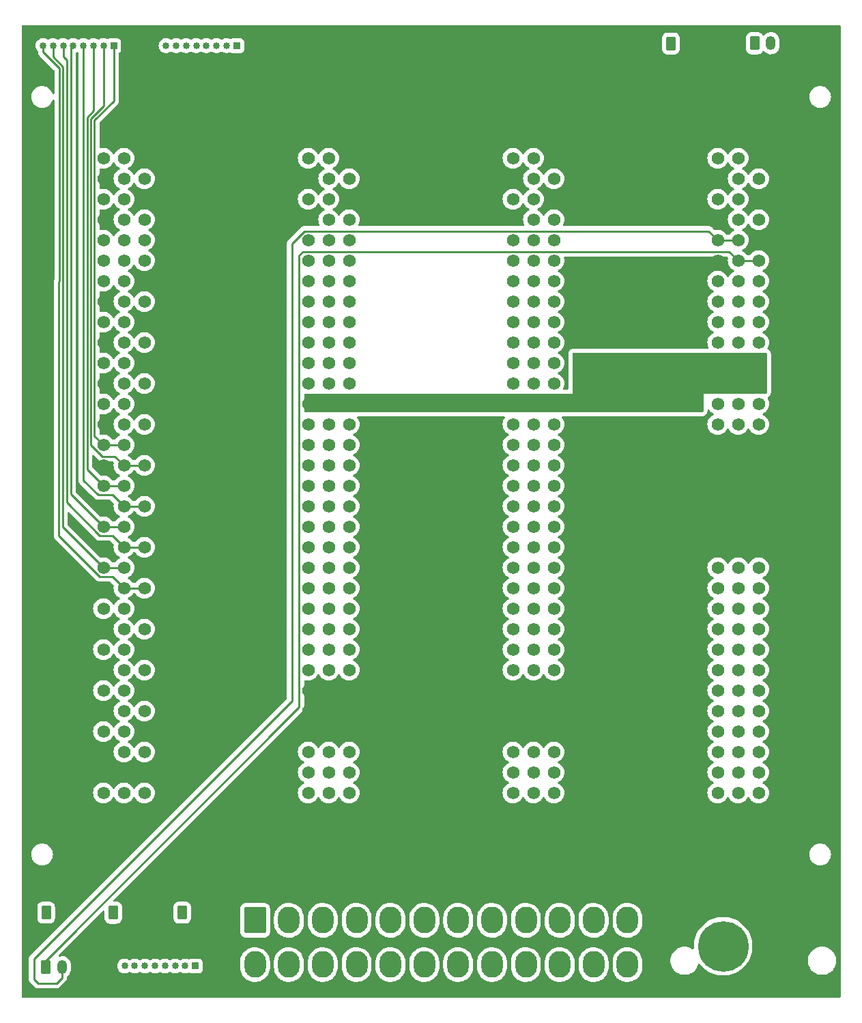
<source format=gbr>
%TF.GenerationSoftware,KiCad,Pcbnew,7.0.7*%
%TF.CreationDate,2024-03-27T23:33:24-04:00*%
%TF.ProjectId,Backplane,4261636b-706c-4616-9e65-2e6b69636164,rev?*%
%TF.SameCoordinates,Original*%
%TF.FileFunction,Copper,L2,Inr*%
%TF.FilePolarity,Positive*%
%FSLAX46Y46*%
G04 Gerber Fmt 4.6, Leading zero omitted, Abs format (unit mm)*
G04 Created by KiCad (PCBNEW 7.0.7) date 2024-03-27 23:33:24*
%MOMM*%
%LPD*%
G01*
G04 APERTURE LIST*
G04 Aperture macros list*
%AMRoundRect*
0 Rectangle with rounded corners*
0 $1 Rounding radius*
0 $2 $3 $4 $5 $6 $7 $8 $9 X,Y pos of 4 corners*
0 Add a 4 corners polygon primitive as box body*
4,1,4,$2,$3,$4,$5,$6,$7,$8,$9,$2,$3,0*
0 Add four circle primitives for the rounded corners*
1,1,$1+$1,$2,$3*
1,1,$1+$1,$4,$5*
1,1,$1+$1,$6,$7*
1,1,$1+$1,$8,$9*
0 Add four rect primitives between the rounded corners*
20,1,$1+$1,$2,$3,$4,$5,0*
20,1,$1+$1,$4,$5,$6,$7,0*
20,1,$1+$1,$6,$7,$8,$9,0*
20,1,$1+$1,$8,$9,$2,$3,0*%
G04 Aperture macros list end*
%TA.AperFunction,ComponentPad*%
%ADD10C,6.266000*%
%TD*%
%TA.AperFunction,ComponentPad*%
%ADD11RoundRect,0.250000X-0.350000X-0.625000X0.350000X-0.625000X0.350000X0.625000X-0.350000X0.625000X0*%
%TD*%
%TA.AperFunction,ComponentPad*%
%ADD12O,1.200000X1.750000*%
%TD*%
%TA.AperFunction,ComponentPad*%
%ADD13R,0.850000X0.850000*%
%TD*%
%TA.AperFunction,ComponentPad*%
%ADD14C,0.850000*%
%TD*%
%TA.AperFunction,ComponentPad*%
%ADD15C,3.403600*%
%TD*%
%TA.AperFunction,ComponentPad*%
%ADD16C,1.574800*%
%TD*%
%TA.AperFunction,ComponentPad*%
%ADD17RoundRect,0.250001X-1.099999X-1.399999X1.099999X-1.399999X1.099999X1.399999X-1.099999X1.399999X0*%
%TD*%
%TA.AperFunction,ComponentPad*%
%ADD18O,2.700000X3.300000*%
%TD*%
%TA.AperFunction,Conductor*%
%ADD19C,0.250000*%
%TD*%
G04 APERTURE END LIST*
D10*
%TO.N,+24V*%
%TO.C,J6*%
X158153100Y-140944600D03*
%TO.N,GND*%
X165646100Y-140944600D03*
%TD*%
D11*
%TO.N,+12V*%
%TO.C,J11*%
X82499328Y-136777073D03*
D12*
%TO.N,GND*%
X84499328Y-136777073D03*
%TD*%
D13*
%TO.N,ETH1-8*%
%TO.C,J5*%
X92670000Y-143393262D03*
D14*
%TO.N,ETH1-7*%
X91420000Y-143393262D03*
%TO.N,ETH1-6*%
X90170000Y-143393262D03*
%TO.N,ETH1-5*%
X88920000Y-143393262D03*
%TO.N,ETH1-4*%
X87670000Y-143393262D03*
%TO.N,ETH1-3*%
X86420000Y-143393262D03*
%TO.N,ETH1-2*%
X85170000Y-143393262D03*
%TO.N,ETH1-1*%
X83920000Y-143393262D03*
%TD*%
D11*
%TO.N,+12V*%
%TO.C,J13*%
X151670000Y-28956000D03*
D12*
%TO.N,GND*%
X153670000Y-28956000D03*
%TD*%
D13*
%TO.N,ETH2-8*%
%TO.C,J7*%
X82550000Y-29210000D03*
D14*
%TO.N,ETH2-7*%
X81300000Y-29210000D03*
%TO.N,ETH2-6*%
X80050000Y-29210000D03*
%TO.N,ETH2-5*%
X78800000Y-29210000D03*
%TO.N,ETH2-4*%
X77550000Y-29210000D03*
%TO.N,ETH2-3*%
X76300000Y-29210000D03*
%TO.N,ETH2-2*%
X75050000Y-29210000D03*
%TO.N,ETH2-1*%
X73800000Y-29210000D03*
%TD*%
D15*
%TO.N,GND*%
%TO.C,J3*%
X109524800Y-38100000D03*
X109524800Y-127000000D03*
D16*
%TO.N,+12V*%
X111760000Y-121920000D03*
X111760000Y-119380000D03*
X111760000Y-116840000D03*
%TO.N,GND*%
X111760000Y-114300000D03*
X111760000Y-111760000D03*
X111760000Y-109220000D03*
%TO.N,+5V*%
X111760000Y-106680000D03*
%TO.N,THR5-1*%
X111760000Y-104140000D03*
%TO.N,THR5-2*%
X111760000Y-101600000D03*
%TO.N,THR5-3*%
X111760000Y-99060000D03*
%TO.N,THR6-1*%
X111760000Y-96520000D03*
%TO.N,THR6-2*%
X111760000Y-93980000D03*
%TO.N,THR6-3*%
X111760000Y-91440000D03*
%TO.N,THR7-1*%
X111760000Y-88900000D03*
%TO.N,THR7-2*%
X111760000Y-86360000D03*
%TO.N,THR7-3*%
X111760000Y-83820000D03*
%TO.N,THR8-1*%
X111760000Y-81280000D03*
%TO.N,THR8-2*%
X111760000Y-78740000D03*
%TO.N,THR8-3*%
X111760000Y-76200000D03*
%TO.N,+3.3V*%
X111760000Y-73660000D03*
%TO.N,unconnected-(J3-PadA21)*%
X111760000Y-71120000D03*
%TO.N,unconnected-(J3-PadA22)*%
X111760000Y-68580000D03*
%TO.N,unconnected-(J3-PadA23)*%
X111760000Y-66040000D03*
%TO.N,unconnected-(J3-PadA24)*%
X111760000Y-63500000D03*
%TO.N,unconnected-(J3-PadA25)*%
X111760000Y-60960000D03*
%TO.N,unconnected-(J3-PadA26)*%
X111760000Y-58420000D03*
%TO.N,unconnected-(J3-PadA27)*%
X111760000Y-55880000D03*
%TO.N,unconnected-(J3-PadA28)*%
X111760000Y-53340000D03*
%TO.N,DAT1*%
X111760000Y-50800000D03*
%TO.N,GND*%
X111760000Y-48260000D03*
%TO.N,CANL*%
X111760000Y-45720000D03*
%TO.N,GND*%
X111760000Y-43180000D03*
%TO.N,+12V*%
X109220000Y-121920000D03*
X109220000Y-119380000D03*
X109220000Y-116840000D03*
%TO.N,GND*%
X109220000Y-114300000D03*
X109220000Y-111760000D03*
X109220000Y-109220000D03*
%TO.N,+5V*%
X109220000Y-106680000D03*
%TO.N,THR5-1*%
X109220000Y-104140000D03*
%TO.N,THR5-2*%
X109220000Y-101600000D03*
%TO.N,THR5-3*%
X109220000Y-99060000D03*
%TO.N,THR6-1*%
X109220000Y-96520000D03*
%TO.N,THR6-2*%
X109220000Y-93980000D03*
%TO.N,THR6-3*%
X109220000Y-91440000D03*
%TO.N,THR7-1*%
X109220000Y-88900000D03*
%TO.N,THR7-2*%
X109220000Y-86360000D03*
%TO.N,THR7-3*%
X109220000Y-83820000D03*
%TO.N,THR8-1*%
X109220000Y-81280000D03*
%TO.N,THR8-2*%
X109220000Y-78740000D03*
%TO.N,THR8-3*%
X109220000Y-76200000D03*
%TO.N,+3.3V*%
X109220000Y-73660000D03*
%TO.N,unconnected-(J3-PadB21)*%
X109220000Y-71120000D03*
%TO.N,unconnected-(J3-PadB22)*%
X109220000Y-68580000D03*
%TO.N,unconnected-(J3-PadB23)*%
X109220000Y-66040000D03*
%TO.N,unconnected-(J3-PadB24)*%
X109220000Y-63500000D03*
%TO.N,unconnected-(J3-PadB25)*%
X109220000Y-60960000D03*
%TO.N,unconnected-(J3-PadB26)*%
X109220000Y-58420000D03*
%TO.N,unconnected-(J3-PadB27)*%
X109220000Y-55880000D03*
%TO.N,unconnected-(J3-PadB28)*%
X109220000Y-53340000D03*
%TO.N,DAT1*%
X109220000Y-50800000D03*
%TO.N,DAT2*%
X109220000Y-48260000D03*
%TO.N,CANL*%
X109220000Y-45720000D03*
%TO.N,CANH*%
X109220000Y-43180000D03*
%TO.N,+12V*%
X106680000Y-121920000D03*
X106680000Y-119380000D03*
X106680000Y-116840000D03*
%TO.N,GND*%
X106680000Y-114300000D03*
X106680000Y-111760000D03*
X106680000Y-109220000D03*
%TO.N,+5V*%
X106680000Y-106680000D03*
%TO.N,THR5-1*%
X106680000Y-104140000D03*
%TO.N,THR5-2*%
X106680000Y-101600000D03*
%TO.N,THR5-3*%
X106680000Y-99060000D03*
%TO.N,THR6-1*%
X106680000Y-96520000D03*
%TO.N,THR6-2*%
X106680000Y-93980000D03*
%TO.N,THR6-3*%
X106680000Y-91440000D03*
%TO.N,THR7-1*%
X106680000Y-88900000D03*
%TO.N,THR7-2*%
X106680000Y-86360000D03*
%TO.N,THR7-3*%
X106680000Y-83820000D03*
%TO.N,THR8-1*%
X106680000Y-81280000D03*
%TO.N,THR8-2*%
X106680000Y-78740000D03*
%TO.N,THR8-3*%
X106680000Y-76200000D03*
%TO.N,+3.3V*%
X106680000Y-73660000D03*
%TO.N,unconnected-(J3-PadC21)*%
X106680000Y-71120000D03*
%TO.N,unconnected-(J3-PadC22)*%
X106680000Y-68580000D03*
%TO.N,unconnected-(J3-PadC23)*%
X106680000Y-66040000D03*
%TO.N,unconnected-(J3-PadC24)*%
X106680000Y-63500000D03*
%TO.N,unconnected-(J3-PadC25)*%
X106680000Y-60960000D03*
%TO.N,unconnected-(J3-PadC26)*%
X106680000Y-58420000D03*
%TO.N,unconnected-(J3-PadC27)*%
X106680000Y-55880000D03*
%TO.N,unconnected-(J3-PadC28)*%
X106680000Y-53340000D03*
%TO.N,GND*%
X106680000Y-50800000D03*
%TO.N,DAT2*%
X106680000Y-48260000D03*
%TO.N,GND*%
X106680000Y-45720000D03*
%TO.N,CANH*%
X106680000Y-43180000D03*
%TD*%
D11*
%TO.N,+12V*%
%TO.C,J14*%
X91058460Y-136771766D03*
D12*
%TO.N,GND*%
X93058460Y-136771766D03*
%TD*%
D11*
%TO.N,SW2*%
%TO.C,J9*%
X74140538Y-143555467D03*
D12*
%TO.N,SW1*%
X76140538Y-143555467D03*
%TD*%
D11*
%TO.N,+12V*%
%TO.C,J15*%
X74164583Y-136764001D03*
D12*
%TO.N,GND*%
X76164583Y-136764001D03*
%TD*%
D15*
%TO.N,GND*%
%TO.C,J2*%
X134924800Y-38100000D03*
X134924800Y-127000000D03*
D16*
%TO.N,+12V*%
X137160000Y-121920000D03*
X137160000Y-119380000D03*
X137160000Y-116840000D03*
%TO.N,GND*%
X137160000Y-114300000D03*
X137160000Y-111760000D03*
X137160000Y-109220000D03*
%TO.N,+5V*%
X137160000Y-106680000D03*
%TO.N,THR1-1*%
X137160000Y-104140000D03*
%TO.N,THR1-2*%
X137160000Y-101600000D03*
%TO.N,THR1-3*%
X137160000Y-99060000D03*
%TO.N,THR2-1*%
X137160000Y-96520000D03*
%TO.N,THR2-2*%
X137160000Y-93980000D03*
%TO.N,THR2-3*%
X137160000Y-91440000D03*
%TO.N,THR3-1*%
X137160000Y-88900000D03*
%TO.N,THR3-2*%
X137160000Y-86360000D03*
%TO.N,THR3-3*%
X137160000Y-83820000D03*
%TO.N,THR4-1*%
X137160000Y-81280000D03*
%TO.N,THR4-2*%
X137160000Y-78740000D03*
%TO.N,THR4-3*%
X137160000Y-76200000D03*
%TO.N,+3.3V*%
X137160000Y-73660000D03*
%TO.N,unconnected-(J2-PadA21)*%
X137160000Y-71120000D03*
%TO.N,unconnected-(J2-PadA22)*%
X137160000Y-68580000D03*
%TO.N,unconnected-(J2-PadA23)*%
X137160000Y-66040000D03*
%TO.N,unconnected-(J2-PadA24)*%
X137160000Y-63500000D03*
%TO.N,unconnected-(J2-PadA25)*%
X137160000Y-60960000D03*
%TO.N,unconnected-(J2-PadA26)*%
X137160000Y-58420000D03*
%TO.N,unconnected-(J2-PadA27)*%
X137160000Y-55880000D03*
%TO.N,unconnected-(J2-PadA28)*%
X137160000Y-53340000D03*
%TO.N,DAT1*%
X137160000Y-50800000D03*
%TO.N,GND*%
X137160000Y-48260000D03*
%TO.N,CANL*%
X137160000Y-45720000D03*
%TO.N,GND*%
X137160000Y-43180000D03*
%TO.N,+12V*%
X134620000Y-121920000D03*
X134620000Y-119380000D03*
X134620000Y-116840000D03*
%TO.N,GND*%
X134620000Y-114300000D03*
X134620000Y-111760000D03*
X134620000Y-109220000D03*
%TO.N,+5V*%
X134620000Y-106680000D03*
%TO.N,THR1-1*%
X134620000Y-104140000D03*
%TO.N,THR1-2*%
X134620000Y-101600000D03*
%TO.N,THR1-3*%
X134620000Y-99060000D03*
%TO.N,THR2-1*%
X134620000Y-96520000D03*
%TO.N,THR2-2*%
X134620000Y-93980000D03*
%TO.N,THR2-3*%
X134620000Y-91440000D03*
%TO.N,THR3-1*%
X134620000Y-88900000D03*
%TO.N,THR3-2*%
X134620000Y-86360000D03*
%TO.N,THR3-3*%
X134620000Y-83820000D03*
%TO.N,THR4-1*%
X134620000Y-81280000D03*
%TO.N,THR4-2*%
X134620000Y-78740000D03*
%TO.N,THR4-3*%
X134620000Y-76200000D03*
%TO.N,+3.3V*%
X134620000Y-73660000D03*
%TO.N,unconnected-(J2-PadB21)*%
X134620000Y-71120000D03*
%TO.N,unconnected-(J2-PadB22)*%
X134620000Y-68580000D03*
%TO.N,unconnected-(J2-PadB23)*%
X134620000Y-66040000D03*
%TO.N,unconnected-(J2-PadB24)*%
X134620000Y-63500000D03*
%TO.N,unconnected-(J2-PadB25)*%
X134620000Y-60960000D03*
%TO.N,unconnected-(J2-PadB26)*%
X134620000Y-58420000D03*
%TO.N,unconnected-(J2-PadB27)*%
X134620000Y-55880000D03*
%TO.N,unconnected-(J2-PadB28)*%
X134620000Y-53340000D03*
%TO.N,DAT1*%
X134620000Y-50800000D03*
%TO.N,DAT2*%
X134620000Y-48260000D03*
%TO.N,CANL*%
X134620000Y-45720000D03*
%TO.N,CANH*%
X134620000Y-43180000D03*
%TO.N,+12V*%
X132080000Y-121920000D03*
X132080000Y-119380000D03*
X132080000Y-116840000D03*
%TO.N,GND*%
X132080000Y-114300000D03*
X132080000Y-111760000D03*
X132080000Y-109220000D03*
%TO.N,+5V*%
X132080000Y-106680000D03*
%TO.N,THR1-1*%
X132080000Y-104140000D03*
%TO.N,THR1-2*%
X132080000Y-101600000D03*
%TO.N,THR1-3*%
X132080000Y-99060000D03*
%TO.N,THR2-1*%
X132080000Y-96520000D03*
%TO.N,THR2-2*%
X132080000Y-93980000D03*
%TO.N,THR2-3*%
X132080000Y-91440000D03*
%TO.N,THR3-1*%
X132080000Y-88900000D03*
%TO.N,THR3-2*%
X132080000Y-86360000D03*
%TO.N,THR3-3*%
X132080000Y-83820000D03*
%TO.N,THR4-1*%
X132080000Y-81280000D03*
%TO.N,THR4-2*%
X132080000Y-78740000D03*
%TO.N,THR4-3*%
X132080000Y-76200000D03*
%TO.N,+3.3V*%
X132080000Y-73660000D03*
%TO.N,unconnected-(J2-PadC21)*%
X132080000Y-71120000D03*
%TO.N,unconnected-(J2-PadC22)*%
X132080000Y-68580000D03*
%TO.N,unconnected-(J2-PadC23)*%
X132080000Y-66040000D03*
%TO.N,unconnected-(J2-PadC24)*%
X132080000Y-63500000D03*
%TO.N,unconnected-(J2-PadC25)*%
X132080000Y-60960000D03*
%TO.N,unconnected-(J2-PadC26)*%
X132080000Y-58420000D03*
%TO.N,unconnected-(J2-PadC27)*%
X132080000Y-55880000D03*
%TO.N,unconnected-(J2-PadC28)*%
X132080000Y-53340000D03*
%TO.N,GND*%
X132080000Y-50800000D03*
%TO.N,DAT2*%
X132080000Y-48260000D03*
%TO.N,GND*%
X132080000Y-45720000D03*
%TO.N,CANH*%
X132080000Y-43180000D03*
%TD*%
D15*
%TO.N,GND*%
%TO.C,J1*%
X160324800Y-38100000D03*
X160324800Y-127000000D03*
D16*
%TO.N,+24V*%
X162560000Y-121920000D03*
X162560000Y-119380000D03*
X162560000Y-116840000D03*
X162560000Y-114300000D03*
X162560000Y-111760000D03*
X162560000Y-109220000D03*
%TO.N,+12V*%
X162560000Y-106680000D03*
X162560000Y-104140000D03*
X162560000Y-101600000D03*
X162560000Y-99060000D03*
X162560000Y-96520000D03*
X162560000Y-93980000D03*
%TO.N,GND*%
X162560000Y-91440000D03*
X162560000Y-88900000D03*
X162560000Y-86360000D03*
X162560000Y-83820000D03*
X162560000Y-81280000D03*
X162560000Y-78740000D03*
%TO.N,+5V*%
X162560000Y-76200000D03*
X162560000Y-73660000D03*
%TO.N,+3.3V*%
X162560000Y-71120000D03*
X162560000Y-68580000D03*
%TO.N,unconnected-(J1-PadA23)*%
X162560000Y-66040000D03*
%TO.N,unconnected-(J1-PadA24)*%
X162560000Y-63500000D03*
%TO.N,unconnected-(J1-PadA25)*%
X162560000Y-60960000D03*
%TO.N,unconnected-(J1-PadA26)*%
X162560000Y-58420000D03*
%TO.N,SW2*%
X162560000Y-55880000D03*
%TO.N,GND*%
X162560000Y-53340000D03*
%TO.N,DAT1*%
X162560000Y-50800000D03*
%TO.N,GND*%
X162560000Y-48260000D03*
%TO.N,CANL*%
X162560000Y-45720000D03*
%TO.N,GND*%
X162560000Y-43180000D03*
%TO.N,+24V*%
X160020000Y-121920000D03*
X160020000Y-119380000D03*
X160020000Y-116840000D03*
X160020000Y-114300000D03*
X160020000Y-111760000D03*
X160020000Y-109220000D03*
%TO.N,+12V*%
X160020000Y-106680000D03*
X160020000Y-104140000D03*
X160020000Y-101600000D03*
X160020000Y-99060000D03*
X160020000Y-96520000D03*
X160020000Y-93980000D03*
%TO.N,GND*%
X160020000Y-91440000D03*
X160020000Y-88900000D03*
X160020000Y-86360000D03*
X160020000Y-83820000D03*
X160020000Y-81280000D03*
X160020000Y-78740000D03*
%TO.N,+5V*%
X160020000Y-76200000D03*
X160020000Y-73660000D03*
%TO.N,+3.3V*%
X160020000Y-71120000D03*
X160020000Y-68580000D03*
%TO.N,unconnected-(J1-PadB23)*%
X160020000Y-66040000D03*
%TO.N,unconnected-(J1-PadB24)*%
X160020000Y-63500000D03*
%TO.N,unconnected-(J1-PadB25)*%
X160020000Y-60960000D03*
%TO.N,unconnected-(J1-PadB26)*%
X160020000Y-58420000D03*
%TO.N,SW2*%
X160020000Y-55880000D03*
%TO.N,SW1*%
X160020000Y-53340000D03*
%TO.N,DAT1*%
X160020000Y-50800000D03*
%TO.N,DAT2*%
X160020000Y-48260000D03*
%TO.N,CANL*%
X160020000Y-45720000D03*
%TO.N,CANH*%
X160020000Y-43180000D03*
%TO.N,+24V*%
X157480000Y-121920000D03*
X157480000Y-119380000D03*
X157480000Y-116840000D03*
X157480000Y-114300000D03*
X157480000Y-111760000D03*
X157480000Y-109220000D03*
%TO.N,+12V*%
X157480000Y-106680000D03*
X157480000Y-104140000D03*
X157480000Y-101600000D03*
X157480000Y-99060000D03*
X157480000Y-96520000D03*
X157480000Y-93980000D03*
%TO.N,GND*%
X157480000Y-91440000D03*
X157480000Y-88900000D03*
X157480000Y-86360000D03*
X157480000Y-83820000D03*
X157480000Y-81280000D03*
X157480000Y-78740000D03*
%TO.N,+5V*%
X157480000Y-76200000D03*
X157480000Y-73660000D03*
%TO.N,+3.3V*%
X157480000Y-71120000D03*
X157480000Y-68580000D03*
%TO.N,unconnected-(J1-PadC23)*%
X157480000Y-66040000D03*
%TO.N,unconnected-(J1-PadC24)*%
X157480000Y-63500000D03*
%TO.N,unconnected-(J1-PadC25)*%
X157480000Y-60960000D03*
%TO.N,unconnected-(J1-PadC26)*%
X157480000Y-58420000D03*
%TO.N,GND*%
X157480000Y-55880000D03*
%TO.N,SW1*%
X157480000Y-53340000D03*
%TO.N,GND*%
X157480000Y-50800000D03*
%TO.N,DAT2*%
X157480000Y-48260000D03*
%TO.N,GND*%
X157480000Y-45720000D03*
%TO.N,CANH*%
X157480000Y-43180000D03*
%TD*%
D11*
%TO.N,CANH*%
%TO.C,J10*%
X162068000Y-28914000D03*
D12*
%TO.N,CANL*%
X164068000Y-28914000D03*
%TD*%
D17*
%TO.N,THR5-1*%
%TO.C,J12*%
X100090000Y-137720000D03*
D18*
%TO.N,THR5-2*%
X104290000Y-137720000D03*
%TO.N,THR5-3*%
X108490000Y-137720000D03*
%TO.N,THR6-1*%
X112690000Y-137720000D03*
%TO.N,THR6-2*%
X116890000Y-137720000D03*
%TO.N,THR6-3*%
X121090000Y-137720000D03*
%TO.N,THR7-1*%
X125290000Y-137720000D03*
%TO.N,THR7-2*%
X129490000Y-137720000D03*
%TO.N,THR7-3*%
X133690000Y-137720000D03*
%TO.N,THR8-1*%
X137890000Y-137720000D03*
%TO.N,THR8-2*%
X142090000Y-137720000D03*
%TO.N,THR8-3*%
X146290000Y-137720000D03*
%TO.N,THR4-3*%
X100090000Y-143220000D03*
%TO.N,THR4-2*%
X104290000Y-143220000D03*
%TO.N,THR4-1*%
X108490000Y-143220000D03*
%TO.N,THR3-3*%
X112690000Y-143220000D03*
%TO.N,THR3-2*%
X116890000Y-143220000D03*
%TO.N,THR3-1*%
X121090000Y-143220000D03*
%TO.N,THR2-3*%
X125290000Y-143220000D03*
%TO.N,THR2-2*%
X129490000Y-143220000D03*
%TO.N,THR2-1*%
X133690000Y-143220000D03*
%TO.N,THR1-3*%
X137890000Y-143220000D03*
%TO.N,THR1-2*%
X142090000Y-143220000D03*
%TO.N,THR1-1*%
X146290000Y-143220000D03*
%TD*%
D13*
%TO.N,ETH3-8*%
%TO.C,J8*%
X97810000Y-29210000D03*
D14*
%TO.N,ETH3-7*%
X96560000Y-29210000D03*
%TO.N,ETH3-6*%
X95310000Y-29210000D03*
%TO.N,ETH3-5*%
X94060000Y-29210000D03*
%TO.N,ETH3-4*%
X92810000Y-29210000D03*
%TO.N,ETH3-3*%
X91560000Y-29210000D03*
%TO.N,ETH3-2*%
X90310000Y-29210000D03*
%TO.N,ETH3-1*%
X89060000Y-29210000D03*
%TD*%
D15*
%TO.N,GND*%
%TO.C,J4*%
X84124800Y-38100000D03*
X84124800Y-127000000D03*
D16*
%TO.N,+5V*%
X86360000Y-121920000D03*
%TO.N,GND*%
X86360000Y-119380000D03*
%TO.N,ETH1-1*%
X86360000Y-116840000D03*
%TO.N,GND*%
X86360000Y-114300000D03*
%TO.N,ETH1-3*%
X86360000Y-111760000D03*
%TO.N,GND*%
X86360000Y-109220000D03*
%TO.N,ETH1-5*%
X86360000Y-106680000D03*
%TO.N,GND*%
X86360000Y-104140000D03*
%TO.N,ETH1-7*%
X86360000Y-101600000D03*
%TO.N,GND*%
X86360000Y-99060000D03*
%TO.N,ETH2-1*%
X86360000Y-96520000D03*
%TO.N,GND*%
X86360000Y-93980000D03*
%TO.N,ETH2-3*%
X86360000Y-91440000D03*
%TO.N,GND*%
X86360000Y-88900000D03*
%TO.N,ETH2-5*%
X86360000Y-86360000D03*
%TO.N,GND*%
X86360000Y-83820000D03*
%TO.N,ETH2-7*%
X86360000Y-81280000D03*
%TO.N,GND*%
X86360000Y-78740000D03*
%TO.N,ETH3-1*%
X86360000Y-76200000D03*
%TO.N,GND*%
X86360000Y-73660000D03*
%TO.N,ETH3-3*%
X86360000Y-71120000D03*
%TO.N,GND*%
X86360000Y-68580000D03*
%TO.N,ETH3-5*%
X86360000Y-66040000D03*
%TO.N,GND*%
X86360000Y-63500000D03*
%TO.N,ETH3-7*%
X86360000Y-60960000D03*
%TO.N,GND*%
X86360000Y-58420000D03*
%TO.N,+12V*%
X86360000Y-55880000D03*
X86360000Y-53340000D03*
%TO.N,DAT1*%
X86360000Y-50800000D03*
%TO.N,GND*%
X86360000Y-48260000D03*
%TO.N,CANL*%
X86360000Y-45720000D03*
%TO.N,GND*%
X86360000Y-43180000D03*
%TO.N,+5V*%
X83820000Y-121920000D03*
%TO.N,GND*%
X83820000Y-119380000D03*
%TO.N,ETH1-1*%
X83820000Y-116840000D03*
%TO.N,ETH1-2*%
X83820000Y-114300000D03*
%TO.N,ETH1-3*%
X83820000Y-111760000D03*
%TO.N,ETH1-4*%
X83820000Y-109220000D03*
%TO.N,ETH1-5*%
X83820000Y-106680000D03*
%TO.N,ETH1-6*%
X83820000Y-104140000D03*
%TO.N,ETH1-7*%
X83820000Y-101600000D03*
%TO.N,ETH1-8*%
X83820000Y-99060000D03*
%TO.N,ETH2-1*%
X83820000Y-96520000D03*
%TO.N,ETH2-2*%
X83820000Y-93980000D03*
%TO.N,ETH2-3*%
X83820000Y-91440000D03*
%TO.N,ETH2-4*%
X83820000Y-88900000D03*
%TO.N,ETH2-5*%
X83820000Y-86360000D03*
%TO.N,ETH2-6*%
X83820000Y-83820000D03*
%TO.N,ETH2-7*%
X83820000Y-81280000D03*
%TO.N,ETH2-8*%
X83820000Y-78740000D03*
%TO.N,ETH3-1*%
X83820000Y-76200000D03*
%TO.N,ETH3-2*%
X83820000Y-73660000D03*
%TO.N,ETH3-3*%
X83820000Y-71120000D03*
%TO.N,ETH3-4*%
X83820000Y-68580000D03*
%TO.N,ETH3-5*%
X83820000Y-66040000D03*
%TO.N,ETH3-6*%
X83820000Y-63500000D03*
%TO.N,ETH3-7*%
X83820000Y-60960000D03*
%TO.N,ETH3-8*%
X83820000Y-58420000D03*
%TO.N,+12V*%
X83820000Y-55880000D03*
X83820000Y-53340000D03*
%TO.N,DAT1*%
X83820000Y-50800000D03*
%TO.N,DAT2*%
X83820000Y-48260000D03*
%TO.N,CANL*%
X83820000Y-45720000D03*
%TO.N,CANH*%
X83820000Y-43180000D03*
%TO.N,+5V*%
X81280000Y-121920000D03*
%TO.N,GND*%
X81280000Y-119380000D03*
X81280000Y-116840000D03*
%TO.N,ETH1-2*%
X81280000Y-114300000D03*
%TO.N,GND*%
X81280000Y-111760000D03*
%TO.N,ETH1-4*%
X81280000Y-109220000D03*
%TO.N,GND*%
X81280000Y-106680000D03*
%TO.N,ETH1-6*%
X81280000Y-104140000D03*
%TO.N,GND*%
X81280000Y-101600000D03*
%TO.N,ETH1-8*%
X81280000Y-99060000D03*
%TO.N,GND*%
X81280000Y-96520000D03*
%TO.N,ETH2-2*%
X81280000Y-93980000D03*
%TO.N,GND*%
X81280000Y-91440000D03*
%TO.N,ETH2-4*%
X81280000Y-88900000D03*
%TO.N,GND*%
X81280000Y-86360000D03*
%TO.N,ETH2-6*%
X81280000Y-83820000D03*
%TO.N,GND*%
X81280000Y-81280000D03*
%TO.N,ETH2-8*%
X81280000Y-78740000D03*
%TO.N,GND*%
X81280000Y-76200000D03*
%TO.N,ETH3-2*%
X81280000Y-73660000D03*
%TO.N,GND*%
X81280000Y-71120000D03*
%TO.N,ETH3-4*%
X81280000Y-68580000D03*
%TO.N,GND*%
X81280000Y-66040000D03*
%TO.N,ETH3-6*%
X81280000Y-63500000D03*
%TO.N,GND*%
X81280000Y-60960000D03*
%TO.N,ETH3-8*%
X81280000Y-58420000D03*
%TO.N,+12V*%
X81280000Y-55880000D03*
X81280000Y-53340000D03*
%TO.N,GND*%
X81280000Y-50800000D03*
%TO.N,DAT2*%
X81280000Y-48260000D03*
%TO.N,GND*%
X81280000Y-45720000D03*
%TO.N,CANH*%
X81280000Y-43180000D03*
%TD*%
D19*
%TO.N,ETH2-2*%
X76200000Y-58674000D02*
X76258000Y-58616000D01*
X75064000Y-30614000D02*
X75050000Y-30614000D01*
X76200000Y-88900000D02*
X76200000Y-58674000D01*
X76258000Y-31808000D02*
X75064000Y-30614000D01*
X81280000Y-93980000D02*
X76200000Y-88900000D01*
X83820000Y-93980000D02*
X81280000Y-93980000D01*
X75050000Y-30614000D02*
X75050000Y-29210000D01*
X76258000Y-58616000D02*
X76258000Y-31808000D01*
%TO.N,ETH2-3*%
X80819228Y-90012400D02*
X76708000Y-85901172D01*
X82392400Y-90012400D02*
X80819228Y-90012400D01*
X86360000Y-91440000D02*
X83820000Y-91440000D01*
X76708000Y-30988000D02*
X76300000Y-30580000D01*
X76708000Y-85901172D02*
X76708000Y-30988000D01*
X83820000Y-91440000D02*
X82392400Y-90012400D01*
X76300000Y-30580000D02*
X76300000Y-29210000D01*
%TO.N,ETH2-5*%
X80614400Y-84932400D02*
X78800000Y-83118000D01*
X78800000Y-83118000D02*
X78800000Y-29210000D01*
X86360000Y-86360000D02*
X83820000Y-86360000D01*
X82392400Y-84932400D02*
X80614400Y-84932400D01*
X83820000Y-86360000D02*
X82392400Y-84932400D01*
%TO.N,ETH2-6*%
X79267600Y-38077608D02*
X80050000Y-37295208D01*
X79267600Y-81807600D02*
X79267600Y-38077608D01*
X81280000Y-83820000D02*
X79267600Y-81807600D01*
X80050000Y-37295208D02*
X80050000Y-29210000D01*
X83820000Y-83820000D02*
X81280000Y-83820000D01*
%TO.N,ETH2-8*%
X80167600Y-77627600D02*
X80167600Y-38450400D01*
X82550000Y-36068000D02*
X82550000Y-29210000D01*
X81280000Y-78740000D02*
X80167600Y-77627600D01*
X80167600Y-38450400D02*
X82550000Y-36068000D01*
X83820000Y-78740000D02*
X81280000Y-78740000D01*
%TO.N,ETH2-1*%
X75750000Y-58487604D02*
X75808000Y-58429604D01*
X73800000Y-30000396D02*
X73800000Y-29210000D01*
X83820000Y-96520000D02*
X82392400Y-95092400D01*
X75808000Y-58429604D02*
X75808000Y-32008396D01*
X75808000Y-32008396D02*
X73800000Y-30000396D01*
X86360000Y-96520000D02*
X83820000Y-96520000D01*
X82392400Y-95092400D02*
X80819228Y-95092400D01*
X80819228Y-95092400D02*
X75750000Y-90023172D01*
X75750000Y-90023172D02*
X75750000Y-58487604D01*
%TO.N,ETH2-4*%
X81280000Y-88900000D02*
X77216000Y-84836000D01*
X77216000Y-29544000D02*
X77550000Y-29210000D01*
X83820000Y-88900000D02*
X81280000Y-88900000D01*
X77216000Y-84836000D02*
X77216000Y-29544000D01*
%TO.N,ETH2-7*%
X83820000Y-81280000D02*
X82707600Y-80167600D01*
X79717600Y-78750772D02*
X79717600Y-38264004D01*
X86360000Y-81280000D02*
X83820000Y-81280000D01*
X82707600Y-80167600D02*
X81134428Y-80167600D01*
X81134428Y-80167600D02*
X79717600Y-78750772D01*
X79717600Y-38264004D02*
X81300000Y-36681604D01*
X81300000Y-36681604D02*
X81300000Y-29210000D01*
%TO.N,SW2*%
X74140538Y-143555467D02*
X74140538Y-142726290D01*
X160020000Y-55880000D02*
X162560000Y-55880000D01*
X105567600Y-111299228D02*
X105567600Y-55214400D01*
X74140538Y-142726290D02*
X105567600Y-111299228D01*
X106014400Y-54767600D02*
X158907600Y-54767600D01*
X158907600Y-54767600D02*
X160020000Y-55880000D01*
X105567600Y-55214400D02*
X106014400Y-54767600D01*
%TO.N,SW1*%
X160020000Y-53340000D02*
X157480000Y-53340000D01*
X73152000Y-145542000D02*
X75438000Y-145542000D01*
X72644000Y-142494000D02*
X72644000Y-145034000D01*
X72644000Y-145034000D02*
X73152000Y-145542000D01*
X106219228Y-52227600D02*
X104648000Y-53798828D01*
X75438000Y-145542000D02*
X76140538Y-144839462D01*
X104648000Y-110490000D02*
X72644000Y-142494000D01*
X76140538Y-144839462D02*
X76140538Y-143555467D01*
X156367600Y-52227600D02*
X106219228Y-52227600D01*
X104648000Y-53798828D02*
X104648000Y-110490000D01*
X157480000Y-53340000D02*
X156367600Y-52227600D01*
%TD*%
%TA.AperFunction,Conductor*%
%TO.N,GND*%
G36*
X158664187Y-55412785D02*
G01*
X158684829Y-55429419D01*
X158730874Y-55475464D01*
X158764359Y-55536787D01*
X158762968Y-55595236D01*
X158746823Y-55655492D01*
X158746820Y-55655508D01*
X158727180Y-55879999D01*
X158727180Y-55880000D01*
X158746820Y-56104491D01*
X158746821Y-56104498D01*
X158805145Y-56322165D01*
X158805149Y-56322176D01*
X158900382Y-56526404D01*
X158900385Y-56526410D01*
X159029643Y-56711011D01*
X159188988Y-56870356D01*
X159188991Y-56870358D01*
X159373590Y-56999615D01*
X159455090Y-57037618D01*
X159507526Y-57083788D01*
X159526679Y-57150982D01*
X159506464Y-57217863D01*
X159455089Y-57262381D01*
X159381118Y-57296874D01*
X159373597Y-57300382D01*
X159373588Y-57300386D01*
X159188988Y-57429643D01*
X159029643Y-57588988D01*
X158900386Y-57773588D01*
X158862381Y-57855089D01*
X158816208Y-57907528D01*
X158749014Y-57926679D01*
X158682133Y-57906463D01*
X158637618Y-57855089D01*
X158599615Y-57773590D01*
X158470358Y-57588991D01*
X158470356Y-57588988D01*
X158311011Y-57429643D01*
X158126410Y-57300385D01*
X158126404Y-57300382D01*
X157922176Y-57205149D01*
X157922165Y-57205145D01*
X157704498Y-57146821D01*
X157704491Y-57146820D01*
X157480001Y-57127180D01*
X157479999Y-57127180D01*
X157255508Y-57146820D01*
X157255501Y-57146821D01*
X157037834Y-57205145D01*
X157037823Y-57205149D01*
X156833595Y-57300382D01*
X156833589Y-57300385D01*
X156648988Y-57429643D01*
X156489643Y-57588988D01*
X156360385Y-57773589D01*
X156360382Y-57773595D01*
X156265149Y-57977823D01*
X156265145Y-57977834D01*
X156206821Y-58195501D01*
X156206820Y-58195508D01*
X156187180Y-58419999D01*
X156187180Y-58420000D01*
X156206820Y-58644491D01*
X156206821Y-58644498D01*
X156265145Y-58862165D01*
X156265149Y-58862176D01*
X156360382Y-59066404D01*
X156360385Y-59066410D01*
X156489643Y-59251011D01*
X156648988Y-59410356D01*
X156648991Y-59410358D01*
X156833590Y-59539615D01*
X156897507Y-59569419D01*
X156915088Y-59577618D01*
X156967527Y-59623790D01*
X156986679Y-59690984D01*
X156966463Y-59757865D01*
X156915088Y-59802382D01*
X156833591Y-59840384D01*
X156833589Y-59840385D01*
X156648988Y-59969643D01*
X156489643Y-60128988D01*
X156360385Y-60313589D01*
X156360382Y-60313595D01*
X156265149Y-60517823D01*
X156265145Y-60517834D01*
X156206821Y-60735501D01*
X156206820Y-60735508D01*
X156187180Y-60959999D01*
X156187180Y-60960000D01*
X156206820Y-61184491D01*
X156206821Y-61184498D01*
X156265145Y-61402165D01*
X156265149Y-61402176D01*
X156360382Y-61606404D01*
X156360385Y-61606410D01*
X156489643Y-61791011D01*
X156648988Y-61950356D01*
X156648991Y-61950358D01*
X156833590Y-62079615D01*
X156897507Y-62109419D01*
X156915088Y-62117618D01*
X156967527Y-62163790D01*
X156986679Y-62230984D01*
X156966463Y-62297865D01*
X156915088Y-62342382D01*
X156833591Y-62380384D01*
X156833589Y-62380385D01*
X156648988Y-62509643D01*
X156489643Y-62668988D01*
X156360385Y-62853589D01*
X156360382Y-62853595D01*
X156265149Y-63057823D01*
X156265145Y-63057834D01*
X156206821Y-63275501D01*
X156206820Y-63275508D01*
X156187180Y-63499999D01*
X156187180Y-63500000D01*
X156206820Y-63724491D01*
X156206821Y-63724498D01*
X156265145Y-63942165D01*
X156265149Y-63942176D01*
X156360382Y-64146404D01*
X156360385Y-64146410D01*
X156489643Y-64331011D01*
X156648988Y-64490356D01*
X156648991Y-64490358D01*
X156833590Y-64619615D01*
X156915090Y-64657618D01*
X156967526Y-64703788D01*
X156986679Y-64770982D01*
X156966464Y-64837863D01*
X156915089Y-64882381D01*
X156841118Y-64916874D01*
X156833597Y-64920382D01*
X156833588Y-64920386D01*
X156648988Y-65049643D01*
X156489643Y-65208988D01*
X156360385Y-65393589D01*
X156360382Y-65393595D01*
X156265149Y-65597823D01*
X156265145Y-65597834D01*
X156206821Y-65815501D01*
X156206820Y-65815508D01*
X156187180Y-66039999D01*
X156187180Y-66040000D01*
X156206820Y-66264491D01*
X156206821Y-66264498D01*
X156265145Y-66482165D01*
X156265146Y-66482167D01*
X156265147Y-66482170D01*
X156333193Y-66628096D01*
X156343685Y-66697173D01*
X156315165Y-66760957D01*
X156256689Y-66799196D01*
X156220811Y-66804500D01*
X139570000Y-66804500D01*
X139569991Y-66804500D01*
X139569990Y-66804501D01*
X139462549Y-66816052D01*
X139462537Y-66816054D01*
X139411027Y-66827260D01*
X139308502Y-66861383D01*
X139308496Y-66861386D01*
X139187462Y-66939171D01*
X139187451Y-66939179D01*
X139134659Y-66984923D01*
X139040433Y-67093664D01*
X139040430Y-67093668D01*
X138980664Y-67224534D01*
X138960978Y-67291575D01*
X138960976Y-67291580D01*
X138950399Y-67365147D01*
X138940502Y-67433990D01*
X138940500Y-67434001D01*
X138940500Y-71760500D01*
X138920815Y-71827539D01*
X138868011Y-71873294D01*
X138816500Y-71884500D01*
X138419189Y-71884500D01*
X138352150Y-71864815D01*
X138306395Y-71812011D01*
X138296451Y-71742853D01*
X138306806Y-71708098D01*
X138374853Y-71562170D01*
X138433179Y-71344496D01*
X138452820Y-71120000D01*
X138433179Y-70895504D01*
X138374853Y-70677830D01*
X138279615Y-70473590D01*
X138150358Y-70288991D01*
X138150356Y-70288988D01*
X137991011Y-70129643D01*
X137806410Y-70000385D01*
X137806404Y-70000382D01*
X137724912Y-69962382D01*
X137672472Y-69916210D01*
X137653320Y-69849017D01*
X137673535Y-69782135D01*
X137724912Y-69737618D01*
X137736198Y-69732354D01*
X137806410Y-69699615D01*
X137991009Y-69570358D01*
X138150358Y-69411009D01*
X138279615Y-69226410D01*
X138374853Y-69022170D01*
X138433179Y-68804496D01*
X138452820Y-68580000D01*
X138433179Y-68355504D01*
X138374853Y-68137830D01*
X138279615Y-67933590D01*
X138150358Y-67748991D01*
X138150356Y-67748988D01*
X137991011Y-67589643D01*
X137806410Y-67460385D01*
X137806408Y-67460384D01*
X137724911Y-67422381D01*
X137672472Y-67376208D01*
X137653320Y-67309014D01*
X137673536Y-67242133D01*
X137724909Y-67197619D01*
X137806410Y-67159615D01*
X137991009Y-67030358D01*
X138150358Y-66871009D01*
X138279615Y-66686410D01*
X138374853Y-66482170D01*
X138433179Y-66264496D01*
X138452820Y-66040000D01*
X138433179Y-65815504D01*
X138374853Y-65597830D01*
X138279615Y-65393590D01*
X138150358Y-65208991D01*
X138150356Y-65208988D01*
X137991011Y-65049643D01*
X137806410Y-64920385D01*
X137806408Y-64920384D01*
X137724911Y-64882381D01*
X137672472Y-64836208D01*
X137653320Y-64769014D01*
X137673536Y-64702133D01*
X137724909Y-64657619D01*
X137806410Y-64619615D01*
X137991009Y-64490358D01*
X138150358Y-64331009D01*
X138279615Y-64146410D01*
X138374853Y-63942170D01*
X138433179Y-63724496D01*
X138452820Y-63500000D01*
X138433179Y-63275504D01*
X138374853Y-63057830D01*
X138279615Y-62853590D01*
X138150358Y-62668991D01*
X138150356Y-62668988D01*
X137991011Y-62509643D01*
X137806410Y-62380385D01*
X137806404Y-62380382D01*
X137724912Y-62342382D01*
X137672472Y-62296210D01*
X137653320Y-62229017D01*
X137673535Y-62162135D01*
X137724912Y-62117618D01*
X137736198Y-62112354D01*
X137806410Y-62079615D01*
X137991009Y-61950358D01*
X138150358Y-61791009D01*
X138279615Y-61606410D01*
X138374853Y-61402170D01*
X138433179Y-61184496D01*
X138452820Y-60960000D01*
X138433179Y-60735504D01*
X138374853Y-60517830D01*
X138279615Y-60313590D01*
X138150358Y-60128991D01*
X138150356Y-60128988D01*
X137991011Y-59969643D01*
X137806410Y-59840385D01*
X137806404Y-59840382D01*
X137724912Y-59802382D01*
X137672472Y-59756210D01*
X137653320Y-59689017D01*
X137673535Y-59622135D01*
X137724912Y-59577618D01*
X137736198Y-59572354D01*
X137806410Y-59539615D01*
X137991009Y-59410358D01*
X138150358Y-59251009D01*
X138279615Y-59066410D01*
X138374853Y-58862170D01*
X138433179Y-58644496D01*
X138452820Y-58420000D01*
X138433179Y-58195504D01*
X138374853Y-57977830D01*
X138279615Y-57773590D01*
X138150358Y-57588991D01*
X138150356Y-57588988D01*
X137991011Y-57429643D01*
X137806410Y-57300385D01*
X137806404Y-57300382D01*
X137724912Y-57262382D01*
X137672472Y-57216210D01*
X137653320Y-57149017D01*
X137673535Y-57082135D01*
X137724912Y-57037618D01*
X137736198Y-57032354D01*
X137806410Y-56999615D01*
X137991009Y-56870358D01*
X138150358Y-56711009D01*
X138279615Y-56526410D01*
X138374853Y-56322170D01*
X138433179Y-56104496D01*
X138452820Y-55880000D01*
X138433179Y-55655504D01*
X138404693Y-55549193D01*
X138406356Y-55479344D01*
X138445518Y-55421481D01*
X138509747Y-55393977D01*
X138524468Y-55393100D01*
X158597148Y-55393100D01*
X158664187Y-55412785D01*
G37*
%TD.AperFunction*%
%TA.AperFunction,Conductor*%
G36*
X77030703Y-87108911D02*
G01*
X77037180Y-87114942D01*
X78822236Y-88899999D01*
X80318425Y-90396188D01*
X80328250Y-90408451D01*
X80328471Y-90408269D01*
X80333442Y-90414278D01*
X80359288Y-90438548D01*
X80383863Y-90461626D01*
X80404757Y-90482520D01*
X80410239Y-90486773D01*
X80414671Y-90490557D01*
X80448646Y-90522462D01*
X80466204Y-90532114D01*
X80482463Y-90542795D01*
X80498292Y-90555073D01*
X80541066Y-90573582D01*
X80546284Y-90576138D01*
X80587136Y-90598597D01*
X80606544Y-90603580D01*
X80624945Y-90609880D01*
X80643332Y-90617837D01*
X80686716Y-90624708D01*
X80689347Y-90625125D01*
X80695067Y-90626309D01*
X80740209Y-90637900D01*
X80760244Y-90637900D01*
X80779642Y-90639426D01*
X80799422Y-90642559D01*
X80799423Y-90642560D01*
X80799423Y-90642559D01*
X80799424Y-90642560D01*
X80845811Y-90638175D01*
X80851650Y-90637900D01*
X82081948Y-90637900D01*
X82148987Y-90657585D01*
X82169629Y-90674219D01*
X82530874Y-91035464D01*
X82564359Y-91096787D01*
X82562968Y-91155236D01*
X82546823Y-91215492D01*
X82546820Y-91215508D01*
X82527180Y-91439999D01*
X82527180Y-91440000D01*
X82546820Y-91664491D01*
X82546821Y-91664498D01*
X82605145Y-91882165D01*
X82605149Y-91882176D01*
X82700382Y-92086404D01*
X82700385Y-92086410D01*
X82829643Y-92271011D01*
X82988988Y-92430356D01*
X82988991Y-92430358D01*
X83173590Y-92559615D01*
X83237507Y-92589419D01*
X83255088Y-92597618D01*
X83307527Y-92643790D01*
X83326679Y-92710984D01*
X83306463Y-92777865D01*
X83255088Y-92822382D01*
X83173591Y-92860384D01*
X83173589Y-92860385D01*
X82988988Y-92989643D01*
X82829642Y-93148989D01*
X82722768Y-93301623D01*
X82668191Y-93345248D01*
X82621193Y-93354500D01*
X82478807Y-93354500D01*
X82411768Y-93334815D01*
X82377232Y-93301623D01*
X82270357Y-93148989D01*
X82111011Y-92989643D01*
X81926410Y-92860385D01*
X81926404Y-92860382D01*
X81722176Y-92765149D01*
X81722165Y-92765145D01*
X81504498Y-92706821D01*
X81504491Y-92706820D01*
X81280001Y-92687180D01*
X81279999Y-92687180D01*
X81055508Y-92706820D01*
X81055492Y-92706823D01*
X80995236Y-92722968D01*
X80925386Y-92721304D01*
X80875464Y-92690874D01*
X76861819Y-88677228D01*
X76828334Y-88615905D01*
X76825500Y-88589547D01*
X76825500Y-87202624D01*
X76845185Y-87135585D01*
X76897989Y-87089830D01*
X76967147Y-87079886D01*
X77030703Y-87108911D01*
G37*
%TD.AperFunction*%
%TA.AperFunction,Conductor*%
G36*
X78132592Y-30043049D02*
G01*
X78169804Y-30102184D01*
X78174500Y-30135984D01*
X78174500Y-83035255D01*
X78172775Y-83050872D01*
X78173061Y-83050899D01*
X78172326Y-83058665D01*
X78174500Y-83127814D01*
X78174500Y-83157343D01*
X78174501Y-83157360D01*
X78175368Y-83164231D01*
X78175826Y-83170050D01*
X78177290Y-83216624D01*
X78177291Y-83216627D01*
X78182880Y-83235867D01*
X78186824Y-83254911D01*
X78189336Y-83274792D01*
X78202297Y-83307528D01*
X78206490Y-83318119D01*
X78208382Y-83323647D01*
X78221382Y-83368390D01*
X78226960Y-83377823D01*
X78231580Y-83385634D01*
X78240138Y-83403103D01*
X78247514Y-83421732D01*
X78274898Y-83459423D01*
X78278106Y-83464307D01*
X78301827Y-83504416D01*
X78301833Y-83504424D01*
X78315990Y-83518580D01*
X78328628Y-83533376D01*
X78340405Y-83549586D01*
X78340406Y-83549587D01*
X78376309Y-83579288D01*
X78380620Y-83583210D01*
X79737023Y-84939614D01*
X80113597Y-85316188D01*
X80123422Y-85328451D01*
X80123643Y-85328269D01*
X80128614Y-85334278D01*
X80154617Y-85358695D01*
X80179035Y-85381626D01*
X80199929Y-85402520D01*
X80205411Y-85406773D01*
X80209843Y-85410557D01*
X80243818Y-85442462D01*
X80261376Y-85452114D01*
X80277635Y-85462795D01*
X80293464Y-85475073D01*
X80336238Y-85493582D01*
X80341456Y-85496138D01*
X80382308Y-85518597D01*
X80401716Y-85523580D01*
X80420117Y-85529880D01*
X80438504Y-85537837D01*
X80481888Y-85544708D01*
X80484519Y-85545125D01*
X80490239Y-85546309D01*
X80535381Y-85557900D01*
X80555416Y-85557900D01*
X80574814Y-85559426D01*
X80594594Y-85562559D01*
X80594595Y-85562560D01*
X80594595Y-85562559D01*
X80594596Y-85562560D01*
X80640983Y-85558175D01*
X80646822Y-85557900D01*
X82081948Y-85557900D01*
X82148987Y-85577585D01*
X82169629Y-85594219D01*
X82530874Y-85955464D01*
X82564359Y-86016787D01*
X82562968Y-86075236D01*
X82546823Y-86135492D01*
X82546820Y-86135508D01*
X82527180Y-86359999D01*
X82527180Y-86360000D01*
X82546820Y-86584491D01*
X82546821Y-86584498D01*
X82605145Y-86802165D01*
X82605149Y-86802176D01*
X82700382Y-87006404D01*
X82700385Y-87006410D01*
X82829643Y-87191011D01*
X82988988Y-87350356D01*
X82988991Y-87350358D01*
X83173590Y-87479615D01*
X83255090Y-87517618D01*
X83307526Y-87563788D01*
X83326679Y-87630982D01*
X83306464Y-87697863D01*
X83255089Y-87742381D01*
X83181118Y-87776874D01*
X83173597Y-87780382D01*
X83173588Y-87780386D01*
X82988988Y-87909643D01*
X82829642Y-88068989D01*
X82722768Y-88221623D01*
X82668191Y-88265248D01*
X82621193Y-88274500D01*
X82478807Y-88274500D01*
X82411768Y-88254815D01*
X82377232Y-88221623D01*
X82270357Y-88068989D01*
X82111011Y-87909643D01*
X81926410Y-87780385D01*
X81926404Y-87780382D01*
X81722176Y-87685149D01*
X81722165Y-87685145D01*
X81504498Y-87626821D01*
X81504491Y-87626820D01*
X81280001Y-87607180D01*
X81279999Y-87607180D01*
X81055508Y-87626820D01*
X81055492Y-87626823D01*
X80995236Y-87642968D01*
X80925386Y-87641304D01*
X80875464Y-87610874D01*
X77877819Y-84613228D01*
X77844334Y-84551905D01*
X77841500Y-84525547D01*
X77841500Y-30173828D01*
X77861185Y-30106789D01*
X77913989Y-30061034D01*
X77915018Y-30060569D01*
X78000066Y-30022703D01*
X78069315Y-30013420D01*
X78132592Y-30043049D01*
G37*
%TD.AperFunction*%
%TA.AperFunction,Conductor*%
G36*
X80098303Y-80016511D02*
G01*
X80104781Y-80022543D01*
X80633625Y-80551388D01*
X80643450Y-80563651D01*
X80643671Y-80563469D01*
X80648642Y-80569478D01*
X80674645Y-80593895D01*
X80699063Y-80616826D01*
X80719957Y-80637720D01*
X80725439Y-80641973D01*
X80729871Y-80645757D01*
X80763846Y-80677662D01*
X80781404Y-80687314D01*
X80797663Y-80697995D01*
X80813492Y-80710273D01*
X80856266Y-80728782D01*
X80861484Y-80731338D01*
X80902336Y-80753797D01*
X80921744Y-80758780D01*
X80940145Y-80765080D01*
X80958532Y-80773037D01*
X81001916Y-80779908D01*
X81004547Y-80780325D01*
X81010267Y-80781509D01*
X81055409Y-80793100D01*
X81075444Y-80793100D01*
X81094842Y-80794626D01*
X81114622Y-80797759D01*
X81114623Y-80797760D01*
X81114623Y-80797759D01*
X81114624Y-80797760D01*
X81161011Y-80793375D01*
X81166850Y-80793100D01*
X82397148Y-80793100D01*
X82464187Y-80812785D01*
X82484829Y-80829419D01*
X82530874Y-80875464D01*
X82564359Y-80936787D01*
X82562968Y-80995236D01*
X82546823Y-81055492D01*
X82546820Y-81055508D01*
X82527180Y-81279999D01*
X82527180Y-81280000D01*
X82546820Y-81504491D01*
X82546821Y-81504498D01*
X82605145Y-81722165D01*
X82605149Y-81722176D01*
X82700382Y-81926404D01*
X82700385Y-81926410D01*
X82829643Y-82111011D01*
X82988988Y-82270356D01*
X82988991Y-82270358D01*
X83173590Y-82399615D01*
X83237507Y-82429419D01*
X83255088Y-82437618D01*
X83307527Y-82483790D01*
X83326679Y-82550984D01*
X83306463Y-82617865D01*
X83255088Y-82662382D01*
X83173591Y-82700384D01*
X83173589Y-82700385D01*
X82988988Y-82829643D01*
X82829642Y-82988989D01*
X82722768Y-83141623D01*
X82668191Y-83185248D01*
X82621193Y-83194500D01*
X82478807Y-83194500D01*
X82411768Y-83174815D01*
X82377232Y-83141623D01*
X82270357Y-82988989D01*
X82111011Y-82829643D01*
X81926410Y-82700385D01*
X81926404Y-82700382D01*
X81722176Y-82605149D01*
X81722165Y-82605145D01*
X81504498Y-82546821D01*
X81504491Y-82546820D01*
X81280001Y-82527180D01*
X81279999Y-82527180D01*
X81055508Y-82546820D01*
X81055495Y-82546823D01*
X80995238Y-82562968D01*
X80925388Y-82561304D01*
X80875465Y-82530874D01*
X79929419Y-81584828D01*
X79895934Y-81523505D01*
X79893100Y-81497147D01*
X79893100Y-80110224D01*
X79912785Y-80043185D01*
X79965589Y-79997430D01*
X80034747Y-79987486D01*
X80098303Y-80016511D01*
G37*
%TD.AperFunction*%
%TA.AperFunction,Conductor*%
G36*
X82617865Y-74173535D02*
G01*
X82662382Y-74224912D01*
X82700382Y-74306404D01*
X82700385Y-74306410D01*
X82829643Y-74491011D01*
X82988988Y-74650356D01*
X82988991Y-74650358D01*
X83173590Y-74779615D01*
X83237507Y-74809419D01*
X83255088Y-74817618D01*
X83307527Y-74863790D01*
X83326679Y-74930984D01*
X83306463Y-74997865D01*
X83255088Y-75042382D01*
X83173591Y-75080384D01*
X83173589Y-75080385D01*
X82988988Y-75209643D01*
X82829643Y-75368988D01*
X82700385Y-75553589D01*
X82700382Y-75553595D01*
X82605149Y-75757823D01*
X82605145Y-75757834D01*
X82546821Y-75975501D01*
X82546820Y-75975508D01*
X82527180Y-76199999D01*
X82527180Y-76200000D01*
X82546820Y-76424491D01*
X82546821Y-76424498D01*
X82605145Y-76642165D01*
X82605149Y-76642176D01*
X82700382Y-76846404D01*
X82700385Y-76846410D01*
X82829643Y-77031011D01*
X82988988Y-77190356D01*
X82988991Y-77190358D01*
X83173590Y-77319615D01*
X83224823Y-77343505D01*
X83255088Y-77357618D01*
X83307527Y-77403790D01*
X83326679Y-77470984D01*
X83306463Y-77537865D01*
X83255088Y-77582382D01*
X83173591Y-77620384D01*
X83173589Y-77620385D01*
X82988988Y-77749643D01*
X82829642Y-77908989D01*
X82722768Y-78061623D01*
X82668191Y-78105248D01*
X82621193Y-78114500D01*
X82478807Y-78114500D01*
X82411768Y-78094815D01*
X82377232Y-78061623D01*
X82270357Y-77908989D01*
X82111011Y-77749643D01*
X81926410Y-77620385D01*
X81926404Y-77620382D01*
X81722176Y-77525149D01*
X81722165Y-77525145D01*
X81504498Y-77466821D01*
X81504491Y-77466820D01*
X81280001Y-77447180D01*
X81279999Y-77447180D01*
X81055508Y-77466820D01*
X81055495Y-77466823D01*
X80995238Y-77482968D01*
X80925388Y-77481304D01*
X80875465Y-77450874D01*
X80829419Y-77404828D01*
X80795934Y-77343505D01*
X80793100Y-77317147D01*
X80793100Y-75024467D01*
X80812785Y-74957428D01*
X80865589Y-74911673D01*
X80934747Y-74901729D01*
X80949173Y-74904687D01*
X81055504Y-74933179D01*
X81235100Y-74948891D01*
X81279999Y-74952820D01*
X81280000Y-74952820D01*
X81280001Y-74952820D01*
X81317415Y-74949546D01*
X81504496Y-74933179D01*
X81722170Y-74874853D01*
X81926410Y-74779615D01*
X82111009Y-74650358D01*
X82270358Y-74491009D01*
X82399615Y-74306410D01*
X82432354Y-74236198D01*
X82437618Y-74224912D01*
X82483790Y-74172472D01*
X82550983Y-74153320D01*
X82617865Y-74173535D01*
G37*
%TD.AperFunction*%
%TA.AperFunction,Conductor*%
G36*
X82617865Y-69093535D02*
G01*
X82662382Y-69144912D01*
X82700382Y-69226404D01*
X82700385Y-69226410D01*
X82829643Y-69411011D01*
X82988988Y-69570356D01*
X82988991Y-69570358D01*
X83173590Y-69699615D01*
X83237507Y-69729419D01*
X83255088Y-69737618D01*
X83307527Y-69783790D01*
X83326679Y-69850984D01*
X83306463Y-69917865D01*
X83255088Y-69962382D01*
X83173591Y-70000384D01*
X83173589Y-70000385D01*
X82988988Y-70129643D01*
X82829643Y-70288988D01*
X82700385Y-70473589D01*
X82700382Y-70473595D01*
X82605149Y-70677823D01*
X82605145Y-70677834D01*
X82546821Y-70895501D01*
X82546820Y-70895508D01*
X82527180Y-71119999D01*
X82527180Y-71120000D01*
X82546820Y-71344491D01*
X82546821Y-71344498D01*
X82605145Y-71562165D01*
X82605149Y-71562176D01*
X82700382Y-71766404D01*
X82700385Y-71766410D01*
X82829643Y-71951011D01*
X82988988Y-72110356D01*
X82988991Y-72110358D01*
X83173590Y-72239615D01*
X83230165Y-72265996D01*
X83255088Y-72277618D01*
X83307527Y-72323790D01*
X83326679Y-72390984D01*
X83306463Y-72457865D01*
X83255088Y-72502382D01*
X83173591Y-72540384D01*
X83173589Y-72540385D01*
X82988988Y-72669643D01*
X82829643Y-72828988D01*
X82700385Y-73013589D01*
X82700384Y-73013591D01*
X82662382Y-73095088D01*
X82616210Y-73147527D01*
X82549016Y-73166679D01*
X82482135Y-73146463D01*
X82437618Y-73095088D01*
X82399615Y-73013591D01*
X82399614Y-73013589D01*
X82395948Y-73008354D01*
X82270358Y-72828991D01*
X82270356Y-72828988D01*
X82111011Y-72669643D01*
X81926410Y-72540385D01*
X81926404Y-72540382D01*
X81722176Y-72445149D01*
X81722165Y-72445145D01*
X81504498Y-72386821D01*
X81504491Y-72386820D01*
X81280001Y-72367180D01*
X81279999Y-72367180D01*
X81055508Y-72386820D01*
X81055501Y-72386821D01*
X80949194Y-72415307D01*
X80879344Y-72413644D01*
X80821481Y-72374482D01*
X80793977Y-72310253D01*
X80793100Y-72295532D01*
X80793100Y-69944467D01*
X80812785Y-69877428D01*
X80865589Y-69831673D01*
X80934747Y-69821729D01*
X80949173Y-69824687D01*
X81055504Y-69853179D01*
X81235100Y-69868891D01*
X81279999Y-69872820D01*
X81280000Y-69872820D01*
X81280001Y-69872820D01*
X81317415Y-69869546D01*
X81504496Y-69853179D01*
X81722170Y-69794853D01*
X81926410Y-69699615D01*
X82111009Y-69570358D01*
X82270358Y-69411009D01*
X82399615Y-69226410D01*
X82432354Y-69156198D01*
X82437618Y-69144912D01*
X82483790Y-69092472D01*
X82550983Y-69073320D01*
X82617865Y-69093535D01*
G37*
%TD.AperFunction*%
%TA.AperFunction,Conductor*%
G36*
X82617865Y-64013535D02*
G01*
X82662382Y-64064912D01*
X82700382Y-64146404D01*
X82700385Y-64146410D01*
X82829643Y-64331011D01*
X82988988Y-64490356D01*
X82988991Y-64490358D01*
X83173590Y-64619615D01*
X83237507Y-64649419D01*
X83255088Y-64657618D01*
X83307527Y-64703790D01*
X83326679Y-64770984D01*
X83306463Y-64837865D01*
X83255088Y-64882382D01*
X83173591Y-64920384D01*
X83173589Y-64920385D01*
X82988988Y-65049643D01*
X82829643Y-65208988D01*
X82700385Y-65393589D01*
X82700382Y-65393595D01*
X82605149Y-65597823D01*
X82605145Y-65597834D01*
X82546821Y-65815501D01*
X82546820Y-65815508D01*
X82527180Y-66039999D01*
X82527180Y-66040000D01*
X82546820Y-66264491D01*
X82546821Y-66264498D01*
X82605145Y-66482165D01*
X82605149Y-66482176D01*
X82700382Y-66686404D01*
X82700385Y-66686410D01*
X82829643Y-66871011D01*
X82988988Y-67030356D01*
X82988991Y-67030358D01*
X83173590Y-67159615D01*
X83237507Y-67189419D01*
X83255088Y-67197618D01*
X83307527Y-67243790D01*
X83326679Y-67310984D01*
X83306463Y-67377865D01*
X83255088Y-67422382D01*
X83173591Y-67460384D01*
X83173589Y-67460385D01*
X82988988Y-67589643D01*
X82829643Y-67748988D01*
X82700385Y-67933589D01*
X82700384Y-67933591D01*
X82662382Y-68015088D01*
X82616210Y-68067527D01*
X82549016Y-68086679D01*
X82482135Y-68066463D01*
X82437618Y-68015088D01*
X82399615Y-67933591D01*
X82399614Y-67933589D01*
X82399613Y-67933588D01*
X82270358Y-67748991D01*
X82270356Y-67748988D01*
X82111011Y-67589643D01*
X81926410Y-67460385D01*
X81926404Y-67460382D01*
X81722176Y-67365149D01*
X81722165Y-67365145D01*
X81504498Y-67306821D01*
X81504491Y-67306820D01*
X81280001Y-67287180D01*
X81279999Y-67287180D01*
X81055508Y-67306820D01*
X81055501Y-67306821D01*
X80949194Y-67335307D01*
X80879344Y-67333644D01*
X80821481Y-67294482D01*
X80793977Y-67230253D01*
X80793100Y-67215532D01*
X80793100Y-64864467D01*
X80812785Y-64797428D01*
X80865589Y-64751673D01*
X80934747Y-64741729D01*
X80949173Y-64744687D01*
X81055504Y-64773179D01*
X81235100Y-64788891D01*
X81279999Y-64792820D01*
X81280000Y-64792820D01*
X81280001Y-64792820D01*
X81317415Y-64789546D01*
X81504496Y-64773179D01*
X81722170Y-64714853D01*
X81926410Y-64619615D01*
X82111009Y-64490358D01*
X82270358Y-64331009D01*
X82399615Y-64146410D01*
X82432354Y-64076198D01*
X82437618Y-64064912D01*
X82483790Y-64012472D01*
X82550983Y-63993320D01*
X82617865Y-64013535D01*
G37*
%TD.AperFunction*%
%TA.AperFunction,Conductor*%
G36*
X82617865Y-58933535D02*
G01*
X82662382Y-58984912D01*
X82700382Y-59066404D01*
X82700385Y-59066410D01*
X82829643Y-59251011D01*
X82988988Y-59410356D01*
X82988991Y-59410358D01*
X83173590Y-59539615D01*
X83237507Y-59569419D01*
X83255088Y-59577618D01*
X83307527Y-59623790D01*
X83326679Y-59690984D01*
X83306463Y-59757865D01*
X83255088Y-59802382D01*
X83173591Y-59840384D01*
X83173589Y-59840385D01*
X82988988Y-59969643D01*
X82829643Y-60128988D01*
X82700385Y-60313589D01*
X82700382Y-60313595D01*
X82605149Y-60517823D01*
X82605145Y-60517834D01*
X82546821Y-60735501D01*
X82546820Y-60735508D01*
X82527180Y-60959999D01*
X82527180Y-60960000D01*
X82546820Y-61184491D01*
X82546821Y-61184498D01*
X82605145Y-61402165D01*
X82605149Y-61402176D01*
X82700382Y-61606404D01*
X82700385Y-61606410D01*
X82829643Y-61791011D01*
X82988988Y-61950356D01*
X82988991Y-61950358D01*
X83173590Y-62079615D01*
X83237507Y-62109419D01*
X83255088Y-62117618D01*
X83307527Y-62163790D01*
X83326679Y-62230984D01*
X83306463Y-62297865D01*
X83255088Y-62342382D01*
X83173591Y-62380384D01*
X83173589Y-62380385D01*
X82988988Y-62509643D01*
X82829643Y-62668988D01*
X82700385Y-62853589D01*
X82700384Y-62853591D01*
X82662382Y-62935088D01*
X82616210Y-62987527D01*
X82549016Y-63006679D01*
X82482135Y-62986463D01*
X82437618Y-62935088D01*
X82399615Y-62853591D01*
X82399614Y-62853589D01*
X82399613Y-62853588D01*
X82270358Y-62668991D01*
X82270356Y-62668988D01*
X82111011Y-62509643D01*
X81926410Y-62380385D01*
X81926404Y-62380382D01*
X81722176Y-62285149D01*
X81722165Y-62285145D01*
X81504498Y-62226821D01*
X81504491Y-62226820D01*
X81280001Y-62207180D01*
X81279999Y-62207180D01*
X81055508Y-62226820D01*
X81055501Y-62226821D01*
X80949194Y-62255307D01*
X80879344Y-62253644D01*
X80821481Y-62214482D01*
X80793977Y-62150253D01*
X80793100Y-62135532D01*
X80793100Y-59784467D01*
X80812785Y-59717428D01*
X80865589Y-59671673D01*
X80934747Y-59661729D01*
X80949173Y-59664687D01*
X81055504Y-59693179D01*
X81235100Y-59708891D01*
X81279999Y-59712820D01*
X81280000Y-59712820D01*
X81280001Y-59712820D01*
X81317415Y-59709546D01*
X81504496Y-59693179D01*
X81722170Y-59634853D01*
X81926410Y-59539615D01*
X82111009Y-59410358D01*
X82270358Y-59251009D01*
X82399615Y-59066410D01*
X82432354Y-58996198D01*
X82437618Y-58984912D01*
X82483790Y-58932472D01*
X82550983Y-58913320D01*
X82617865Y-58933535D01*
G37*
%TD.AperFunction*%
%TA.AperFunction,Conductor*%
G36*
X82617865Y-48773535D02*
G01*
X82662382Y-48824912D01*
X82700382Y-48906404D01*
X82700385Y-48906410D01*
X82829643Y-49091011D01*
X82988988Y-49250356D01*
X82988991Y-49250358D01*
X83173590Y-49379615D01*
X83237507Y-49409419D01*
X83255088Y-49417618D01*
X83307527Y-49463790D01*
X83326679Y-49530984D01*
X83306463Y-49597865D01*
X83255088Y-49642382D01*
X83173591Y-49680384D01*
X83173589Y-49680385D01*
X82988988Y-49809643D01*
X82829643Y-49968988D01*
X82700385Y-50153589D01*
X82700382Y-50153595D01*
X82605149Y-50357823D01*
X82605145Y-50357834D01*
X82546821Y-50575501D01*
X82546820Y-50575508D01*
X82527180Y-50799999D01*
X82527180Y-50800000D01*
X82546820Y-51024491D01*
X82546821Y-51024498D01*
X82605145Y-51242165D01*
X82605149Y-51242176D01*
X82700382Y-51446404D01*
X82700385Y-51446410D01*
X82829643Y-51631011D01*
X82988988Y-51790356D01*
X83014516Y-51808231D01*
X83173590Y-51919615D01*
X83237507Y-51949419D01*
X83255088Y-51957618D01*
X83307527Y-52003790D01*
X83326679Y-52070984D01*
X83306463Y-52137865D01*
X83255088Y-52182382D01*
X83173591Y-52220384D01*
X83173589Y-52220385D01*
X82988988Y-52349643D01*
X82829643Y-52508988D01*
X82700385Y-52693589D01*
X82700384Y-52693591D01*
X82662382Y-52775088D01*
X82616210Y-52827527D01*
X82549016Y-52846679D01*
X82482135Y-52826463D01*
X82437618Y-52775088D01*
X82399615Y-52693591D01*
X82399614Y-52693589D01*
X82377231Y-52661623D01*
X82270358Y-52508991D01*
X82270356Y-52508988D01*
X82111011Y-52349643D01*
X81926410Y-52220385D01*
X81926404Y-52220382D01*
X81722176Y-52125149D01*
X81722165Y-52125145D01*
X81504498Y-52066821D01*
X81504491Y-52066820D01*
X81280001Y-52047180D01*
X81279999Y-52047180D01*
X81055508Y-52066820D01*
X81055501Y-52066821D01*
X80949194Y-52095307D01*
X80879344Y-52093644D01*
X80821481Y-52054482D01*
X80793977Y-51990253D01*
X80793100Y-51975532D01*
X80793100Y-49624467D01*
X80812785Y-49557428D01*
X80865589Y-49511673D01*
X80934747Y-49501729D01*
X80949173Y-49504687D01*
X81055504Y-49533179D01*
X81235100Y-49548891D01*
X81279999Y-49552820D01*
X81280000Y-49552820D01*
X81280001Y-49552820D01*
X81317415Y-49549546D01*
X81504496Y-49533179D01*
X81722170Y-49474853D01*
X81926410Y-49379615D01*
X82111009Y-49250358D01*
X82270358Y-49091009D01*
X82399615Y-48906410D01*
X82432354Y-48836198D01*
X82437618Y-48824912D01*
X82483790Y-48772472D01*
X82550983Y-48753320D01*
X82617865Y-48773535D01*
G37*
%TD.AperFunction*%
%TA.AperFunction,Conductor*%
G36*
X82617865Y-43693535D02*
G01*
X82662382Y-43744912D01*
X82700382Y-43826404D01*
X82700385Y-43826410D01*
X82829643Y-44011011D01*
X82988988Y-44170356D01*
X82988991Y-44170358D01*
X83173590Y-44299615D01*
X83237507Y-44329419D01*
X83255088Y-44337618D01*
X83307527Y-44383790D01*
X83326679Y-44450984D01*
X83306463Y-44517865D01*
X83255088Y-44562382D01*
X83173591Y-44600384D01*
X83173589Y-44600385D01*
X82988988Y-44729643D01*
X82829643Y-44888988D01*
X82700385Y-45073589D01*
X82700382Y-45073595D01*
X82605149Y-45277823D01*
X82605145Y-45277834D01*
X82546821Y-45495501D01*
X82546820Y-45495508D01*
X82527180Y-45719999D01*
X82527180Y-45720000D01*
X82546820Y-45944491D01*
X82546821Y-45944498D01*
X82605145Y-46162165D01*
X82605149Y-46162176D01*
X82700382Y-46366404D01*
X82700385Y-46366410D01*
X82829643Y-46551011D01*
X82988988Y-46710356D01*
X82988991Y-46710358D01*
X83173590Y-46839615D01*
X83237507Y-46869419D01*
X83255088Y-46877618D01*
X83307527Y-46923790D01*
X83326679Y-46990984D01*
X83306463Y-47057865D01*
X83255088Y-47102382D01*
X83173591Y-47140384D01*
X83173589Y-47140385D01*
X82988988Y-47269643D01*
X82829643Y-47428988D01*
X82700385Y-47613589D01*
X82700384Y-47613591D01*
X82662382Y-47695088D01*
X82616210Y-47747527D01*
X82549016Y-47766679D01*
X82482135Y-47746463D01*
X82437618Y-47695088D01*
X82399615Y-47613591D01*
X82399614Y-47613589D01*
X82399613Y-47613588D01*
X82270358Y-47428991D01*
X82270356Y-47428988D01*
X82111011Y-47269643D01*
X81926410Y-47140385D01*
X81926404Y-47140382D01*
X81722176Y-47045149D01*
X81722165Y-47045145D01*
X81504498Y-46986821D01*
X81504491Y-46986820D01*
X81280001Y-46967180D01*
X81279999Y-46967180D01*
X81055508Y-46986820D01*
X81055501Y-46986821D01*
X80949194Y-47015307D01*
X80879344Y-47013644D01*
X80821481Y-46974482D01*
X80793977Y-46910253D01*
X80793100Y-46895532D01*
X80793100Y-44544467D01*
X80812785Y-44477428D01*
X80865589Y-44431673D01*
X80934747Y-44421729D01*
X80949173Y-44424687D01*
X81055504Y-44453179D01*
X81235100Y-44468891D01*
X81279999Y-44472820D01*
X81280000Y-44472820D01*
X81280001Y-44472820D01*
X81317415Y-44469546D01*
X81504496Y-44453179D01*
X81722170Y-44394853D01*
X81926410Y-44299615D01*
X82111009Y-44170358D01*
X82270358Y-44011009D01*
X82399615Y-43826410D01*
X82432354Y-43756198D01*
X82437618Y-43744912D01*
X82483790Y-43692472D01*
X82550983Y-43673320D01*
X82617865Y-43693535D01*
G37*
%TD.AperFunction*%
%TA.AperFunction,Conductor*%
G36*
X172662539Y-26690185D02*
G01*
X172708294Y-26742989D01*
X172719500Y-26794500D01*
X172719500Y-147195500D01*
X172699815Y-147262539D01*
X172647011Y-147308294D01*
X172595500Y-147319500D01*
X71244500Y-147319500D01*
X71177461Y-147299815D01*
X71131706Y-147247011D01*
X71120500Y-147195500D01*
X71120500Y-142474195D01*
X72013840Y-142474195D01*
X72018225Y-142520583D01*
X72018500Y-142526421D01*
X72018500Y-144951255D01*
X72016775Y-144966872D01*
X72017061Y-144966899D01*
X72016326Y-144974665D01*
X72018500Y-145043814D01*
X72018500Y-145073343D01*
X72018501Y-145073360D01*
X72019368Y-145080231D01*
X72019826Y-145086050D01*
X72021290Y-145132624D01*
X72021291Y-145132627D01*
X72026880Y-145151867D01*
X72030824Y-145170911D01*
X72033336Y-145190791D01*
X72050490Y-145234119D01*
X72052382Y-145239647D01*
X72065381Y-145284388D01*
X72075580Y-145301634D01*
X72084136Y-145319100D01*
X72091514Y-145337732D01*
X72110830Y-145364319D01*
X72118898Y-145375423D01*
X72122106Y-145380307D01*
X72145827Y-145420416D01*
X72145833Y-145420424D01*
X72159990Y-145434580D01*
X72172628Y-145449376D01*
X72184405Y-145465586D01*
X72184406Y-145465587D01*
X72220309Y-145495288D01*
X72224620Y-145499210D01*
X72651194Y-145925784D01*
X72661017Y-145938045D01*
X72661239Y-145937863D01*
X72666212Y-145943875D01*
X72716636Y-145991227D01*
X72737523Y-146012115D01*
X72737527Y-146012118D01*
X72737529Y-146012120D01*
X72743011Y-146016373D01*
X72747443Y-146020157D01*
X72781418Y-146052062D01*
X72798976Y-146061714D01*
X72815235Y-146072395D01*
X72831064Y-146084673D01*
X72873838Y-146103182D01*
X72879056Y-146105738D01*
X72919908Y-146128197D01*
X72939316Y-146133180D01*
X72957717Y-146139480D01*
X72976104Y-146147437D01*
X73019488Y-146154308D01*
X73022119Y-146154725D01*
X73027839Y-146155909D01*
X73072981Y-146167500D01*
X73093016Y-146167500D01*
X73112415Y-146169027D01*
X73132196Y-146172160D01*
X73172434Y-146168356D01*
X73178582Y-146167775D01*
X73184420Y-146167500D01*
X75355257Y-146167500D01*
X75370877Y-146169224D01*
X75370904Y-146168939D01*
X75378660Y-146169671D01*
X75378667Y-146169673D01*
X75447814Y-146167500D01*
X75477350Y-146167500D01*
X75484228Y-146166630D01*
X75490041Y-146166172D01*
X75536627Y-146164709D01*
X75555869Y-146159117D01*
X75574912Y-146155174D01*
X75594792Y-146152664D01*
X75638122Y-146135507D01*
X75643646Y-146133617D01*
X75647396Y-146132527D01*
X75688390Y-146120618D01*
X75705629Y-146110422D01*
X75723103Y-146101862D01*
X75741727Y-146094488D01*
X75741727Y-146094487D01*
X75741732Y-146094486D01*
X75779449Y-146067082D01*
X75784305Y-146063892D01*
X75824420Y-146040170D01*
X75838589Y-146025999D01*
X75853379Y-146013368D01*
X75869587Y-146001594D01*
X75899299Y-145965676D01*
X75903212Y-145961376D01*
X76524324Y-145340264D01*
X76536586Y-145330442D01*
X76536403Y-145330221D01*
X76542405Y-145325254D01*
X76542415Y-145325248D01*
X76589779Y-145274810D01*
X76610658Y-145253932D01*
X76614911Y-145248448D01*
X76618688Y-145244025D01*
X76650600Y-145210044D01*
X76660252Y-145192485D01*
X76670927Y-145176234D01*
X76683212Y-145160398D01*
X76701724Y-145117614D01*
X76704280Y-145112397D01*
X76725748Y-145073350D01*
X76726732Y-145071560D01*
X76726732Y-145071559D01*
X76726735Y-145071554D01*
X76731718Y-145052142D01*
X76738015Y-145033753D01*
X76745976Y-145015357D01*
X76753267Y-144969315D01*
X76754446Y-144963624D01*
X76766038Y-144918481D01*
X76766038Y-144898444D01*
X76767565Y-144879044D01*
X76770698Y-144859266D01*
X76766314Y-144812884D01*
X76766039Y-144807062D01*
X76766038Y-144803538D01*
X76766038Y-144800012D01*
X76785705Y-144732972D01*
X76818107Y-144698981D01*
X76864490Y-144665953D01*
X76868094Y-144662174D01*
X77009523Y-144513846D01*
X77009524Y-144513845D01*
X77123151Y-144337039D01*
X77201263Y-144141924D01*
X77241038Y-143935552D01*
X77241038Y-143393262D01*
X82989402Y-143393262D01*
X83009738Y-143586745D01*
X83069856Y-143771772D01*
X83069857Y-143771773D01*
X83150159Y-143910859D01*
X83167130Y-143940254D01*
X83212476Y-143990616D01*
X83297302Y-144084826D01*
X83297305Y-144084828D01*
X83297308Y-144084831D01*
X83367885Y-144136108D01*
X83454702Y-144199185D01*
X83500253Y-144219465D01*
X83632429Y-144278313D01*
X83822726Y-144318762D01*
X84017274Y-144318762D01*
X84207571Y-144278313D01*
X84385299Y-144199184D01*
X84472116Y-144136106D01*
X84537920Y-144112628D01*
X84605974Y-144128453D01*
X84617873Y-144136099D01*
X84686756Y-144186146D01*
X84704702Y-144199185D01*
X84750253Y-144219465D01*
X84882429Y-144278313D01*
X85072726Y-144318762D01*
X85267274Y-144318762D01*
X85457571Y-144278313D01*
X85635299Y-144199184D01*
X85722116Y-144136106D01*
X85787920Y-144112628D01*
X85855974Y-144128453D01*
X85867873Y-144136099D01*
X85936756Y-144186146D01*
X85954702Y-144199185D01*
X86000253Y-144219465D01*
X86132429Y-144278313D01*
X86322726Y-144318762D01*
X86517274Y-144318762D01*
X86707571Y-144278313D01*
X86885299Y-144199184D01*
X86972116Y-144136106D01*
X87037920Y-144112628D01*
X87105974Y-144128453D01*
X87117873Y-144136099D01*
X87186756Y-144186146D01*
X87204702Y-144199185D01*
X87250253Y-144219465D01*
X87382429Y-144278313D01*
X87572726Y-144318762D01*
X87767274Y-144318762D01*
X87957571Y-144278313D01*
X88135299Y-144199184D01*
X88222116Y-144136107D01*
X88287918Y-144112628D01*
X88355973Y-144128453D01*
X88367885Y-144136108D01*
X88454702Y-144199185D01*
X88500253Y-144219465D01*
X88632429Y-144278313D01*
X88822726Y-144318762D01*
X89017274Y-144318762D01*
X89207571Y-144278313D01*
X89385299Y-144199184D01*
X89472116Y-144136106D01*
X89537920Y-144112628D01*
X89605974Y-144128453D01*
X89617873Y-144136099D01*
X89686756Y-144186146D01*
X89704702Y-144199185D01*
X89750253Y-144219465D01*
X89882429Y-144278313D01*
X90072726Y-144318762D01*
X90267274Y-144318762D01*
X90457571Y-144278313D01*
X90635299Y-144199184D01*
X90722116Y-144136106D01*
X90787920Y-144112628D01*
X90855974Y-144128453D01*
X90867873Y-144136099D01*
X90936756Y-144186146D01*
X90954702Y-144199185D01*
X91000253Y-144219465D01*
X91132429Y-144278313D01*
X91322726Y-144318762D01*
X91517274Y-144318762D01*
X91707571Y-144278313D01*
X91839747Y-144219464D01*
X91908995Y-144210181D01*
X91964491Y-144233478D01*
X92002668Y-144262057D01*
X92002671Y-144262059D01*
X92137517Y-144312353D01*
X92137516Y-144312353D01*
X92144444Y-144313097D01*
X92197127Y-144318762D01*
X93142872Y-144318761D01*
X93202483Y-144312353D01*
X93337331Y-144262058D01*
X93452546Y-144175808D01*
X93538796Y-144060593D01*
X93589091Y-143925745D01*
X93595500Y-143866135D01*
X93595500Y-143587636D01*
X98239500Y-143587636D01*
X98254323Y-143790155D01*
X98254325Y-143790168D01*
X98313217Y-144054546D01*
X98313220Y-144054553D01*
X98409986Y-144307558D01*
X98542559Y-144543777D01*
X98691034Y-144736060D01*
X98708112Y-144758177D01*
X98903109Y-144946177D01*
X98903114Y-144946182D01*
X98903119Y-144946186D01*
X99123421Y-145103799D01*
X99179486Y-145132624D01*
X99364309Y-145227649D01*
X99364318Y-145227652D01*
X99364325Y-145227656D01*
X99502544Y-145274810D01*
X99620685Y-145315115D01*
X99620688Y-145315115D01*
X99620695Y-145315118D01*
X99887067Y-145364319D01*
X100103625Y-145372233D01*
X100157763Y-145374212D01*
X100157763Y-145374211D01*
X100157765Y-145374212D01*
X100427018Y-145344586D01*
X100689088Y-145276072D01*
X100938390Y-145170130D01*
X101169610Y-145029018D01*
X101377820Y-144855745D01*
X101558582Y-144654002D01*
X101708044Y-144428090D01*
X101823020Y-144182824D01*
X101895999Y-143940254D01*
X101901057Y-143923442D01*
X101901057Y-143923438D01*
X101901060Y-143923431D01*
X101940500Y-143655439D01*
X101940500Y-143587636D01*
X102439500Y-143587636D01*
X102454323Y-143790155D01*
X102454325Y-143790168D01*
X102513217Y-144054546D01*
X102513220Y-144054553D01*
X102609986Y-144307558D01*
X102742559Y-144543777D01*
X102891034Y-144736060D01*
X102908112Y-144758177D01*
X103103109Y-144946177D01*
X103103114Y-144946182D01*
X103103119Y-144946186D01*
X103323421Y-145103799D01*
X103379486Y-145132624D01*
X103564309Y-145227649D01*
X103564318Y-145227652D01*
X103564325Y-145227656D01*
X103702544Y-145274810D01*
X103820685Y-145315115D01*
X103820688Y-145315115D01*
X103820695Y-145315118D01*
X104087067Y-145364319D01*
X104303625Y-145372233D01*
X104357763Y-145374212D01*
X104357763Y-145374211D01*
X104357765Y-145374212D01*
X104627018Y-145344586D01*
X104889088Y-145276072D01*
X105138390Y-145170130D01*
X105369610Y-145029018D01*
X105577820Y-144855745D01*
X105758582Y-144654002D01*
X105908044Y-144428090D01*
X106023020Y-144182824D01*
X106095999Y-143940254D01*
X106101057Y-143923442D01*
X106101057Y-143923438D01*
X106101060Y-143923431D01*
X106140500Y-143655439D01*
X106140500Y-143587636D01*
X106639500Y-143587636D01*
X106654323Y-143790155D01*
X106654325Y-143790168D01*
X106713217Y-144054546D01*
X106713220Y-144054553D01*
X106809986Y-144307558D01*
X106942559Y-144543777D01*
X107091034Y-144736060D01*
X107108112Y-144758177D01*
X107303109Y-144946177D01*
X107303114Y-144946182D01*
X107303119Y-144946186D01*
X107523421Y-145103799D01*
X107579486Y-145132624D01*
X107764309Y-145227649D01*
X107764318Y-145227652D01*
X107764325Y-145227656D01*
X107902544Y-145274810D01*
X108020685Y-145315115D01*
X108020688Y-145315115D01*
X108020695Y-145315118D01*
X108287067Y-145364319D01*
X108503625Y-145372233D01*
X108557763Y-145374212D01*
X108557763Y-145374211D01*
X108557765Y-145374212D01*
X108827018Y-145344586D01*
X109089088Y-145276072D01*
X109338390Y-145170130D01*
X109569610Y-145029018D01*
X109777820Y-144855745D01*
X109958582Y-144654002D01*
X110108044Y-144428090D01*
X110223020Y-144182824D01*
X110295999Y-143940254D01*
X110301057Y-143923442D01*
X110301057Y-143923438D01*
X110301060Y-143923431D01*
X110340500Y-143655439D01*
X110340500Y-143587636D01*
X110839500Y-143587636D01*
X110854323Y-143790155D01*
X110854325Y-143790168D01*
X110913217Y-144054546D01*
X110913220Y-144054553D01*
X111009986Y-144307558D01*
X111142559Y-144543777D01*
X111291034Y-144736060D01*
X111308112Y-144758177D01*
X111503109Y-144946177D01*
X111503114Y-144946182D01*
X111503119Y-144946186D01*
X111723421Y-145103799D01*
X111779486Y-145132624D01*
X111964309Y-145227649D01*
X111964318Y-145227652D01*
X111964325Y-145227656D01*
X112102544Y-145274810D01*
X112220685Y-145315115D01*
X112220688Y-145315115D01*
X112220695Y-145315118D01*
X112487067Y-145364319D01*
X112703625Y-145372233D01*
X112757763Y-145374212D01*
X112757763Y-145374211D01*
X112757765Y-145374212D01*
X113027018Y-145344586D01*
X113289088Y-145276072D01*
X113538390Y-145170130D01*
X113769610Y-145029018D01*
X113977820Y-144855745D01*
X114158582Y-144654002D01*
X114308044Y-144428090D01*
X114423020Y-144182824D01*
X114495999Y-143940254D01*
X114501057Y-143923442D01*
X114501057Y-143923438D01*
X114501060Y-143923431D01*
X114540500Y-143655439D01*
X114540500Y-143587636D01*
X115039500Y-143587636D01*
X115054323Y-143790155D01*
X115054325Y-143790168D01*
X115113217Y-144054546D01*
X115113220Y-144054553D01*
X115209986Y-144307558D01*
X115342559Y-144543777D01*
X115491034Y-144736060D01*
X115508112Y-144758177D01*
X115703109Y-144946177D01*
X115703114Y-144946182D01*
X115703119Y-144946186D01*
X115923421Y-145103799D01*
X115979486Y-145132624D01*
X116164309Y-145227649D01*
X116164318Y-145227652D01*
X116164325Y-145227656D01*
X116302544Y-145274810D01*
X116420685Y-145315115D01*
X116420688Y-145315115D01*
X116420695Y-145315118D01*
X116687067Y-145364319D01*
X116903625Y-145372233D01*
X116957763Y-145374212D01*
X116957763Y-145374211D01*
X116957765Y-145374212D01*
X117227018Y-145344586D01*
X117489088Y-145276072D01*
X117738390Y-145170130D01*
X117969610Y-145029018D01*
X118177820Y-144855745D01*
X118358582Y-144654002D01*
X118508044Y-144428090D01*
X118623020Y-144182824D01*
X118695999Y-143940254D01*
X118701057Y-143923442D01*
X118701057Y-143923438D01*
X118701060Y-143923431D01*
X118740500Y-143655439D01*
X118740500Y-143587636D01*
X119239500Y-143587636D01*
X119254323Y-143790155D01*
X119254325Y-143790168D01*
X119313217Y-144054546D01*
X119313220Y-144054553D01*
X119409986Y-144307558D01*
X119542559Y-144543777D01*
X119691034Y-144736060D01*
X119708112Y-144758177D01*
X119903109Y-144946177D01*
X119903114Y-144946182D01*
X119903119Y-144946186D01*
X120123421Y-145103799D01*
X120179486Y-145132624D01*
X120364309Y-145227649D01*
X120364318Y-145227652D01*
X120364325Y-145227656D01*
X120502544Y-145274810D01*
X120620685Y-145315115D01*
X120620688Y-145315115D01*
X120620695Y-145315118D01*
X120887067Y-145364319D01*
X121103625Y-145372233D01*
X121157763Y-145374212D01*
X121157763Y-145374211D01*
X121157765Y-145374212D01*
X121427018Y-145344586D01*
X121689088Y-145276072D01*
X121938390Y-145170130D01*
X122169610Y-145029018D01*
X122377820Y-144855745D01*
X122558582Y-144654002D01*
X122708044Y-144428090D01*
X122823020Y-144182824D01*
X122895999Y-143940254D01*
X122901057Y-143923442D01*
X122901057Y-143923438D01*
X122901060Y-143923431D01*
X122940500Y-143655439D01*
X122940500Y-143587636D01*
X123439500Y-143587636D01*
X123454323Y-143790155D01*
X123454325Y-143790168D01*
X123513217Y-144054546D01*
X123513220Y-144054553D01*
X123609986Y-144307558D01*
X123742559Y-144543777D01*
X123891034Y-144736060D01*
X123908112Y-144758177D01*
X124103109Y-144946177D01*
X124103114Y-144946182D01*
X124103119Y-144946186D01*
X124323421Y-145103799D01*
X124379486Y-145132624D01*
X124564309Y-145227649D01*
X124564318Y-145227652D01*
X124564325Y-145227656D01*
X124702544Y-145274810D01*
X124820685Y-145315115D01*
X124820688Y-145315115D01*
X124820695Y-145315118D01*
X125087067Y-145364319D01*
X125303625Y-145372233D01*
X125357763Y-145374212D01*
X125357763Y-145374211D01*
X125357765Y-145374212D01*
X125627018Y-145344586D01*
X125889088Y-145276072D01*
X126138390Y-145170130D01*
X126369610Y-145029018D01*
X126577820Y-144855745D01*
X126758582Y-144654002D01*
X126908044Y-144428090D01*
X127023020Y-144182824D01*
X127095999Y-143940254D01*
X127101057Y-143923442D01*
X127101057Y-143923438D01*
X127101060Y-143923431D01*
X127140500Y-143655439D01*
X127140500Y-143587636D01*
X127639500Y-143587636D01*
X127654323Y-143790155D01*
X127654325Y-143790168D01*
X127713217Y-144054546D01*
X127713220Y-144054553D01*
X127809986Y-144307558D01*
X127942559Y-144543777D01*
X128091034Y-144736060D01*
X128108112Y-144758177D01*
X128303109Y-144946177D01*
X128303114Y-144946182D01*
X128303119Y-144946186D01*
X128523421Y-145103799D01*
X128579486Y-145132624D01*
X128764309Y-145227649D01*
X128764318Y-145227652D01*
X128764325Y-145227656D01*
X128902544Y-145274810D01*
X129020685Y-145315115D01*
X129020688Y-145315115D01*
X129020695Y-145315118D01*
X129287067Y-145364319D01*
X129503625Y-145372233D01*
X129557763Y-145374212D01*
X129557763Y-145374211D01*
X129557765Y-145374212D01*
X129827018Y-145344586D01*
X130089088Y-145276072D01*
X130338390Y-145170130D01*
X130569610Y-145029018D01*
X130777820Y-144855745D01*
X130958582Y-144654002D01*
X131108044Y-144428090D01*
X131223020Y-144182824D01*
X131295999Y-143940254D01*
X131301057Y-143923442D01*
X131301057Y-143923438D01*
X131301060Y-143923431D01*
X131340500Y-143655439D01*
X131340500Y-143587636D01*
X131839500Y-143587636D01*
X131854323Y-143790155D01*
X131854325Y-143790168D01*
X131913217Y-144054546D01*
X131913220Y-144054553D01*
X132009986Y-144307558D01*
X132142559Y-144543777D01*
X132291034Y-144736060D01*
X132308112Y-144758177D01*
X132503109Y-144946177D01*
X132503114Y-144946182D01*
X132503119Y-144946186D01*
X132723421Y-145103799D01*
X132779486Y-145132624D01*
X132964309Y-145227649D01*
X132964318Y-145227652D01*
X132964325Y-145227656D01*
X133102544Y-145274810D01*
X133220685Y-145315115D01*
X133220688Y-145315115D01*
X133220695Y-145315118D01*
X133487067Y-145364319D01*
X133703625Y-145372233D01*
X133757763Y-145374212D01*
X133757763Y-145374211D01*
X133757765Y-145374212D01*
X134027018Y-145344586D01*
X134289088Y-145276072D01*
X134538390Y-145170130D01*
X134769610Y-145029018D01*
X134977820Y-144855745D01*
X135158582Y-144654002D01*
X135308044Y-144428090D01*
X135423020Y-144182824D01*
X135495999Y-143940254D01*
X135501057Y-143923442D01*
X135501057Y-143923438D01*
X135501060Y-143923431D01*
X135540500Y-143655439D01*
X135540500Y-143587636D01*
X136039500Y-143587636D01*
X136054323Y-143790155D01*
X136054325Y-143790168D01*
X136113217Y-144054546D01*
X136113220Y-144054553D01*
X136209986Y-144307558D01*
X136342559Y-144543777D01*
X136491034Y-144736060D01*
X136508112Y-144758177D01*
X136703109Y-144946177D01*
X136703114Y-144946182D01*
X136703119Y-144946186D01*
X136923421Y-145103799D01*
X136979486Y-145132624D01*
X137164309Y-145227649D01*
X137164318Y-145227652D01*
X137164325Y-145227656D01*
X137302544Y-145274810D01*
X137420685Y-145315115D01*
X137420688Y-145315115D01*
X137420695Y-145315118D01*
X137687067Y-145364319D01*
X137903625Y-145372233D01*
X137957763Y-145374212D01*
X137957763Y-145374211D01*
X137957765Y-145374212D01*
X138227018Y-145344586D01*
X138489088Y-145276072D01*
X138738390Y-145170130D01*
X138969610Y-145029018D01*
X139177820Y-144855745D01*
X139358582Y-144654002D01*
X139508044Y-144428090D01*
X139623020Y-144182824D01*
X139695999Y-143940254D01*
X139701057Y-143923442D01*
X139701057Y-143923438D01*
X139701060Y-143923431D01*
X139740500Y-143655439D01*
X139740500Y-143587636D01*
X140239500Y-143587636D01*
X140254323Y-143790155D01*
X140254325Y-143790168D01*
X140313217Y-144054546D01*
X140313220Y-144054553D01*
X140409986Y-144307558D01*
X140542559Y-144543777D01*
X140691034Y-144736060D01*
X140708112Y-144758177D01*
X140903109Y-144946177D01*
X140903114Y-144946182D01*
X140903119Y-144946186D01*
X141123421Y-145103799D01*
X141179486Y-145132624D01*
X141364309Y-145227649D01*
X141364318Y-145227652D01*
X141364325Y-145227656D01*
X141502544Y-145274810D01*
X141620685Y-145315115D01*
X141620688Y-145315115D01*
X141620695Y-145315118D01*
X141887067Y-145364319D01*
X142103625Y-145372233D01*
X142157763Y-145374212D01*
X142157763Y-145374211D01*
X142157765Y-145374212D01*
X142427018Y-145344586D01*
X142689088Y-145276072D01*
X142938390Y-145170130D01*
X143169610Y-145029018D01*
X143377820Y-144855745D01*
X143558582Y-144654002D01*
X143708044Y-144428090D01*
X143823020Y-144182824D01*
X143895999Y-143940254D01*
X143901057Y-143923442D01*
X143901057Y-143923438D01*
X143901060Y-143923431D01*
X143940500Y-143655439D01*
X143940500Y-143587636D01*
X144439500Y-143587636D01*
X144454323Y-143790155D01*
X144454325Y-143790168D01*
X144513217Y-144054546D01*
X144513220Y-144054553D01*
X144609986Y-144307558D01*
X144742559Y-144543777D01*
X144891034Y-144736060D01*
X144908112Y-144758177D01*
X145103109Y-144946177D01*
X145103114Y-144946182D01*
X145103119Y-144946186D01*
X145323421Y-145103799D01*
X145379486Y-145132624D01*
X145564309Y-145227649D01*
X145564318Y-145227652D01*
X145564325Y-145227656D01*
X145702544Y-145274810D01*
X145820685Y-145315115D01*
X145820688Y-145315115D01*
X145820695Y-145315118D01*
X146087067Y-145364319D01*
X146303625Y-145372233D01*
X146357763Y-145374212D01*
X146357763Y-145374211D01*
X146357765Y-145374212D01*
X146627018Y-145344586D01*
X146889088Y-145276072D01*
X147138390Y-145170130D01*
X147369610Y-145029018D01*
X147577820Y-144855745D01*
X147758582Y-144654002D01*
X147908044Y-144428090D01*
X148023020Y-144182824D01*
X148095999Y-143940254D01*
X148101057Y-143923442D01*
X148101057Y-143923438D01*
X148101060Y-143923431D01*
X148140500Y-143655439D01*
X148140500Y-142879084D01*
X151616100Y-142879084D01*
X151655170Y-143138298D01*
X151655172Y-143138304D01*
X151732444Y-143388813D01*
X151846182Y-143624994D01*
X151846183Y-143624995D01*
X151846185Y-143624998D01*
X151846187Y-143625002D01*
X151993861Y-143841600D01*
X151993864Y-143841604D01*
X152172169Y-144033773D01*
X152172173Y-144033776D01*
X152172174Y-144033777D01*
X152377134Y-144197227D01*
X152604166Y-144328304D01*
X152848198Y-144424079D01*
X153103779Y-144482414D01*
X153103784Y-144482414D01*
X153103787Y-144482415D01*
X153299742Y-144497100D01*
X153299748Y-144497100D01*
X153430658Y-144497100D01*
X153626612Y-144482415D01*
X153626613Y-144482414D01*
X153626621Y-144482414D01*
X153882202Y-144424079D01*
X154126234Y-144328304D01*
X154353266Y-144197227D01*
X154558226Y-144033777D01*
X154736536Y-143841604D01*
X154884213Y-143625003D01*
X154902638Y-143586744D01*
X154908078Y-143575445D01*
X154997957Y-143388810D01*
X155056031Y-143200537D01*
X155094601Y-143142279D01*
X155158546Y-143114121D01*
X155227563Y-143125005D01*
X155270887Y-143159051D01*
X155449178Y-143379222D01*
X155718478Y-143648522D01*
X155727014Y-143655434D01*
X156014453Y-143888198D01*
X156333852Y-144095618D01*
X156333857Y-144095621D01*
X156673194Y-144268522D01*
X157028746Y-144405006D01*
X157396616Y-144503576D01*
X157772775Y-144563154D01*
X158132064Y-144581983D01*
X158153099Y-144583086D01*
X158153100Y-144583086D01*
X158153101Y-144583086D01*
X158173032Y-144582041D01*
X158533425Y-144563154D01*
X158909584Y-144503576D01*
X159277454Y-144405006D01*
X159633006Y-144268522D01*
X159972343Y-144095621D01*
X160291748Y-143888197D01*
X160587722Y-143648522D01*
X160857022Y-143379222D01*
X161096697Y-143083248D01*
X161229283Y-142879084D01*
X168684900Y-142879084D01*
X168723970Y-143138298D01*
X168723972Y-143138304D01*
X168801244Y-143388813D01*
X168914982Y-143624994D01*
X168914983Y-143624995D01*
X168914985Y-143624998D01*
X168914987Y-143625002D01*
X169062661Y-143841600D01*
X169062664Y-143841604D01*
X169240969Y-144033773D01*
X169240973Y-144033776D01*
X169240974Y-144033777D01*
X169445934Y-144197227D01*
X169672966Y-144328304D01*
X169916998Y-144424079D01*
X170172579Y-144482414D01*
X170172584Y-144482414D01*
X170172587Y-144482415D01*
X170368542Y-144497100D01*
X170368548Y-144497100D01*
X170499458Y-144497100D01*
X170695412Y-144482415D01*
X170695413Y-144482414D01*
X170695421Y-144482414D01*
X170951002Y-144424079D01*
X171195034Y-144328304D01*
X171422066Y-144197227D01*
X171627026Y-144033777D01*
X171805336Y-143841604D01*
X171953013Y-143625003D01*
X171971438Y-143586744D01*
X171976878Y-143575445D01*
X172066757Y-143388810D01*
X172144028Y-143138303D01*
X172146033Y-143125005D01*
X172183099Y-142879084D01*
X172183100Y-142879075D01*
X172183100Y-142616924D01*
X172183099Y-142616915D01*
X172144029Y-142357701D01*
X172144027Y-142357695D01*
X172133347Y-142323071D01*
X172066757Y-142107190D01*
X172016698Y-142003241D01*
X171953017Y-141871005D01*
X171953016Y-141871004D01*
X171953015Y-141871003D01*
X171953013Y-141870998D01*
X171805336Y-141654396D01*
X171740253Y-141584253D01*
X171627030Y-141462226D01*
X171562768Y-141410979D01*
X171422066Y-141298773D01*
X171195034Y-141167696D01*
X170951002Y-141071921D01*
X170950997Y-141071919D01*
X170950988Y-141071917D01*
X170733577Y-141022294D01*
X170695421Y-141013586D01*
X170695420Y-141013585D01*
X170695416Y-141013585D01*
X170695412Y-141013584D01*
X170499458Y-140998900D01*
X170499452Y-140998900D01*
X170368548Y-140998900D01*
X170368542Y-140998900D01*
X170172587Y-141013584D01*
X170172583Y-141013585D01*
X169917011Y-141071917D01*
X169916992Y-141071923D01*
X169672965Y-141167696D01*
X169445934Y-141298773D01*
X169240969Y-141462226D01*
X169062661Y-141654399D01*
X168914989Y-141870993D01*
X168914982Y-141871004D01*
X168801244Y-142107186D01*
X168723972Y-142357695D01*
X168723970Y-142357701D01*
X168684900Y-142616915D01*
X168684900Y-142879084D01*
X161229283Y-142879084D01*
X161304121Y-142763843D01*
X161477022Y-142424506D01*
X161613506Y-142068954D01*
X161712076Y-141701084D01*
X161771654Y-141324925D01*
X161791586Y-140944600D01*
X161771654Y-140564275D01*
X161712076Y-140188116D01*
X161613506Y-139820246D01*
X161477022Y-139464694D01*
X161304121Y-139125357D01*
X161304118Y-139125352D01*
X161096698Y-138805953D01*
X160857025Y-138509982D01*
X160857022Y-138509978D01*
X160587722Y-138240678D01*
X160482461Y-138155439D01*
X160291746Y-138001001D01*
X159972347Y-137793581D01*
X159633009Y-137620679D01*
X159277458Y-137484195D01*
X158909585Y-137385624D01*
X158909578Y-137385623D01*
X158533426Y-137326046D01*
X158153101Y-137306114D01*
X158153099Y-137306114D01*
X157772773Y-137326046D01*
X157396621Y-137385623D01*
X157396614Y-137385624D01*
X157028741Y-137484195D01*
X156673190Y-137620679D01*
X156333852Y-137793581D01*
X156014453Y-138001001D01*
X155718482Y-138240674D01*
X155718474Y-138240681D01*
X155449181Y-138509974D01*
X155449174Y-138509982D01*
X155209501Y-138805953D01*
X155002081Y-139125352D01*
X154829179Y-139464690D01*
X154692695Y-139820241D01*
X154594124Y-140188114D01*
X154594123Y-140188121D01*
X154534546Y-140564273D01*
X154514614Y-140944599D01*
X154514614Y-140944601D01*
X154526836Y-141177819D01*
X154510687Y-141245796D01*
X154460350Y-141294252D01*
X154391807Y-141307801D01*
X154341007Y-141291695D01*
X154126234Y-141167696D01*
X153882202Y-141071921D01*
X153882197Y-141071919D01*
X153882188Y-141071917D01*
X153664777Y-141022294D01*
X153626621Y-141013586D01*
X153626620Y-141013585D01*
X153626616Y-141013585D01*
X153626612Y-141013584D01*
X153430658Y-140998900D01*
X153430652Y-140998900D01*
X153299748Y-140998900D01*
X153299742Y-140998900D01*
X153103787Y-141013584D01*
X153103783Y-141013585D01*
X152848211Y-141071917D01*
X152848192Y-141071923D01*
X152604165Y-141167696D01*
X152377134Y-141298773D01*
X152172169Y-141462226D01*
X151993861Y-141654399D01*
X151846189Y-141870993D01*
X151846182Y-141871004D01*
X151732444Y-142107186D01*
X151655172Y-142357695D01*
X151655170Y-142357701D01*
X151616100Y-142616915D01*
X151616100Y-142879084D01*
X148140500Y-142879084D01*
X148140500Y-142852369D01*
X148125677Y-142649844D01*
X148104114Y-142553046D01*
X148066782Y-142385453D01*
X148066780Y-142385449D01*
X148066780Y-142385447D01*
X147970014Y-142132442D01*
X147837441Y-141896223D01*
X147671888Y-141681823D01*
X147570693Y-141584259D01*
X147476890Y-141493822D01*
X147476883Y-141493816D01*
X147476881Y-141493814D01*
X147256579Y-141336201D01*
X147201341Y-141307801D01*
X147015690Y-141212350D01*
X147015672Y-141212343D01*
X146759314Y-141124884D01*
X146759300Y-141124881D01*
X146713621Y-141116443D01*
X146492933Y-141075681D01*
X146492930Y-141075680D01*
X146492924Y-141075680D01*
X146222236Y-141065787D01*
X145952986Y-141095413D01*
X145952975Y-141095415D01*
X145690917Y-141163926D01*
X145441610Y-141269870D01*
X145210394Y-141410979D01*
X145210384Y-141410986D01*
X145002180Y-141584253D01*
X145002175Y-141584259D01*
X144821418Y-141785997D01*
X144671957Y-142011907D01*
X144556976Y-142257184D01*
X144556976Y-142257186D01*
X144478942Y-142516557D01*
X144478939Y-142516571D01*
X144465084Y-142610717D01*
X144439500Y-142784561D01*
X144439500Y-142784565D01*
X144439500Y-143587636D01*
X143940500Y-143587636D01*
X143940500Y-142852369D01*
X143925677Y-142649844D01*
X143904114Y-142553046D01*
X143866782Y-142385453D01*
X143866780Y-142385449D01*
X143866780Y-142385447D01*
X143770014Y-142132442D01*
X143637441Y-141896223D01*
X143471888Y-141681823D01*
X143370693Y-141584259D01*
X143276890Y-141493822D01*
X143276883Y-141493816D01*
X143276881Y-141493814D01*
X143056579Y-141336201D01*
X143001341Y-141307801D01*
X142815690Y-141212350D01*
X142815672Y-141212343D01*
X142559314Y-141124884D01*
X142559300Y-141124881D01*
X142513621Y-141116443D01*
X142292933Y-141075681D01*
X142292930Y-141075680D01*
X142292924Y-141075680D01*
X142022236Y-141065787D01*
X141752986Y-141095413D01*
X141752975Y-141095415D01*
X141490917Y-141163926D01*
X141241610Y-141269870D01*
X141010394Y-141410979D01*
X141010384Y-141410986D01*
X140802180Y-141584253D01*
X140802175Y-141584259D01*
X140621418Y-141785997D01*
X140471957Y-142011907D01*
X140356976Y-142257184D01*
X140356976Y-142257186D01*
X140278942Y-142516557D01*
X140278939Y-142516571D01*
X140265084Y-142610717D01*
X140239500Y-142784561D01*
X140239500Y-142784565D01*
X140239500Y-143587636D01*
X139740500Y-143587636D01*
X139740500Y-142852369D01*
X139725677Y-142649844D01*
X139704114Y-142553046D01*
X139666782Y-142385453D01*
X139666780Y-142385449D01*
X139666780Y-142385447D01*
X139570014Y-142132442D01*
X139437441Y-141896223D01*
X139271888Y-141681823D01*
X139170693Y-141584259D01*
X139076890Y-141493822D01*
X139076883Y-141493816D01*
X139076881Y-141493814D01*
X138856579Y-141336201D01*
X138801341Y-141307801D01*
X138615690Y-141212350D01*
X138615672Y-141212343D01*
X138359314Y-141124884D01*
X138359300Y-141124881D01*
X138313621Y-141116443D01*
X138092933Y-141075681D01*
X138092930Y-141075680D01*
X138092924Y-141075680D01*
X137822236Y-141065787D01*
X137552986Y-141095413D01*
X137552975Y-141095415D01*
X137290917Y-141163926D01*
X137041610Y-141269870D01*
X136810394Y-141410979D01*
X136810384Y-141410986D01*
X136602180Y-141584253D01*
X136602175Y-141584259D01*
X136421418Y-141785997D01*
X136271957Y-142011907D01*
X136156976Y-142257184D01*
X136156976Y-142257186D01*
X136078942Y-142516557D01*
X136078939Y-142516571D01*
X136065084Y-142610717D01*
X136039500Y-142784561D01*
X136039500Y-142784565D01*
X136039500Y-143587636D01*
X135540500Y-143587636D01*
X135540500Y-142852369D01*
X135525677Y-142649844D01*
X135504114Y-142553046D01*
X135466782Y-142385453D01*
X135466780Y-142385449D01*
X135466780Y-142385447D01*
X135370014Y-142132442D01*
X135237441Y-141896223D01*
X135071888Y-141681823D01*
X134970693Y-141584259D01*
X134876890Y-141493822D01*
X134876883Y-141493816D01*
X134876881Y-141493814D01*
X134656579Y-141336201D01*
X134601341Y-141307801D01*
X134415690Y-141212350D01*
X134415672Y-141212343D01*
X134159314Y-141124884D01*
X134159300Y-141124881D01*
X134113621Y-141116443D01*
X133892933Y-141075681D01*
X133892930Y-141075680D01*
X133892924Y-141075680D01*
X133622236Y-141065787D01*
X133352986Y-141095413D01*
X133352975Y-141095415D01*
X133090917Y-141163926D01*
X132841610Y-141269870D01*
X132610394Y-141410979D01*
X132610384Y-141410986D01*
X132402180Y-141584253D01*
X132402175Y-141584259D01*
X132221418Y-141785997D01*
X132071957Y-142011907D01*
X131956976Y-142257184D01*
X131956976Y-142257186D01*
X131878942Y-142516557D01*
X131878939Y-142516571D01*
X131865084Y-142610717D01*
X131839500Y-142784561D01*
X131839500Y-142784565D01*
X131839500Y-143587636D01*
X131340500Y-143587636D01*
X131340500Y-142852369D01*
X131325677Y-142649844D01*
X131304114Y-142553046D01*
X131266782Y-142385453D01*
X131266780Y-142385449D01*
X131266780Y-142385447D01*
X131170014Y-142132442D01*
X131037441Y-141896223D01*
X130871888Y-141681823D01*
X130770693Y-141584259D01*
X130676890Y-141493822D01*
X130676883Y-141493816D01*
X130676881Y-141493814D01*
X130456579Y-141336201D01*
X130401341Y-141307801D01*
X130215690Y-141212350D01*
X130215672Y-141212343D01*
X129959314Y-141124884D01*
X129959300Y-141124881D01*
X129913621Y-141116443D01*
X129692933Y-141075681D01*
X129692930Y-141075680D01*
X129692924Y-141075680D01*
X129422236Y-141065787D01*
X129152986Y-141095413D01*
X129152975Y-141095415D01*
X128890917Y-141163926D01*
X128641610Y-141269870D01*
X128410394Y-141410979D01*
X128410384Y-141410986D01*
X128202180Y-141584253D01*
X128202175Y-141584259D01*
X128021418Y-141785997D01*
X127871957Y-142011907D01*
X127756976Y-142257184D01*
X127756976Y-142257186D01*
X127678942Y-142516557D01*
X127678939Y-142516571D01*
X127665084Y-142610717D01*
X127639500Y-142784561D01*
X127639500Y-142784565D01*
X127639500Y-143587636D01*
X127140500Y-143587636D01*
X127140500Y-142852369D01*
X127125677Y-142649844D01*
X127104114Y-142553046D01*
X127066782Y-142385453D01*
X127066780Y-142385449D01*
X127066780Y-142385447D01*
X126970014Y-142132442D01*
X126837441Y-141896223D01*
X126671888Y-141681823D01*
X126570693Y-141584259D01*
X126476890Y-141493822D01*
X126476883Y-141493816D01*
X126476881Y-141493814D01*
X126256579Y-141336201D01*
X126201341Y-141307801D01*
X126015690Y-141212350D01*
X126015672Y-141212343D01*
X125759314Y-141124884D01*
X125759300Y-141124881D01*
X125713621Y-141116443D01*
X125492933Y-141075681D01*
X125492930Y-141075680D01*
X125492924Y-141075680D01*
X125222236Y-141065787D01*
X124952986Y-141095413D01*
X124952975Y-141095415D01*
X124690917Y-141163926D01*
X124441610Y-141269870D01*
X124210394Y-141410979D01*
X124210384Y-141410986D01*
X124002180Y-141584253D01*
X124002175Y-141584259D01*
X123821418Y-141785997D01*
X123671957Y-142011907D01*
X123556976Y-142257184D01*
X123556976Y-142257186D01*
X123478942Y-142516557D01*
X123478939Y-142516571D01*
X123465084Y-142610717D01*
X123439500Y-142784561D01*
X123439500Y-142784565D01*
X123439500Y-143587636D01*
X122940500Y-143587636D01*
X122940500Y-142852369D01*
X122925677Y-142649844D01*
X122904114Y-142553046D01*
X122866782Y-142385453D01*
X122866780Y-142385449D01*
X122866780Y-142385447D01*
X122770014Y-142132442D01*
X122637441Y-141896223D01*
X122471888Y-141681823D01*
X122370693Y-141584259D01*
X122276890Y-141493822D01*
X122276883Y-141493816D01*
X122276881Y-141493814D01*
X122056579Y-141336201D01*
X122001341Y-141307801D01*
X121815690Y-141212350D01*
X121815672Y-141212343D01*
X121559314Y-141124884D01*
X121559300Y-141124881D01*
X121513621Y-141116443D01*
X121292933Y-141075681D01*
X121292930Y-141075680D01*
X121292924Y-141075680D01*
X121022236Y-141065787D01*
X120752986Y-141095413D01*
X120752975Y-141095415D01*
X120490917Y-141163926D01*
X120241610Y-141269870D01*
X120010394Y-141410979D01*
X120010384Y-141410986D01*
X119802180Y-141584253D01*
X119802175Y-141584259D01*
X119621418Y-141785997D01*
X119471957Y-142011907D01*
X119356976Y-142257184D01*
X119356976Y-142257186D01*
X119278942Y-142516557D01*
X119278939Y-142516571D01*
X119265084Y-142610717D01*
X119239500Y-142784561D01*
X119239500Y-142784565D01*
X119239500Y-143587636D01*
X118740500Y-143587636D01*
X118740500Y-142852369D01*
X118725677Y-142649844D01*
X118704114Y-142553046D01*
X118666782Y-142385453D01*
X118666780Y-142385449D01*
X118666780Y-142385447D01*
X118570014Y-142132442D01*
X118437441Y-141896223D01*
X118271888Y-141681823D01*
X118170693Y-141584259D01*
X118076890Y-141493822D01*
X118076883Y-141493816D01*
X118076881Y-141493814D01*
X117856579Y-141336201D01*
X117801341Y-141307801D01*
X117615690Y-141212350D01*
X117615672Y-141212343D01*
X117359314Y-141124884D01*
X117359300Y-141124881D01*
X117313621Y-141116443D01*
X117092933Y-141075681D01*
X117092930Y-141075680D01*
X117092924Y-141075680D01*
X116822236Y-141065787D01*
X116552986Y-141095413D01*
X116552975Y-141095415D01*
X116290917Y-141163926D01*
X116041610Y-141269870D01*
X115810394Y-141410979D01*
X115810384Y-141410986D01*
X115602180Y-141584253D01*
X115602175Y-141584259D01*
X115421418Y-141785997D01*
X115271957Y-142011907D01*
X115156976Y-142257184D01*
X115156976Y-142257186D01*
X115078942Y-142516557D01*
X115078939Y-142516571D01*
X115065084Y-142610717D01*
X115039500Y-142784561D01*
X115039500Y-142784565D01*
X115039500Y-143587636D01*
X114540500Y-143587636D01*
X114540500Y-142852369D01*
X114525677Y-142649844D01*
X114504114Y-142553046D01*
X114466782Y-142385453D01*
X114466780Y-142385449D01*
X114466780Y-142385447D01*
X114370014Y-142132442D01*
X114237441Y-141896223D01*
X114071888Y-141681823D01*
X113970693Y-141584259D01*
X113876890Y-141493822D01*
X113876883Y-141493816D01*
X113876881Y-141493814D01*
X113656579Y-141336201D01*
X113601341Y-141307801D01*
X113415690Y-141212350D01*
X113415672Y-141212343D01*
X113159314Y-141124884D01*
X113159300Y-141124881D01*
X113113621Y-141116443D01*
X112892933Y-141075681D01*
X112892930Y-141075680D01*
X112892924Y-141075680D01*
X112622236Y-141065787D01*
X112352986Y-141095413D01*
X112352975Y-141095415D01*
X112090917Y-141163926D01*
X111841610Y-141269870D01*
X111610394Y-141410979D01*
X111610384Y-141410986D01*
X111402180Y-141584253D01*
X111402175Y-141584259D01*
X111221418Y-141785997D01*
X111071957Y-142011907D01*
X110956976Y-142257184D01*
X110956976Y-142257186D01*
X110878942Y-142516557D01*
X110878939Y-142516571D01*
X110865084Y-142610717D01*
X110839500Y-142784561D01*
X110839500Y-142784565D01*
X110839500Y-143587636D01*
X110340500Y-143587636D01*
X110340500Y-142852369D01*
X110325677Y-142649844D01*
X110304114Y-142553046D01*
X110266782Y-142385453D01*
X110266780Y-142385449D01*
X110266780Y-142385447D01*
X110170014Y-142132442D01*
X110037441Y-141896223D01*
X109871888Y-141681823D01*
X109770693Y-141584259D01*
X109676890Y-141493822D01*
X109676883Y-141493816D01*
X109676881Y-141493814D01*
X109456579Y-141336201D01*
X109401341Y-141307801D01*
X109215690Y-141212350D01*
X109215672Y-141212343D01*
X108959314Y-141124884D01*
X108959300Y-141124881D01*
X108913621Y-141116443D01*
X108692933Y-141075681D01*
X108692930Y-141075680D01*
X108692924Y-141075680D01*
X108422236Y-141065787D01*
X108152986Y-141095413D01*
X108152975Y-141095415D01*
X107890917Y-141163926D01*
X107641610Y-141269870D01*
X107410394Y-141410979D01*
X107410384Y-141410986D01*
X107202180Y-141584253D01*
X107202175Y-141584259D01*
X107021418Y-141785997D01*
X106871957Y-142011907D01*
X106756976Y-142257184D01*
X106756976Y-142257186D01*
X106678942Y-142516557D01*
X106678939Y-142516571D01*
X106665084Y-142610717D01*
X106639500Y-142784561D01*
X106639500Y-142784565D01*
X106639500Y-143587636D01*
X106140500Y-143587636D01*
X106140500Y-142852369D01*
X106125677Y-142649844D01*
X106104114Y-142553046D01*
X106066782Y-142385453D01*
X106066780Y-142385449D01*
X106066780Y-142385447D01*
X105970014Y-142132442D01*
X105837441Y-141896223D01*
X105671888Y-141681823D01*
X105570693Y-141584259D01*
X105476890Y-141493822D01*
X105476883Y-141493816D01*
X105476881Y-141493814D01*
X105256579Y-141336201D01*
X105201341Y-141307801D01*
X105015690Y-141212350D01*
X105015672Y-141212343D01*
X104759314Y-141124884D01*
X104759300Y-141124881D01*
X104713621Y-141116443D01*
X104492933Y-141075681D01*
X104492930Y-141075680D01*
X104492924Y-141075680D01*
X104222236Y-141065787D01*
X103952986Y-141095413D01*
X103952975Y-141095415D01*
X103690917Y-141163926D01*
X103441610Y-141269870D01*
X103210394Y-141410979D01*
X103210384Y-141410986D01*
X103002180Y-141584253D01*
X103002175Y-141584259D01*
X102821418Y-141785997D01*
X102671957Y-142011907D01*
X102556976Y-142257184D01*
X102556976Y-142257186D01*
X102478942Y-142516557D01*
X102478939Y-142516571D01*
X102465084Y-142610717D01*
X102439500Y-142784561D01*
X102439500Y-142784565D01*
X102439500Y-143587636D01*
X101940500Y-143587636D01*
X101940500Y-142852369D01*
X101925677Y-142649844D01*
X101904114Y-142553046D01*
X101866782Y-142385453D01*
X101866780Y-142385449D01*
X101866780Y-142385447D01*
X101770014Y-142132442D01*
X101637441Y-141896223D01*
X101471888Y-141681823D01*
X101370693Y-141584259D01*
X101276890Y-141493822D01*
X101276883Y-141493816D01*
X101276881Y-141493814D01*
X101056579Y-141336201D01*
X101001341Y-141307801D01*
X100815690Y-141212350D01*
X100815672Y-141212343D01*
X100559314Y-141124884D01*
X100559300Y-141124881D01*
X100513621Y-141116443D01*
X100292933Y-141075681D01*
X100292930Y-141075680D01*
X100292924Y-141075680D01*
X100022236Y-141065787D01*
X99752986Y-141095413D01*
X99752975Y-141095415D01*
X99490917Y-141163926D01*
X99241610Y-141269870D01*
X99010394Y-141410979D01*
X99010384Y-141410986D01*
X98802180Y-141584253D01*
X98802175Y-141584259D01*
X98621418Y-141785997D01*
X98471957Y-142011907D01*
X98356976Y-142257184D01*
X98356976Y-142257186D01*
X98278942Y-142516557D01*
X98278939Y-142516571D01*
X98265084Y-142610717D01*
X98239500Y-142784561D01*
X98239500Y-142784565D01*
X98239500Y-143587636D01*
X93595500Y-143587636D01*
X93595499Y-142920390D01*
X93589091Y-142860779D01*
X93585954Y-142852369D01*
X93538797Y-142725933D01*
X93538793Y-142725926D01*
X93452547Y-142610717D01*
X93452544Y-142610714D01*
X93337335Y-142524468D01*
X93337328Y-142524464D01*
X93202482Y-142474170D01*
X93202483Y-142474170D01*
X93142883Y-142467763D01*
X93142881Y-142467762D01*
X93142873Y-142467762D01*
X93142864Y-142467762D01*
X92197129Y-142467762D01*
X92197123Y-142467763D01*
X92137516Y-142474170D01*
X92002671Y-142524464D01*
X92002665Y-142524467D01*
X91964489Y-142553046D01*
X91899025Y-142577462D01*
X91839745Y-142567058D01*
X91789292Y-142544595D01*
X91707571Y-142508211D01*
X91707569Y-142508210D01*
X91517274Y-142467762D01*
X91322726Y-142467762D01*
X91132431Y-142508210D01*
X90954700Y-142587339D01*
X90954699Y-142587340D01*
X90867885Y-142650415D01*
X90802079Y-142673895D01*
X90734025Y-142658070D01*
X90722115Y-142650415D01*
X90635300Y-142587340D01*
X90635299Y-142587339D01*
X90494083Y-142524467D01*
X90457571Y-142508211D01*
X90457569Y-142508210D01*
X90267274Y-142467762D01*
X90072726Y-142467762D01*
X89882431Y-142508210D01*
X89704700Y-142587339D01*
X89704699Y-142587340D01*
X89617885Y-142650415D01*
X89552079Y-142673895D01*
X89484025Y-142658070D01*
X89472115Y-142650415D01*
X89385300Y-142587340D01*
X89385299Y-142587339D01*
X89244083Y-142524467D01*
X89207571Y-142508211D01*
X89207569Y-142508210D01*
X89017274Y-142467762D01*
X88822726Y-142467762D01*
X88632431Y-142508210D01*
X88454700Y-142587339D01*
X88454699Y-142587340D01*
X88367884Y-142650415D01*
X88302077Y-142673895D01*
X88234024Y-142658069D01*
X88222122Y-142650420D01*
X88167473Y-142610716D01*
X88135297Y-142587338D01*
X87978621Y-142517583D01*
X87957571Y-142508211D01*
X87957569Y-142508210D01*
X87767274Y-142467762D01*
X87572726Y-142467762D01*
X87382431Y-142508210D01*
X87204700Y-142587339D01*
X87204699Y-142587340D01*
X87117885Y-142650415D01*
X87052079Y-142673895D01*
X86984025Y-142658070D01*
X86972115Y-142650415D01*
X86885300Y-142587340D01*
X86885299Y-142587339D01*
X86744083Y-142524467D01*
X86707571Y-142508211D01*
X86707569Y-142508210D01*
X86517274Y-142467762D01*
X86322726Y-142467762D01*
X86132431Y-142508210D01*
X85954700Y-142587339D01*
X85954699Y-142587340D01*
X85867885Y-142650415D01*
X85802079Y-142673895D01*
X85734025Y-142658070D01*
X85722115Y-142650415D01*
X85635300Y-142587340D01*
X85635299Y-142587339D01*
X85494083Y-142524467D01*
X85457571Y-142508211D01*
X85457569Y-142508210D01*
X85267274Y-142467762D01*
X85072726Y-142467762D01*
X84882431Y-142508210D01*
X84704700Y-142587339D01*
X84704699Y-142587340D01*
X84617885Y-142650415D01*
X84552079Y-142673895D01*
X84484025Y-142658070D01*
X84472115Y-142650415D01*
X84385300Y-142587340D01*
X84385299Y-142587339D01*
X84244083Y-142524467D01*
X84207571Y-142508211D01*
X84207569Y-142508210D01*
X84017274Y-142467762D01*
X83822726Y-142467762D01*
X83632431Y-142508210D01*
X83454702Y-142587338D01*
X83297305Y-142701695D01*
X83297302Y-142701697D01*
X83167129Y-142846271D01*
X83069857Y-143014750D01*
X83069856Y-143014751D01*
X83009738Y-143199778D01*
X82989402Y-143393262D01*
X77241038Y-143393262D01*
X77241038Y-143228042D01*
X77226066Y-143071249D01*
X77166854Y-142869592D01*
X77070549Y-142682785D01*
X77070547Y-142682783D01*
X77070546Y-142682780D01*
X76940632Y-142517583D01*
X76940628Y-142517579D01*
X76781791Y-142379945D01*
X76599787Y-142274865D01*
X76599783Y-142274863D01*
X76599782Y-142274863D01*
X76401171Y-142206123D01*
X76193140Y-142176213D01*
X76193136Y-142176213D01*
X75983209Y-142186212D01*
X75860546Y-142215970D01*
X75790756Y-142212645D01*
X75733842Y-142172116D01*
X75707874Y-142107251D01*
X75721098Y-142038644D01*
X75743629Y-142007788D01*
X78581402Y-139170015D01*
X98239500Y-139170015D01*
X98250000Y-139272795D01*
X98250001Y-139272796D01*
X98305186Y-139439335D01*
X98305187Y-139439337D01*
X98397286Y-139588651D01*
X98397289Y-139588655D01*
X98521344Y-139712710D01*
X98521348Y-139712713D01*
X98670662Y-139804812D01*
X98670664Y-139804813D01*
X98670666Y-139804814D01*
X98837203Y-139859999D01*
X98939992Y-139870500D01*
X98939997Y-139870500D01*
X101240003Y-139870500D01*
X101240008Y-139870500D01*
X101342797Y-139859999D01*
X101509334Y-139804814D01*
X101658655Y-139712711D01*
X101782711Y-139588655D01*
X101874814Y-139439334D01*
X101929999Y-139272797D01*
X101940500Y-139170008D01*
X101940500Y-138087636D01*
X102439500Y-138087636D01*
X102454323Y-138290155D01*
X102454325Y-138290168D01*
X102513217Y-138554546D01*
X102513220Y-138554553D01*
X102609986Y-138807558D01*
X102742559Y-139043777D01*
X102840031Y-139170008D01*
X102908112Y-139258177D01*
X103103109Y-139446177D01*
X103103114Y-139446182D01*
X103103119Y-139446186D01*
X103323421Y-139603799D01*
X103397301Y-139641783D01*
X103564309Y-139727649D01*
X103564318Y-139727652D01*
X103564325Y-139727656D01*
X103706243Y-139776072D01*
X103820685Y-139815115D01*
X103820688Y-139815115D01*
X103820695Y-139815118D01*
X104087067Y-139864319D01*
X104303625Y-139872233D01*
X104357763Y-139874212D01*
X104357763Y-139874211D01*
X104357765Y-139874212D01*
X104627018Y-139844586D01*
X104889088Y-139776072D01*
X105138390Y-139670130D01*
X105369610Y-139529018D01*
X105577820Y-139355745D01*
X105758582Y-139154002D01*
X105908044Y-138928090D01*
X106023020Y-138682824D01*
X106101060Y-138423431D01*
X106140500Y-138155439D01*
X106140500Y-138087636D01*
X106639500Y-138087636D01*
X106654323Y-138290155D01*
X106654325Y-138290168D01*
X106713217Y-138554546D01*
X106713220Y-138554553D01*
X106809986Y-138807558D01*
X106942559Y-139043777D01*
X107040031Y-139170008D01*
X107108112Y-139258177D01*
X107303109Y-139446177D01*
X107303114Y-139446182D01*
X107303119Y-139446186D01*
X107523421Y-139603799D01*
X107597301Y-139641783D01*
X107764309Y-139727649D01*
X107764318Y-139727652D01*
X107764325Y-139727656D01*
X107906243Y-139776072D01*
X108020685Y-139815115D01*
X108020688Y-139815115D01*
X108020695Y-139815118D01*
X108287067Y-139864319D01*
X108503625Y-139872233D01*
X108557763Y-139874212D01*
X108557763Y-139874211D01*
X108557765Y-139874212D01*
X108827018Y-139844586D01*
X109089088Y-139776072D01*
X109338390Y-139670130D01*
X109569610Y-139529018D01*
X109777820Y-139355745D01*
X109958582Y-139154002D01*
X110108044Y-138928090D01*
X110223020Y-138682824D01*
X110301060Y-138423431D01*
X110340500Y-138155439D01*
X110340500Y-138087636D01*
X110839500Y-138087636D01*
X110854323Y-138290155D01*
X110854325Y-138290168D01*
X110913217Y-138554546D01*
X110913220Y-138554553D01*
X111009986Y-138807558D01*
X111142559Y-139043777D01*
X111240031Y-139170008D01*
X111308112Y-139258177D01*
X111503109Y-139446177D01*
X111503114Y-139446182D01*
X111503119Y-139446186D01*
X111723421Y-139603799D01*
X111797301Y-139641783D01*
X111964309Y-139727649D01*
X111964318Y-139727652D01*
X111964325Y-139727656D01*
X112106243Y-139776072D01*
X112220685Y-139815115D01*
X112220688Y-139815115D01*
X112220695Y-139815118D01*
X112487067Y-139864319D01*
X112703625Y-139872233D01*
X112757763Y-139874212D01*
X112757763Y-139874211D01*
X112757765Y-139874212D01*
X113027018Y-139844586D01*
X113289088Y-139776072D01*
X113538390Y-139670130D01*
X113769610Y-139529018D01*
X113977820Y-139355745D01*
X114158582Y-139154002D01*
X114308044Y-138928090D01*
X114423020Y-138682824D01*
X114501060Y-138423431D01*
X114540500Y-138155439D01*
X114540500Y-138087636D01*
X115039500Y-138087636D01*
X115054323Y-138290155D01*
X115054325Y-138290168D01*
X115113217Y-138554546D01*
X115113220Y-138554553D01*
X115209986Y-138807558D01*
X115342559Y-139043777D01*
X115440031Y-139170008D01*
X115508112Y-139258177D01*
X115703109Y-139446177D01*
X115703114Y-139446182D01*
X115703119Y-139446186D01*
X115923421Y-139603799D01*
X115997301Y-139641783D01*
X116164309Y-139727649D01*
X116164318Y-139727652D01*
X116164325Y-139727656D01*
X116306243Y-139776072D01*
X116420685Y-139815115D01*
X116420688Y-139815115D01*
X116420695Y-139815118D01*
X116687067Y-139864319D01*
X116903625Y-139872233D01*
X116957763Y-139874212D01*
X116957763Y-139874211D01*
X116957765Y-139874212D01*
X117227018Y-139844586D01*
X117489088Y-139776072D01*
X117738390Y-139670130D01*
X117969610Y-139529018D01*
X118177820Y-139355745D01*
X118358582Y-139154002D01*
X118508044Y-138928090D01*
X118623020Y-138682824D01*
X118701060Y-138423431D01*
X118740500Y-138155439D01*
X118740500Y-138087636D01*
X119239500Y-138087636D01*
X119254323Y-138290155D01*
X119254325Y-138290168D01*
X119313217Y-138554546D01*
X119313220Y-138554553D01*
X119409986Y-138807558D01*
X119542559Y-139043777D01*
X119640031Y-139170008D01*
X119708112Y-139258177D01*
X119903109Y-139446177D01*
X119903114Y-139446182D01*
X119903119Y-139446186D01*
X120123421Y-139603799D01*
X120197301Y-139641783D01*
X120364309Y-139727649D01*
X120364318Y-139727652D01*
X120364325Y-139727656D01*
X120506243Y-139776072D01*
X120620685Y-139815115D01*
X120620688Y-139815115D01*
X120620695Y-139815118D01*
X120887067Y-139864319D01*
X121103625Y-139872233D01*
X121157763Y-139874212D01*
X121157763Y-139874211D01*
X121157765Y-139874212D01*
X121427018Y-139844586D01*
X121689088Y-139776072D01*
X121938390Y-139670130D01*
X122169610Y-139529018D01*
X122377820Y-139355745D01*
X122558582Y-139154002D01*
X122708044Y-138928090D01*
X122823020Y-138682824D01*
X122901060Y-138423431D01*
X122940500Y-138155439D01*
X122940500Y-138087636D01*
X123439500Y-138087636D01*
X123454323Y-138290155D01*
X123454325Y-138290168D01*
X123513217Y-138554546D01*
X123513220Y-138554553D01*
X123609986Y-138807558D01*
X123742559Y-139043777D01*
X123840031Y-139170008D01*
X123908112Y-139258177D01*
X124103109Y-139446177D01*
X124103114Y-139446182D01*
X124103119Y-139446186D01*
X124323421Y-139603799D01*
X124397301Y-139641783D01*
X124564309Y-139727649D01*
X124564318Y-139727652D01*
X124564325Y-139727656D01*
X124706243Y-139776072D01*
X124820685Y-139815115D01*
X124820688Y-139815115D01*
X124820695Y-139815118D01*
X125087067Y-139864319D01*
X125303625Y-139872233D01*
X125357763Y-139874212D01*
X125357763Y-139874211D01*
X125357765Y-139874212D01*
X125627018Y-139844586D01*
X125889088Y-139776072D01*
X126138390Y-139670130D01*
X126369610Y-139529018D01*
X126577820Y-139355745D01*
X126758582Y-139154002D01*
X126908044Y-138928090D01*
X127023020Y-138682824D01*
X127101060Y-138423431D01*
X127140500Y-138155439D01*
X127140500Y-138087636D01*
X127639500Y-138087636D01*
X127654323Y-138290155D01*
X127654325Y-138290168D01*
X127713217Y-138554546D01*
X127713220Y-138554553D01*
X127809986Y-138807558D01*
X127942559Y-139043777D01*
X128040031Y-139170008D01*
X128108112Y-139258177D01*
X128303109Y-139446177D01*
X128303114Y-139446182D01*
X128303119Y-139446186D01*
X128523421Y-139603799D01*
X128597301Y-139641783D01*
X128764309Y-139727649D01*
X128764318Y-139727652D01*
X128764325Y-139727656D01*
X128906243Y-139776072D01*
X129020685Y-139815115D01*
X129020688Y-139815115D01*
X129020695Y-139815118D01*
X129287067Y-139864319D01*
X129503625Y-139872233D01*
X129557763Y-139874212D01*
X129557763Y-139874211D01*
X129557765Y-139874212D01*
X129827018Y-139844586D01*
X130089088Y-139776072D01*
X130338390Y-139670130D01*
X130569610Y-139529018D01*
X130777820Y-139355745D01*
X130958582Y-139154002D01*
X131108044Y-138928090D01*
X131223020Y-138682824D01*
X131301060Y-138423431D01*
X131340500Y-138155439D01*
X131340500Y-138087636D01*
X131839500Y-138087636D01*
X131854323Y-138290155D01*
X131854325Y-138290168D01*
X131913217Y-138554546D01*
X131913220Y-138554553D01*
X132009986Y-138807558D01*
X132142559Y-139043777D01*
X132240031Y-139170008D01*
X132308112Y-139258177D01*
X132503109Y-139446177D01*
X132503114Y-139446182D01*
X132503119Y-139446186D01*
X132723421Y-139603799D01*
X132797301Y-139641783D01*
X132964309Y-139727649D01*
X132964318Y-139727652D01*
X132964325Y-139727656D01*
X133106243Y-139776072D01*
X133220685Y-139815115D01*
X133220688Y-139815115D01*
X133220695Y-139815118D01*
X133487067Y-139864319D01*
X133703625Y-139872233D01*
X133757763Y-139874212D01*
X133757763Y-139874211D01*
X133757765Y-139874212D01*
X134027018Y-139844586D01*
X134289088Y-139776072D01*
X134538390Y-139670130D01*
X134769610Y-139529018D01*
X134977820Y-139355745D01*
X135158582Y-139154002D01*
X135308044Y-138928090D01*
X135423020Y-138682824D01*
X135501060Y-138423431D01*
X135540500Y-138155439D01*
X135540500Y-138087636D01*
X136039500Y-138087636D01*
X136054323Y-138290155D01*
X136054325Y-138290168D01*
X136113217Y-138554546D01*
X136113220Y-138554553D01*
X136209986Y-138807558D01*
X136342559Y-139043777D01*
X136440031Y-139170008D01*
X136508112Y-139258177D01*
X136703109Y-139446177D01*
X136703114Y-139446182D01*
X136703119Y-139446186D01*
X136923421Y-139603799D01*
X136997301Y-139641783D01*
X137164309Y-139727649D01*
X137164318Y-139727652D01*
X137164325Y-139727656D01*
X137306243Y-139776072D01*
X137420685Y-139815115D01*
X137420688Y-139815115D01*
X137420695Y-139815118D01*
X137687067Y-139864319D01*
X137903625Y-139872233D01*
X137957763Y-139874212D01*
X137957763Y-139874211D01*
X137957765Y-139874212D01*
X138227018Y-139844586D01*
X138489088Y-139776072D01*
X138738390Y-139670130D01*
X138969610Y-139529018D01*
X139177820Y-139355745D01*
X139358582Y-139154002D01*
X139508044Y-138928090D01*
X139623020Y-138682824D01*
X139701060Y-138423431D01*
X139740500Y-138155439D01*
X139740500Y-138087636D01*
X140239500Y-138087636D01*
X140254323Y-138290155D01*
X140254325Y-138290168D01*
X140313217Y-138554546D01*
X140313220Y-138554553D01*
X140409986Y-138807558D01*
X140542559Y-139043777D01*
X140640031Y-139170008D01*
X140708112Y-139258177D01*
X140903109Y-139446177D01*
X140903114Y-139446182D01*
X140903119Y-139446186D01*
X141123421Y-139603799D01*
X141197301Y-139641783D01*
X141364309Y-139727649D01*
X141364318Y-139727652D01*
X141364325Y-139727656D01*
X141506243Y-139776072D01*
X141620685Y-139815115D01*
X141620688Y-139815115D01*
X141620695Y-139815118D01*
X141887067Y-139864319D01*
X142103625Y-139872233D01*
X142157763Y-139874212D01*
X142157763Y-139874211D01*
X142157765Y-139874212D01*
X142427018Y-139844586D01*
X142689088Y-139776072D01*
X142938390Y-139670130D01*
X143169610Y-139529018D01*
X143377820Y-139355745D01*
X143558582Y-139154002D01*
X143708044Y-138928090D01*
X143823020Y-138682824D01*
X143901060Y-138423431D01*
X143940500Y-138155439D01*
X143940500Y-138087636D01*
X144439500Y-138087636D01*
X144454323Y-138290155D01*
X144454325Y-138290168D01*
X144513217Y-138554546D01*
X144513220Y-138554553D01*
X144609986Y-138807558D01*
X144742559Y-139043777D01*
X144840031Y-139170008D01*
X144908112Y-139258177D01*
X145103109Y-139446177D01*
X145103114Y-139446182D01*
X145103119Y-139446186D01*
X145323421Y-139603799D01*
X145397301Y-139641783D01*
X145564309Y-139727649D01*
X145564318Y-139727652D01*
X145564325Y-139727656D01*
X145706243Y-139776072D01*
X145820685Y-139815115D01*
X145820688Y-139815115D01*
X145820695Y-139815118D01*
X146087067Y-139864319D01*
X146303625Y-139872233D01*
X146357763Y-139874212D01*
X146357763Y-139874211D01*
X146357765Y-139874212D01*
X146627018Y-139844586D01*
X146889088Y-139776072D01*
X147138390Y-139670130D01*
X147369610Y-139529018D01*
X147577820Y-139355745D01*
X147758582Y-139154002D01*
X147908044Y-138928090D01*
X148023020Y-138682824D01*
X148101060Y-138423431D01*
X148140500Y-138155439D01*
X148140500Y-137352369D01*
X148138573Y-137326046D01*
X148135537Y-137284561D01*
X148125677Y-137149844D01*
X148095986Y-137016557D01*
X148066782Y-136885453D01*
X148066780Y-136885449D01*
X148066780Y-136885447D01*
X147970014Y-136632442D01*
X147837441Y-136396223D01*
X147671888Y-136181823D01*
X147589168Y-136102071D01*
X147476890Y-135993822D01*
X147476883Y-135993816D01*
X147476881Y-135993814D01*
X147256579Y-135836201D01*
X147224420Y-135819667D01*
X147015690Y-135712350D01*
X147015672Y-135712343D01*
X146759314Y-135624884D01*
X146759300Y-135624881D01*
X146713621Y-135616443D01*
X146492933Y-135575681D01*
X146492930Y-135575680D01*
X146492924Y-135575680D01*
X146222236Y-135565787D01*
X145952986Y-135595413D01*
X145952975Y-135595415D01*
X145690917Y-135663926D01*
X145690912Y-135663927D01*
X145690912Y-135663928D01*
X145645051Y-135683417D01*
X145441610Y-135769870D01*
X145210394Y-135910979D01*
X145210384Y-135910986D01*
X145002180Y-136084253D01*
X145002175Y-136084259D01*
X144821418Y-136285997D01*
X144671957Y-136511907D01*
X144556976Y-136757184D01*
X144556976Y-136757186D01*
X144478942Y-137016557D01*
X144478939Y-137016571D01*
X144459328Y-137149831D01*
X144439500Y-137284561D01*
X144439500Y-137284564D01*
X144439500Y-137284565D01*
X144439500Y-138087636D01*
X143940500Y-138087636D01*
X143940500Y-137352369D01*
X143938573Y-137326046D01*
X143935537Y-137284561D01*
X143925677Y-137149844D01*
X143895986Y-137016557D01*
X143866782Y-136885453D01*
X143866780Y-136885449D01*
X143866780Y-136885447D01*
X143770014Y-136632442D01*
X143637441Y-136396223D01*
X143471888Y-136181823D01*
X143389168Y-136102071D01*
X143276890Y-135993822D01*
X143276883Y-135993816D01*
X143276881Y-135993814D01*
X143056579Y-135836201D01*
X143024420Y-135819667D01*
X142815690Y-135712350D01*
X142815672Y-135712343D01*
X142559314Y-135624884D01*
X142559300Y-135624881D01*
X142513621Y-135616443D01*
X142292933Y-135575681D01*
X142292930Y-135575680D01*
X142292924Y-135575680D01*
X142022236Y-135565787D01*
X141752986Y-135595413D01*
X141752975Y-135595415D01*
X141490917Y-135663926D01*
X141490912Y-135663927D01*
X141490912Y-135663928D01*
X141445051Y-135683417D01*
X141241610Y-135769870D01*
X141010394Y-135910979D01*
X141010384Y-135910986D01*
X140802180Y-136084253D01*
X140802175Y-136084259D01*
X140621418Y-136285997D01*
X140471957Y-136511907D01*
X140356976Y-136757184D01*
X140356976Y-136757186D01*
X140278942Y-137016557D01*
X140278939Y-137016571D01*
X140259328Y-137149831D01*
X140239500Y-137284561D01*
X140239500Y-137284564D01*
X140239500Y-137284565D01*
X140239500Y-138087636D01*
X139740500Y-138087636D01*
X139740500Y-137352369D01*
X139738573Y-137326046D01*
X139735537Y-137284561D01*
X139725677Y-137149844D01*
X139695986Y-137016557D01*
X139666782Y-136885453D01*
X139666780Y-136885449D01*
X139666780Y-136885447D01*
X139570014Y-136632442D01*
X139437441Y-136396223D01*
X139271888Y-136181823D01*
X139189168Y-136102071D01*
X139076890Y-135993822D01*
X139076883Y-135993816D01*
X139076881Y-135993814D01*
X138856579Y-135836201D01*
X138824420Y-135819667D01*
X138615690Y-135712350D01*
X138615672Y-135712343D01*
X138359314Y-135624884D01*
X138359300Y-135624881D01*
X138313621Y-135616443D01*
X138092933Y-135575681D01*
X138092930Y-135575680D01*
X138092924Y-135575680D01*
X137822236Y-135565787D01*
X137552986Y-135595413D01*
X137552975Y-135595415D01*
X137290917Y-135663926D01*
X137290912Y-135663927D01*
X137290912Y-135663928D01*
X137245051Y-135683417D01*
X137041610Y-135769870D01*
X136810394Y-135910979D01*
X136810384Y-135910986D01*
X136602180Y-136084253D01*
X136602175Y-136084259D01*
X136421418Y-136285997D01*
X136271957Y-136511907D01*
X136156976Y-136757184D01*
X136156976Y-136757186D01*
X136078942Y-137016557D01*
X136078939Y-137016571D01*
X136059328Y-137149831D01*
X136039500Y-137284561D01*
X136039500Y-137284565D01*
X136039500Y-138087636D01*
X135540500Y-138087636D01*
X135540500Y-137352369D01*
X135538573Y-137326046D01*
X135535537Y-137284561D01*
X135525677Y-137149844D01*
X135495986Y-137016557D01*
X135466782Y-136885453D01*
X135466780Y-136885449D01*
X135466780Y-136885447D01*
X135370014Y-136632442D01*
X135237441Y-136396223D01*
X135071888Y-136181823D01*
X134989168Y-136102071D01*
X134876890Y-135993822D01*
X134876883Y-135993816D01*
X134876881Y-135993814D01*
X134656579Y-135836201D01*
X134624420Y-135819667D01*
X134415690Y-135712350D01*
X134415672Y-135712343D01*
X134159314Y-135624884D01*
X134159300Y-135624881D01*
X134113621Y-135616443D01*
X133892933Y-135575681D01*
X133892930Y-135575680D01*
X133892924Y-135575680D01*
X133622236Y-135565787D01*
X133352986Y-135595413D01*
X133352975Y-135595415D01*
X133090917Y-135663926D01*
X133090912Y-135663927D01*
X133090912Y-135663928D01*
X133045051Y-135683417D01*
X132841610Y-135769870D01*
X132610394Y-135910979D01*
X132610384Y-135910986D01*
X132402180Y-136084253D01*
X132402175Y-136084259D01*
X132221418Y-136285997D01*
X132071957Y-136511907D01*
X131956976Y-136757184D01*
X131956976Y-136757186D01*
X131878942Y-137016557D01*
X131878939Y-137016571D01*
X131859328Y-137149831D01*
X131839500Y-137284561D01*
X131839500Y-137284564D01*
X131839500Y-137284565D01*
X131839500Y-138087636D01*
X131340500Y-138087636D01*
X131340500Y-137352369D01*
X131338573Y-137326046D01*
X131335537Y-137284561D01*
X131325677Y-137149844D01*
X131295986Y-137016557D01*
X131266782Y-136885453D01*
X131266780Y-136885449D01*
X131266780Y-136885447D01*
X131170014Y-136632442D01*
X131037441Y-136396223D01*
X130871888Y-136181823D01*
X130789168Y-136102071D01*
X130676890Y-135993822D01*
X130676883Y-135993816D01*
X130676881Y-135993814D01*
X130456579Y-135836201D01*
X130424420Y-135819667D01*
X130215690Y-135712350D01*
X130215672Y-135712343D01*
X129959314Y-135624884D01*
X129959300Y-135624881D01*
X129913621Y-135616443D01*
X129692933Y-135575681D01*
X129692930Y-135575680D01*
X129692924Y-135575680D01*
X129422236Y-135565787D01*
X129152986Y-135595413D01*
X129152975Y-135595415D01*
X128890917Y-135663926D01*
X128890912Y-135663927D01*
X128890912Y-135663928D01*
X128845051Y-135683417D01*
X128641610Y-135769870D01*
X128410394Y-135910979D01*
X128410384Y-135910986D01*
X128202180Y-136084253D01*
X128202175Y-136084259D01*
X128021418Y-136285997D01*
X127871957Y-136511907D01*
X127756976Y-136757184D01*
X127756976Y-136757186D01*
X127678942Y-137016557D01*
X127678939Y-137016571D01*
X127659328Y-137149831D01*
X127639500Y-137284561D01*
X127639500Y-137284564D01*
X127639500Y-137284565D01*
X127639500Y-138087636D01*
X127140500Y-138087636D01*
X127140500Y-137352369D01*
X127138573Y-137326046D01*
X127135537Y-137284561D01*
X127125677Y-137149844D01*
X127095986Y-137016557D01*
X127066782Y-136885453D01*
X127066780Y-136885449D01*
X127066780Y-136885447D01*
X126970014Y-136632442D01*
X126837441Y-136396223D01*
X126671888Y-136181823D01*
X126589168Y-136102071D01*
X126476890Y-135993822D01*
X126476883Y-135993816D01*
X126476881Y-135993814D01*
X126256579Y-135836201D01*
X126224420Y-135819667D01*
X126015690Y-135712350D01*
X126015672Y-135712343D01*
X125759314Y-135624884D01*
X125759300Y-135624881D01*
X125713621Y-135616443D01*
X125492933Y-135575681D01*
X125492930Y-135575680D01*
X125492924Y-135575680D01*
X125222236Y-135565787D01*
X124952986Y-135595413D01*
X124952975Y-135595415D01*
X124690917Y-135663926D01*
X124690912Y-135663927D01*
X124690912Y-135663928D01*
X124645051Y-135683417D01*
X124441610Y-135769870D01*
X124210394Y-135910979D01*
X124210384Y-135910986D01*
X124002180Y-136084253D01*
X124002175Y-136084259D01*
X123821418Y-136285997D01*
X123671957Y-136511907D01*
X123556976Y-136757184D01*
X123556976Y-136757186D01*
X123478942Y-137016557D01*
X123478939Y-137016571D01*
X123459328Y-137149831D01*
X123439500Y-137284561D01*
X123439500Y-137284565D01*
X123439500Y-138087636D01*
X122940500Y-138087636D01*
X122940500Y-137352369D01*
X122938573Y-137326046D01*
X122935537Y-137284561D01*
X122925677Y-137149844D01*
X122895986Y-137016557D01*
X122866782Y-136885453D01*
X122866780Y-136885449D01*
X122866780Y-136885447D01*
X122770014Y-136632442D01*
X122637441Y-136396223D01*
X122471888Y-136181823D01*
X122389168Y-136102071D01*
X122276890Y-135993822D01*
X122276883Y-135993816D01*
X122276881Y-135993814D01*
X122056579Y-135836201D01*
X122024420Y-135819667D01*
X121815690Y-135712350D01*
X121815672Y-135712343D01*
X121559314Y-135624884D01*
X121559300Y-135624881D01*
X121513621Y-135616443D01*
X121292933Y-135575681D01*
X121292930Y-135575680D01*
X121292924Y-135575680D01*
X121022236Y-135565787D01*
X120752986Y-135595413D01*
X120752975Y-135595415D01*
X120490917Y-135663926D01*
X120490912Y-135663927D01*
X120490912Y-135663928D01*
X120445051Y-135683417D01*
X120241610Y-135769870D01*
X120010394Y-135910979D01*
X120010384Y-135910986D01*
X119802180Y-136084253D01*
X119802175Y-136084259D01*
X119621418Y-136285997D01*
X119471957Y-136511907D01*
X119356976Y-136757184D01*
X119356976Y-136757186D01*
X119278942Y-137016557D01*
X119278939Y-137016571D01*
X119259328Y-137149831D01*
X119239500Y-137284561D01*
X119239500Y-137284564D01*
X119239500Y-137284565D01*
X119239500Y-138087636D01*
X118740500Y-138087636D01*
X118740500Y-137352369D01*
X118738573Y-137326046D01*
X118735537Y-137284561D01*
X118725677Y-137149844D01*
X118695986Y-137016557D01*
X118666782Y-136885453D01*
X118666780Y-136885449D01*
X118666780Y-136885447D01*
X118570014Y-136632442D01*
X118437441Y-136396223D01*
X118271888Y-136181823D01*
X118189168Y-136102071D01*
X118076890Y-135993822D01*
X118076883Y-135993816D01*
X118076881Y-135993814D01*
X117856579Y-135836201D01*
X117824420Y-135819667D01*
X117615690Y-135712350D01*
X117615672Y-135712343D01*
X117359314Y-135624884D01*
X117359300Y-135624881D01*
X117313621Y-135616443D01*
X117092933Y-135575681D01*
X117092930Y-135575680D01*
X117092924Y-135575680D01*
X116822236Y-135565787D01*
X116552986Y-135595413D01*
X116552975Y-135595415D01*
X116290917Y-135663926D01*
X116290912Y-135663927D01*
X116290912Y-135663928D01*
X116245051Y-135683417D01*
X116041610Y-135769870D01*
X115810394Y-135910979D01*
X115810384Y-135910986D01*
X115602180Y-136084253D01*
X115602175Y-136084259D01*
X115421418Y-136285997D01*
X115271957Y-136511907D01*
X115156976Y-136757184D01*
X115156976Y-136757186D01*
X115078942Y-137016557D01*
X115078939Y-137016571D01*
X115059328Y-137149831D01*
X115039500Y-137284561D01*
X115039500Y-137284564D01*
X115039500Y-137284565D01*
X115039500Y-138087636D01*
X114540500Y-138087636D01*
X114540500Y-137352369D01*
X114538573Y-137326046D01*
X114535537Y-137284561D01*
X114525677Y-137149844D01*
X114495986Y-137016557D01*
X114466782Y-136885453D01*
X114466780Y-136885449D01*
X114466780Y-136885447D01*
X114370014Y-136632442D01*
X114237441Y-136396223D01*
X114071888Y-136181823D01*
X113989168Y-136102071D01*
X113876890Y-135993822D01*
X113876883Y-135993816D01*
X113876881Y-135993814D01*
X113656579Y-135836201D01*
X113624420Y-135819667D01*
X113415690Y-135712350D01*
X113415672Y-135712343D01*
X113159314Y-135624884D01*
X113159300Y-135624881D01*
X113113621Y-135616443D01*
X112892933Y-135575681D01*
X112892930Y-135575680D01*
X112892924Y-135575680D01*
X112622236Y-135565787D01*
X112352986Y-135595413D01*
X112352975Y-135595415D01*
X112090917Y-135663926D01*
X112090912Y-135663927D01*
X112090912Y-135663928D01*
X112045051Y-135683417D01*
X111841610Y-135769870D01*
X111610394Y-135910979D01*
X111610384Y-135910986D01*
X111402180Y-136084253D01*
X111402175Y-136084259D01*
X111221418Y-136285997D01*
X111071957Y-136511907D01*
X110956976Y-136757184D01*
X110956976Y-136757186D01*
X110878942Y-137016557D01*
X110878939Y-137016571D01*
X110859328Y-137149831D01*
X110839500Y-137284561D01*
X110839500Y-137284565D01*
X110839500Y-138087636D01*
X110340500Y-138087636D01*
X110340500Y-137352369D01*
X110338573Y-137326046D01*
X110335537Y-137284561D01*
X110325677Y-137149844D01*
X110295986Y-137016557D01*
X110266782Y-136885453D01*
X110266780Y-136885449D01*
X110266780Y-136885447D01*
X110170014Y-136632442D01*
X110037441Y-136396223D01*
X109871888Y-136181823D01*
X109789168Y-136102071D01*
X109676890Y-135993822D01*
X109676883Y-135993816D01*
X109676881Y-135993814D01*
X109456579Y-135836201D01*
X109424420Y-135819667D01*
X109215690Y-135712350D01*
X109215672Y-135712343D01*
X108959314Y-135624884D01*
X108959300Y-135624881D01*
X108913621Y-135616443D01*
X108692933Y-135575681D01*
X108692930Y-135575680D01*
X108692924Y-135575680D01*
X108422236Y-135565787D01*
X108152986Y-135595413D01*
X108152975Y-135595415D01*
X107890917Y-135663926D01*
X107890912Y-135663927D01*
X107890912Y-135663928D01*
X107845051Y-135683417D01*
X107641610Y-135769870D01*
X107410394Y-135910979D01*
X107410384Y-135910986D01*
X107202180Y-136084253D01*
X107202175Y-136084259D01*
X107021418Y-136285997D01*
X106871957Y-136511907D01*
X106756976Y-136757184D01*
X106756976Y-136757186D01*
X106678942Y-137016557D01*
X106678939Y-137016571D01*
X106659328Y-137149831D01*
X106639500Y-137284561D01*
X106639500Y-137284564D01*
X106639500Y-137284565D01*
X106639500Y-138087636D01*
X106140500Y-138087636D01*
X106140500Y-137352369D01*
X106138573Y-137326046D01*
X106135537Y-137284561D01*
X106125677Y-137149844D01*
X106095986Y-137016557D01*
X106066782Y-136885453D01*
X106066780Y-136885449D01*
X106066780Y-136885447D01*
X105970014Y-136632442D01*
X105837441Y-136396223D01*
X105671888Y-136181823D01*
X105589168Y-136102071D01*
X105476890Y-135993822D01*
X105476883Y-135993816D01*
X105476881Y-135993814D01*
X105256579Y-135836201D01*
X105224420Y-135819667D01*
X105015690Y-135712350D01*
X105015672Y-135712343D01*
X104759314Y-135624884D01*
X104759300Y-135624881D01*
X104713621Y-135616443D01*
X104492933Y-135575681D01*
X104492930Y-135575680D01*
X104492924Y-135575680D01*
X104222236Y-135565787D01*
X103952986Y-135595413D01*
X103952975Y-135595415D01*
X103690917Y-135663926D01*
X103690912Y-135663927D01*
X103690912Y-135663928D01*
X103645051Y-135683417D01*
X103441610Y-135769870D01*
X103210394Y-135910979D01*
X103210384Y-135910986D01*
X103002180Y-136084253D01*
X103002175Y-136084259D01*
X102821418Y-136285997D01*
X102671957Y-136511907D01*
X102556976Y-136757184D01*
X102556976Y-136757186D01*
X102478942Y-137016557D01*
X102478939Y-137016571D01*
X102459328Y-137149831D01*
X102439500Y-137284561D01*
X102439500Y-137284564D01*
X102439500Y-137284565D01*
X102439500Y-138087636D01*
X101940500Y-138087636D01*
X101940500Y-136269992D01*
X101929999Y-136167203D01*
X101874814Y-136000666D01*
X101870683Y-135993969D01*
X101782713Y-135851348D01*
X101782710Y-135851344D01*
X101658655Y-135727289D01*
X101658651Y-135727286D01*
X101509337Y-135635187D01*
X101509335Y-135635186D01*
X101389307Y-135595413D01*
X101342797Y-135580001D01*
X101342795Y-135580000D01*
X101240015Y-135569500D01*
X101240008Y-135569500D01*
X98939992Y-135569500D01*
X98939984Y-135569500D01*
X98837204Y-135580000D01*
X98837203Y-135580001D01*
X98670664Y-135635186D01*
X98670662Y-135635187D01*
X98521348Y-135727286D01*
X98521344Y-135727289D01*
X98397289Y-135851344D01*
X98397286Y-135851348D01*
X98305187Y-136000662D01*
X98305186Y-136000664D01*
X98250001Y-136167203D01*
X98250000Y-136167204D01*
X98239500Y-136269984D01*
X98239500Y-139170015D01*
X78581402Y-139170015D01*
X81187149Y-136564268D01*
X81248470Y-136530785D01*
X81318162Y-136535769D01*
X81374095Y-136577641D01*
X81398512Y-136643105D01*
X81398828Y-136651951D01*
X81398828Y-137452074D01*
X81398829Y-137452092D01*
X81409328Y-137554869D01*
X81409329Y-137554872D01*
X81431136Y-137620679D01*
X81464514Y-137721407D01*
X81556616Y-137870729D01*
X81680672Y-137994785D01*
X81829994Y-138086887D01*
X81996531Y-138142072D01*
X82099319Y-138152573D01*
X82899336Y-138152572D01*
X82899344Y-138152571D01*
X82899347Y-138152571D01*
X82955630Y-138146821D01*
X83002125Y-138142072D01*
X83168662Y-138086887D01*
X83317984Y-137994785D01*
X83442040Y-137870729D01*
X83534142Y-137721407D01*
X83589327Y-137554870D01*
X83599828Y-137452082D01*
X83599828Y-137446767D01*
X89957960Y-137446767D01*
X89957961Y-137446784D01*
X89968460Y-137549562D01*
X89968461Y-137549565D01*
X90023645Y-137716097D01*
X90023647Y-137716102D01*
X90058529Y-137772654D01*
X90115748Y-137865422D01*
X90239804Y-137989478D01*
X90389126Y-138081580D01*
X90555663Y-138136765D01*
X90658451Y-138147266D01*
X91458468Y-138147265D01*
X91458476Y-138147264D01*
X91458479Y-138147264D01*
X91534473Y-138139501D01*
X91561257Y-138136765D01*
X91727794Y-138081580D01*
X91877116Y-137989478D01*
X92001172Y-137865422D01*
X92093274Y-137716100D01*
X92148459Y-137549563D01*
X92158960Y-137446775D01*
X92158959Y-136096758D01*
X92158166Y-136088999D01*
X92148459Y-135993969D01*
X92148458Y-135993966D01*
X92120961Y-135910986D01*
X92093274Y-135827432D01*
X92001172Y-135678110D01*
X91877116Y-135554054D01*
X91736398Y-135467259D01*
X91727796Y-135461953D01*
X91727791Y-135461951D01*
X91704358Y-135454186D01*
X91561257Y-135406767D01*
X91561255Y-135406766D01*
X91458470Y-135396266D01*
X90658458Y-135396266D01*
X90658440Y-135396267D01*
X90555663Y-135406766D01*
X90555660Y-135406767D01*
X90389128Y-135461951D01*
X90389123Y-135461953D01*
X90239802Y-135554055D01*
X90115749Y-135678108D01*
X90023647Y-135827429D01*
X90023645Y-135827434D01*
X90020741Y-135836199D01*
X89968461Y-135993969D01*
X89968461Y-135993970D01*
X89968460Y-135993970D01*
X89957960Y-136096749D01*
X89957960Y-137446767D01*
X83599828Y-137446767D01*
X83599827Y-136102065D01*
X83599285Y-136096764D01*
X83589327Y-135999276D01*
X83589326Y-135999273D01*
X83584994Y-135986201D01*
X83534142Y-135832739D01*
X83442040Y-135683417D01*
X83317984Y-135559361D01*
X83168662Y-135467259D01*
X83002125Y-135412074D01*
X83002123Y-135412073D01*
X82899344Y-135401573D01*
X82899337Y-135401573D01*
X82649206Y-135401573D01*
X82582167Y-135381888D01*
X82536412Y-135329084D01*
X82526468Y-135259926D01*
X82555493Y-135196370D01*
X82561525Y-135189892D01*
X88211417Y-129540000D01*
X168824341Y-129540000D01*
X168844936Y-129775403D01*
X168844938Y-129775413D01*
X168906094Y-130003655D01*
X168906096Y-130003659D01*
X168906097Y-130003663D01*
X168956031Y-130110745D01*
X169005964Y-130217828D01*
X169005965Y-130217830D01*
X169141505Y-130411402D01*
X169308597Y-130578494D01*
X169502169Y-130714034D01*
X169502171Y-130714035D01*
X169716337Y-130813903D01*
X169944592Y-130875063D01*
X170121034Y-130890500D01*
X170238966Y-130890500D01*
X170415408Y-130875063D01*
X170643663Y-130813903D01*
X170857829Y-130714035D01*
X171051401Y-130578495D01*
X171218495Y-130411401D01*
X171354035Y-130217830D01*
X171453903Y-130003663D01*
X171515063Y-129775408D01*
X171535659Y-129540000D01*
X171515063Y-129304592D01*
X171453903Y-129076337D01*
X171354035Y-128862171D01*
X171354034Y-128862169D01*
X171218494Y-128668597D01*
X171051402Y-128501505D01*
X170857830Y-128365965D01*
X170857828Y-128365964D01*
X170750746Y-128316030D01*
X170643663Y-128266097D01*
X170643659Y-128266096D01*
X170643655Y-128266094D01*
X170415413Y-128204938D01*
X170415403Y-128204936D01*
X170238966Y-128189500D01*
X170121034Y-128189500D01*
X169944596Y-128204936D01*
X169944586Y-128204938D01*
X169716344Y-128266094D01*
X169716335Y-128266098D01*
X169502171Y-128365964D01*
X169502169Y-128365965D01*
X169308597Y-128501505D01*
X169141506Y-128668597D01*
X169141501Y-128668604D01*
X169005967Y-128862165D01*
X169005965Y-128862169D01*
X168906098Y-129076335D01*
X168906094Y-129076344D01*
X168844938Y-129304586D01*
X168844936Y-129304596D01*
X168824341Y-129539999D01*
X168824341Y-129540000D01*
X88211417Y-129540000D01*
X89561917Y-128189500D01*
X95831417Y-121920000D01*
X105387180Y-121920000D01*
X105406820Y-122144491D01*
X105406821Y-122144498D01*
X105465145Y-122362165D01*
X105465149Y-122362176D01*
X105560382Y-122566404D01*
X105560385Y-122566410D01*
X105689643Y-122751011D01*
X105848988Y-122910356D01*
X105848991Y-122910358D01*
X106033590Y-123039615D01*
X106147262Y-123092620D01*
X106237823Y-123134850D01*
X106237825Y-123134850D01*
X106237830Y-123134853D01*
X106455504Y-123193179D01*
X106635100Y-123208891D01*
X106679999Y-123212820D01*
X106680000Y-123212820D01*
X106680001Y-123212820D01*
X106717415Y-123209546D01*
X106904496Y-123193179D01*
X107122170Y-123134853D01*
X107326410Y-123039615D01*
X107511009Y-122910358D01*
X107670358Y-122751009D01*
X107799615Y-122566410D01*
X107837618Y-122484909D01*
X107883788Y-122432473D01*
X107950981Y-122413320D01*
X108017863Y-122433535D01*
X108062381Y-122484911D01*
X108100384Y-122566408D01*
X108100385Y-122566410D01*
X108229643Y-122751011D01*
X108388988Y-122910356D01*
X108388991Y-122910358D01*
X108573590Y-123039615D01*
X108687262Y-123092620D01*
X108777823Y-123134850D01*
X108777825Y-123134850D01*
X108777830Y-123134853D01*
X108995504Y-123193179D01*
X109175100Y-123208891D01*
X109219999Y-123212820D01*
X109220000Y-123212820D01*
X109220001Y-123212820D01*
X109257416Y-123209546D01*
X109444496Y-123193179D01*
X109662170Y-123134853D01*
X109866410Y-123039615D01*
X110051009Y-122910358D01*
X110210358Y-122751009D01*
X110339615Y-122566410D01*
X110377618Y-122484909D01*
X110423788Y-122432473D01*
X110490981Y-122413320D01*
X110557863Y-122433535D01*
X110602381Y-122484911D01*
X110640384Y-122566408D01*
X110640385Y-122566410D01*
X110769643Y-122751011D01*
X110928988Y-122910356D01*
X110928991Y-122910358D01*
X111113590Y-123039615D01*
X111227262Y-123092620D01*
X111317823Y-123134850D01*
X111317825Y-123134850D01*
X111317830Y-123134853D01*
X111535504Y-123193179D01*
X111715100Y-123208891D01*
X111759999Y-123212820D01*
X111760000Y-123212820D01*
X111760001Y-123212820D01*
X111797415Y-123209546D01*
X111984496Y-123193179D01*
X112202170Y-123134853D01*
X112406410Y-123039615D01*
X112591009Y-122910358D01*
X112750358Y-122751009D01*
X112879615Y-122566410D01*
X112974853Y-122362170D01*
X113033179Y-122144496D01*
X113052820Y-121920000D01*
X130787180Y-121920000D01*
X130806820Y-122144491D01*
X130806821Y-122144498D01*
X130865145Y-122362165D01*
X130865149Y-122362176D01*
X130960382Y-122566404D01*
X130960385Y-122566410D01*
X131089643Y-122751011D01*
X131248988Y-122910356D01*
X131248991Y-122910358D01*
X131433590Y-123039615D01*
X131547262Y-123092620D01*
X131637823Y-123134850D01*
X131637825Y-123134850D01*
X131637830Y-123134853D01*
X131855504Y-123193179D01*
X132035100Y-123208891D01*
X132079999Y-123212820D01*
X132080000Y-123212820D01*
X132080001Y-123212820D01*
X132117415Y-123209546D01*
X132304496Y-123193179D01*
X132522170Y-123134853D01*
X132726410Y-123039615D01*
X132911009Y-122910358D01*
X133070358Y-122751009D01*
X133199615Y-122566410D01*
X133232354Y-122496198D01*
X133237618Y-122484912D01*
X133283790Y-122432472D01*
X133350983Y-122413320D01*
X133417865Y-122433535D01*
X133462382Y-122484912D01*
X133500382Y-122566404D01*
X133500385Y-122566410D01*
X133629643Y-122751011D01*
X133788988Y-122910356D01*
X133788991Y-122910358D01*
X133973590Y-123039615D01*
X134087262Y-123092620D01*
X134177823Y-123134850D01*
X134177825Y-123134850D01*
X134177830Y-123134853D01*
X134395504Y-123193179D01*
X134575100Y-123208891D01*
X134619999Y-123212820D01*
X134620000Y-123212820D01*
X134620001Y-123212820D01*
X134657416Y-123209546D01*
X134844496Y-123193179D01*
X135062170Y-123134853D01*
X135266410Y-123039615D01*
X135451009Y-122910358D01*
X135610358Y-122751009D01*
X135739615Y-122566410D01*
X135772354Y-122496198D01*
X135777618Y-122484912D01*
X135823790Y-122432472D01*
X135890983Y-122413320D01*
X135957865Y-122433535D01*
X136002382Y-122484912D01*
X136040382Y-122566404D01*
X136040385Y-122566410D01*
X136169643Y-122751011D01*
X136328988Y-122910356D01*
X136328991Y-122910358D01*
X136513590Y-123039615D01*
X136627262Y-123092620D01*
X136717823Y-123134850D01*
X136717825Y-123134850D01*
X136717830Y-123134853D01*
X136935504Y-123193179D01*
X137115100Y-123208891D01*
X137159999Y-123212820D01*
X137160000Y-123212820D01*
X137160001Y-123212820D01*
X137197415Y-123209546D01*
X137384496Y-123193179D01*
X137602170Y-123134853D01*
X137806410Y-123039615D01*
X137991009Y-122910358D01*
X138150358Y-122751009D01*
X138279615Y-122566410D01*
X138374853Y-122362170D01*
X138433179Y-122144496D01*
X138452820Y-121920000D01*
X156187180Y-121920000D01*
X156206820Y-122144491D01*
X156206821Y-122144498D01*
X156265145Y-122362165D01*
X156265149Y-122362176D01*
X156360382Y-122566404D01*
X156360385Y-122566410D01*
X156489643Y-122751011D01*
X156648988Y-122910356D01*
X156648991Y-122910358D01*
X156833590Y-123039615D01*
X156947262Y-123092620D01*
X157037823Y-123134850D01*
X157037825Y-123134850D01*
X157037830Y-123134853D01*
X157255504Y-123193179D01*
X157435100Y-123208891D01*
X157479999Y-123212820D01*
X157480000Y-123212820D01*
X157480001Y-123212820D01*
X157517416Y-123209546D01*
X157704496Y-123193179D01*
X157922170Y-123134853D01*
X158126410Y-123039615D01*
X158311009Y-122910358D01*
X158470358Y-122751009D01*
X158599615Y-122566410D01*
X158637618Y-122484909D01*
X158683788Y-122432473D01*
X158750981Y-122413320D01*
X158817863Y-122433535D01*
X158862381Y-122484911D01*
X158900384Y-122566408D01*
X158900385Y-122566410D01*
X159029643Y-122751011D01*
X159188988Y-122910356D01*
X159188991Y-122910358D01*
X159373590Y-123039615D01*
X159487262Y-123092620D01*
X159577823Y-123134850D01*
X159577825Y-123134850D01*
X159577830Y-123134853D01*
X159795504Y-123193179D01*
X159975100Y-123208891D01*
X160019999Y-123212820D01*
X160020000Y-123212820D01*
X160020001Y-123212820D01*
X160057415Y-123209546D01*
X160244496Y-123193179D01*
X160462170Y-123134853D01*
X160666410Y-123039615D01*
X160851009Y-122910358D01*
X161010358Y-122751009D01*
X161139615Y-122566410D01*
X161172354Y-122496198D01*
X161177618Y-122484912D01*
X161223790Y-122432472D01*
X161290983Y-122413320D01*
X161357865Y-122433535D01*
X161402382Y-122484912D01*
X161440382Y-122566404D01*
X161440385Y-122566410D01*
X161569643Y-122751011D01*
X161728988Y-122910356D01*
X161728991Y-122910358D01*
X161913590Y-123039615D01*
X162027262Y-123092620D01*
X162117823Y-123134850D01*
X162117825Y-123134850D01*
X162117830Y-123134853D01*
X162335504Y-123193179D01*
X162515100Y-123208891D01*
X162559999Y-123212820D01*
X162560000Y-123212820D01*
X162560001Y-123212820D01*
X162597415Y-123209546D01*
X162784496Y-123193179D01*
X163002170Y-123134853D01*
X163206410Y-123039615D01*
X163391009Y-122910358D01*
X163550358Y-122751009D01*
X163679615Y-122566410D01*
X163774853Y-122362170D01*
X163833179Y-122144496D01*
X163852820Y-121920000D01*
X163833179Y-121695504D01*
X163774853Y-121477830D01*
X163679615Y-121273590D01*
X163550358Y-121088991D01*
X163550356Y-121088988D01*
X163391011Y-120929643D01*
X163206410Y-120800385D01*
X163206404Y-120800382D01*
X163124912Y-120762382D01*
X163072472Y-120716210D01*
X163053320Y-120649017D01*
X163073535Y-120582135D01*
X163124912Y-120537618D01*
X163136198Y-120532354D01*
X163206410Y-120499615D01*
X163391009Y-120370358D01*
X163550358Y-120211009D01*
X163679615Y-120026410D01*
X163774853Y-119822170D01*
X163833179Y-119604496D01*
X163852820Y-119380000D01*
X163833179Y-119155504D01*
X163774853Y-118937830D01*
X163679615Y-118733590D01*
X163550358Y-118548991D01*
X163550356Y-118548988D01*
X163391011Y-118389643D01*
X163206410Y-118260385D01*
X163206404Y-118260382D01*
X163124912Y-118222382D01*
X163072472Y-118176210D01*
X163053320Y-118109017D01*
X163073535Y-118042135D01*
X163124912Y-117997618D01*
X163136198Y-117992354D01*
X163206410Y-117959615D01*
X163391009Y-117830358D01*
X163550358Y-117671009D01*
X163679615Y-117486410D01*
X163774853Y-117282170D01*
X163833179Y-117064496D01*
X163852820Y-116840000D01*
X163833179Y-116615504D01*
X163774853Y-116397830D01*
X163679615Y-116193590D01*
X163550358Y-116008991D01*
X163550356Y-116008988D01*
X163391011Y-115849643D01*
X163206410Y-115720385D01*
X163206408Y-115720384D01*
X163124911Y-115682381D01*
X163072472Y-115636208D01*
X163053320Y-115569014D01*
X163073536Y-115502133D01*
X163124909Y-115457619D01*
X163206410Y-115419615D01*
X163391009Y-115290358D01*
X163550358Y-115131009D01*
X163679615Y-114946410D01*
X163774853Y-114742170D01*
X163833179Y-114524496D01*
X163852820Y-114300000D01*
X163833179Y-114075504D01*
X163774853Y-113857830D01*
X163679615Y-113653590D01*
X163550358Y-113468991D01*
X163550356Y-113468988D01*
X163391011Y-113309643D01*
X163206410Y-113180385D01*
X163206408Y-113180384D01*
X163124911Y-113142381D01*
X163072472Y-113096208D01*
X163053320Y-113029014D01*
X163073536Y-112962133D01*
X163124909Y-112917619D01*
X163206410Y-112879615D01*
X163391009Y-112750358D01*
X163550358Y-112591009D01*
X163679615Y-112406410D01*
X163774853Y-112202170D01*
X163833179Y-111984496D01*
X163852820Y-111760000D01*
X163833179Y-111535504D01*
X163774853Y-111317830D01*
X163679615Y-111113590D01*
X163550358Y-110928991D01*
X163550356Y-110928988D01*
X163391011Y-110769643D01*
X163206410Y-110640385D01*
X163206408Y-110640384D01*
X163124911Y-110602381D01*
X163072472Y-110556208D01*
X163053320Y-110489014D01*
X163073536Y-110422133D01*
X163124909Y-110377619D01*
X163206410Y-110339615D01*
X163391009Y-110210358D01*
X163550358Y-110051009D01*
X163679615Y-109866410D01*
X163774853Y-109662170D01*
X163833179Y-109444496D01*
X163852820Y-109220000D01*
X163833179Y-108995504D01*
X163774853Y-108777830D01*
X163679615Y-108573590D01*
X163550358Y-108388991D01*
X163550356Y-108388988D01*
X163391011Y-108229643D01*
X163206410Y-108100385D01*
X163206408Y-108100384D01*
X163124911Y-108062381D01*
X163072472Y-108016208D01*
X163053320Y-107949014D01*
X163073536Y-107882133D01*
X163124909Y-107837619D01*
X163206410Y-107799615D01*
X163391009Y-107670358D01*
X163550358Y-107511009D01*
X163679615Y-107326410D01*
X163774853Y-107122170D01*
X163833179Y-106904496D01*
X163852820Y-106680000D01*
X163833179Y-106455504D01*
X163774853Y-106237830D01*
X163679615Y-106033590D01*
X163550358Y-105848991D01*
X163550356Y-105848988D01*
X163391011Y-105689643D01*
X163206410Y-105560385D01*
X163206404Y-105560382D01*
X163124912Y-105522382D01*
X163072472Y-105476210D01*
X163053320Y-105409017D01*
X163073535Y-105342135D01*
X163124912Y-105297618D01*
X163136198Y-105292354D01*
X163206410Y-105259615D01*
X163391009Y-105130358D01*
X163550358Y-104971009D01*
X163679615Y-104786410D01*
X163774853Y-104582170D01*
X163833179Y-104364496D01*
X163852820Y-104140000D01*
X163833179Y-103915504D01*
X163774853Y-103697830D01*
X163679615Y-103493590D01*
X163550358Y-103308991D01*
X163550356Y-103308988D01*
X163391011Y-103149643D01*
X163206410Y-103020385D01*
X163206404Y-103020382D01*
X163124912Y-102982382D01*
X163072472Y-102936210D01*
X163053320Y-102869017D01*
X163073535Y-102802135D01*
X163124912Y-102757618D01*
X163136198Y-102752354D01*
X163206410Y-102719615D01*
X163391009Y-102590358D01*
X163550358Y-102431009D01*
X163679615Y-102246410D01*
X163774853Y-102042170D01*
X163833179Y-101824496D01*
X163852820Y-101600000D01*
X163833179Y-101375504D01*
X163774853Y-101157830D01*
X163679615Y-100953590D01*
X163550358Y-100768991D01*
X163550356Y-100768988D01*
X163391011Y-100609643D01*
X163206410Y-100480385D01*
X163206404Y-100480382D01*
X163124912Y-100442382D01*
X163072472Y-100396210D01*
X163053320Y-100329017D01*
X163073535Y-100262135D01*
X163124912Y-100217618D01*
X163136198Y-100212354D01*
X163206410Y-100179615D01*
X163391009Y-100050358D01*
X163550358Y-99891009D01*
X163679615Y-99706410D01*
X163774853Y-99502170D01*
X163833179Y-99284496D01*
X163852820Y-99060000D01*
X163833179Y-98835504D01*
X163774853Y-98617830D01*
X163679615Y-98413590D01*
X163550358Y-98228991D01*
X163550356Y-98228988D01*
X163391011Y-98069643D01*
X163206410Y-97940385D01*
X163206408Y-97940384D01*
X163124911Y-97902381D01*
X163072472Y-97856208D01*
X163053320Y-97789014D01*
X163073536Y-97722133D01*
X163124909Y-97677619D01*
X163206410Y-97639615D01*
X163391009Y-97510358D01*
X163550358Y-97351009D01*
X163679615Y-97166410D01*
X163774853Y-96962170D01*
X163833179Y-96744496D01*
X163852820Y-96520000D01*
X163833179Y-96295504D01*
X163774853Y-96077830D01*
X163679615Y-95873590D01*
X163550358Y-95688991D01*
X163550356Y-95688988D01*
X163391011Y-95529643D01*
X163206410Y-95400385D01*
X163206404Y-95400382D01*
X163124912Y-95362382D01*
X163072472Y-95316210D01*
X163053320Y-95249017D01*
X163073535Y-95182135D01*
X163124912Y-95137618D01*
X163136198Y-95132354D01*
X163206410Y-95099615D01*
X163391009Y-94970358D01*
X163550358Y-94811009D01*
X163679615Y-94626410D01*
X163774853Y-94422170D01*
X163833179Y-94204496D01*
X163852820Y-93980000D01*
X163833179Y-93755504D01*
X163774853Y-93537830D01*
X163679615Y-93333590D01*
X163550358Y-93148991D01*
X163550356Y-93148988D01*
X163391011Y-92989643D01*
X163206410Y-92860385D01*
X163206404Y-92860382D01*
X163002176Y-92765149D01*
X163002165Y-92765145D01*
X162784498Y-92706821D01*
X162784491Y-92706820D01*
X162560001Y-92687180D01*
X162559999Y-92687180D01*
X162335508Y-92706820D01*
X162335501Y-92706821D01*
X162117834Y-92765145D01*
X162117823Y-92765149D01*
X161913595Y-92860382D01*
X161913589Y-92860385D01*
X161728988Y-92989643D01*
X161569643Y-93148988D01*
X161440385Y-93333589D01*
X161440384Y-93333591D01*
X161402382Y-93415088D01*
X161356210Y-93467527D01*
X161289016Y-93486679D01*
X161222135Y-93466463D01*
X161177618Y-93415088D01*
X161139615Y-93333591D01*
X161139614Y-93333589D01*
X161139613Y-93333588D01*
X161010358Y-93148991D01*
X161010356Y-93148988D01*
X160851011Y-92989643D01*
X160666410Y-92860385D01*
X160666404Y-92860382D01*
X160462176Y-92765149D01*
X160462165Y-92765145D01*
X160244498Y-92706821D01*
X160244491Y-92706820D01*
X160020001Y-92687180D01*
X160019999Y-92687180D01*
X159795508Y-92706820D01*
X159795501Y-92706821D01*
X159577834Y-92765145D01*
X159577823Y-92765149D01*
X159373595Y-92860382D01*
X159373589Y-92860385D01*
X159188988Y-92989643D01*
X159029643Y-93148988D01*
X158900385Y-93333589D01*
X158900384Y-93333591D01*
X158862382Y-93415088D01*
X158816210Y-93467527D01*
X158749016Y-93486679D01*
X158682135Y-93466463D01*
X158637618Y-93415088D01*
X158599615Y-93333591D01*
X158599614Y-93333589D01*
X158599613Y-93333588D01*
X158470358Y-93148991D01*
X158470356Y-93148988D01*
X158311011Y-92989643D01*
X158126410Y-92860385D01*
X158126404Y-92860382D01*
X157922176Y-92765149D01*
X157922165Y-92765145D01*
X157704498Y-92706821D01*
X157704491Y-92706820D01*
X157480001Y-92687180D01*
X157479999Y-92687180D01*
X157255508Y-92706820D01*
X157255501Y-92706821D01*
X157037834Y-92765145D01*
X157037823Y-92765149D01*
X156833595Y-92860382D01*
X156833589Y-92860385D01*
X156648988Y-92989643D01*
X156489643Y-93148988D01*
X156360385Y-93333589D01*
X156360382Y-93333595D01*
X156265149Y-93537823D01*
X156265145Y-93537834D01*
X156206821Y-93755501D01*
X156206820Y-93755508D01*
X156187180Y-93979999D01*
X156187180Y-93980000D01*
X156206820Y-94204491D01*
X156206821Y-94204498D01*
X156265145Y-94422165D01*
X156265149Y-94422176D01*
X156360382Y-94626404D01*
X156360385Y-94626410D01*
X156489643Y-94811011D01*
X156648988Y-94970356D01*
X156648991Y-94970358D01*
X156833590Y-95099615D01*
X156897507Y-95129419D01*
X156915088Y-95137618D01*
X156967527Y-95183790D01*
X156986679Y-95250984D01*
X156966463Y-95317865D01*
X156915088Y-95362382D01*
X156833591Y-95400384D01*
X156833589Y-95400385D01*
X156648988Y-95529643D01*
X156489643Y-95688988D01*
X156360385Y-95873589D01*
X156360382Y-95873595D01*
X156265149Y-96077823D01*
X156265145Y-96077834D01*
X156206821Y-96295501D01*
X156206820Y-96295508D01*
X156187180Y-96519999D01*
X156187180Y-96520000D01*
X156206820Y-96744491D01*
X156206821Y-96744498D01*
X156265145Y-96962165D01*
X156265149Y-96962176D01*
X156360382Y-97166404D01*
X156360385Y-97166410D01*
X156489643Y-97351011D01*
X156648988Y-97510356D01*
X156648991Y-97510358D01*
X156833590Y-97639615D01*
X156897507Y-97669419D01*
X156915088Y-97677618D01*
X156967527Y-97723790D01*
X156986679Y-97790984D01*
X156966463Y-97857865D01*
X156915088Y-97902382D01*
X156833591Y-97940384D01*
X156833589Y-97940385D01*
X156648988Y-98069643D01*
X156489643Y-98228988D01*
X156360385Y-98413589D01*
X156360382Y-98413595D01*
X156265149Y-98617823D01*
X156265145Y-98617834D01*
X156206821Y-98835501D01*
X156206820Y-98835508D01*
X156187180Y-99059999D01*
X156187180Y-99060000D01*
X156206820Y-99284491D01*
X156206821Y-99284498D01*
X156265145Y-99502165D01*
X156265149Y-99502176D01*
X156360382Y-99706404D01*
X156360385Y-99706410D01*
X156489643Y-99891011D01*
X156648988Y-100050356D01*
X156648991Y-100050358D01*
X156833590Y-100179615D01*
X156897507Y-100209419D01*
X156915088Y-100217618D01*
X156967527Y-100263790D01*
X156986679Y-100330984D01*
X156966463Y-100397865D01*
X156915088Y-100442382D01*
X156833591Y-100480384D01*
X156833589Y-100480385D01*
X156648988Y-100609643D01*
X156489643Y-100768988D01*
X156360385Y-100953589D01*
X156360382Y-100953595D01*
X156265149Y-101157823D01*
X156265145Y-101157834D01*
X156206821Y-101375501D01*
X156206820Y-101375508D01*
X156187180Y-101599999D01*
X156187180Y-101600000D01*
X156206820Y-101824491D01*
X156206821Y-101824498D01*
X156265145Y-102042165D01*
X156265149Y-102042176D01*
X156360382Y-102246404D01*
X156360385Y-102246410D01*
X156489643Y-102431011D01*
X156648988Y-102590356D01*
X156648991Y-102590358D01*
X156833590Y-102719615D01*
X156897507Y-102749419D01*
X156915088Y-102757618D01*
X156967527Y-102803790D01*
X156986679Y-102870984D01*
X156966463Y-102937865D01*
X156915088Y-102982382D01*
X156833591Y-103020384D01*
X156833589Y-103020385D01*
X156648988Y-103149643D01*
X156489643Y-103308988D01*
X156360385Y-103493589D01*
X156360382Y-103493595D01*
X156265149Y-103697823D01*
X156265145Y-103697834D01*
X156206821Y-103915501D01*
X156206820Y-103915508D01*
X156187180Y-104139999D01*
X156187180Y-104140000D01*
X156206820Y-104364491D01*
X156206821Y-104364498D01*
X156265145Y-104582165D01*
X156265149Y-104582176D01*
X156360382Y-104786404D01*
X156360385Y-104786410D01*
X156489643Y-104971011D01*
X156648988Y-105130356D01*
X156648991Y-105130358D01*
X156833590Y-105259615D01*
X156897507Y-105289419D01*
X156915088Y-105297618D01*
X156967527Y-105343790D01*
X156986679Y-105410984D01*
X156966463Y-105477865D01*
X156915088Y-105522382D01*
X156833591Y-105560384D01*
X156833589Y-105560385D01*
X156648988Y-105689643D01*
X156489643Y-105848988D01*
X156360385Y-106033589D01*
X156360382Y-106033595D01*
X156265149Y-106237823D01*
X156265145Y-106237834D01*
X156206821Y-106455501D01*
X156206820Y-106455508D01*
X156187180Y-106679999D01*
X156187180Y-106680000D01*
X156206820Y-106904491D01*
X156206821Y-106904498D01*
X156265145Y-107122165D01*
X156265149Y-107122176D01*
X156360382Y-107326404D01*
X156360385Y-107326410D01*
X156489643Y-107511011D01*
X156648988Y-107670356D01*
X156648991Y-107670358D01*
X156833590Y-107799615D01*
X156915090Y-107837618D01*
X156967526Y-107883788D01*
X156986679Y-107950982D01*
X156966464Y-108017863D01*
X156915089Y-108062381D01*
X156841118Y-108096874D01*
X156833597Y-108100382D01*
X156833588Y-108100386D01*
X156648988Y-108229643D01*
X156489643Y-108388988D01*
X156360385Y-108573589D01*
X156360382Y-108573595D01*
X156265149Y-108777823D01*
X156265145Y-108777834D01*
X156206821Y-108995501D01*
X156206820Y-108995508D01*
X156187180Y-109219999D01*
X156187180Y-109220000D01*
X156206820Y-109444491D01*
X156206821Y-109444498D01*
X156265145Y-109662165D01*
X156265149Y-109662176D01*
X156360382Y-109866404D01*
X156360385Y-109866410D01*
X156489643Y-110051011D01*
X156648988Y-110210356D01*
X156648991Y-110210358D01*
X156833590Y-110339615D01*
X156915090Y-110377618D01*
X156967526Y-110423788D01*
X156986679Y-110490982D01*
X156966464Y-110557863D01*
X156915089Y-110602381D01*
X156841118Y-110636874D01*
X156833597Y-110640382D01*
X156833588Y-110640386D01*
X156648988Y-110769643D01*
X156489643Y-110928988D01*
X156360385Y-111113589D01*
X156360382Y-111113595D01*
X156265149Y-111317823D01*
X156265145Y-111317834D01*
X156206821Y-111535501D01*
X156206820Y-111535508D01*
X156187180Y-111759999D01*
X156187180Y-111760000D01*
X156206820Y-111984491D01*
X156206821Y-111984498D01*
X156265145Y-112202165D01*
X156265149Y-112202176D01*
X156360382Y-112406404D01*
X156360385Y-112406410D01*
X156489643Y-112591011D01*
X156648988Y-112750356D01*
X156648991Y-112750358D01*
X156833590Y-112879615D01*
X156915090Y-112917618D01*
X156967526Y-112963788D01*
X156986679Y-113030982D01*
X156966464Y-113097863D01*
X156915089Y-113142381D01*
X156841118Y-113176874D01*
X156833597Y-113180382D01*
X156833588Y-113180386D01*
X156648988Y-113309643D01*
X156489643Y-113468988D01*
X156360385Y-113653589D01*
X156360382Y-113653595D01*
X156265149Y-113857823D01*
X156265145Y-113857834D01*
X156206821Y-114075501D01*
X156206820Y-114075508D01*
X156187180Y-114299999D01*
X156187180Y-114300000D01*
X156206820Y-114524491D01*
X156206821Y-114524498D01*
X156265145Y-114742165D01*
X156265149Y-114742176D01*
X156360382Y-114946404D01*
X156360385Y-114946410D01*
X156489643Y-115131011D01*
X156648988Y-115290356D01*
X156648991Y-115290358D01*
X156833590Y-115419615D01*
X156897507Y-115449419D01*
X156915088Y-115457618D01*
X156967527Y-115503790D01*
X156986679Y-115570984D01*
X156966463Y-115637865D01*
X156915088Y-115682382D01*
X156833591Y-115720384D01*
X156833589Y-115720385D01*
X156648988Y-115849643D01*
X156489643Y-116008988D01*
X156360385Y-116193589D01*
X156360382Y-116193595D01*
X156265149Y-116397823D01*
X156265145Y-116397834D01*
X156206821Y-116615501D01*
X156206820Y-116615508D01*
X156187180Y-116839999D01*
X156187180Y-116840000D01*
X156206820Y-117064491D01*
X156206821Y-117064498D01*
X156265145Y-117282165D01*
X156265149Y-117282176D01*
X156360382Y-117486404D01*
X156360385Y-117486410D01*
X156489643Y-117671011D01*
X156648988Y-117830356D01*
X156648991Y-117830358D01*
X156833590Y-117959615D01*
X156897507Y-117989419D01*
X156915088Y-117997618D01*
X156967527Y-118043790D01*
X156986679Y-118110984D01*
X156966463Y-118177865D01*
X156915088Y-118222382D01*
X156833591Y-118260384D01*
X156833589Y-118260385D01*
X156648988Y-118389643D01*
X156489643Y-118548988D01*
X156360385Y-118733589D01*
X156360382Y-118733595D01*
X156265149Y-118937823D01*
X156265145Y-118937834D01*
X156206821Y-119155501D01*
X156206820Y-119155508D01*
X156187180Y-119379999D01*
X156187180Y-119380000D01*
X156206820Y-119604491D01*
X156206821Y-119604498D01*
X156265145Y-119822165D01*
X156265149Y-119822176D01*
X156360382Y-120026404D01*
X156360385Y-120026410D01*
X156489643Y-120211011D01*
X156648988Y-120370356D01*
X156648991Y-120370358D01*
X156833590Y-120499615D01*
X156897507Y-120529419D01*
X156915088Y-120537618D01*
X156967527Y-120583790D01*
X156986679Y-120650984D01*
X156966463Y-120717865D01*
X156915088Y-120762382D01*
X156833591Y-120800384D01*
X156833589Y-120800385D01*
X156648988Y-120929643D01*
X156489643Y-121088988D01*
X156360385Y-121273589D01*
X156360382Y-121273595D01*
X156265149Y-121477823D01*
X156265145Y-121477834D01*
X156206821Y-121695501D01*
X156206820Y-121695508D01*
X156187180Y-121919999D01*
X156187180Y-121920000D01*
X138452820Y-121920000D01*
X138433179Y-121695504D01*
X138374853Y-121477830D01*
X138279615Y-121273590D01*
X138150358Y-121088991D01*
X138150356Y-121088988D01*
X137991011Y-120929643D01*
X137806410Y-120800385D01*
X137806404Y-120800382D01*
X137724912Y-120762382D01*
X137672472Y-120716210D01*
X137653320Y-120649017D01*
X137673535Y-120582135D01*
X137724912Y-120537618D01*
X137736198Y-120532354D01*
X137806410Y-120499615D01*
X137991009Y-120370358D01*
X138150358Y-120211009D01*
X138279615Y-120026410D01*
X138374853Y-119822170D01*
X138433179Y-119604496D01*
X138452820Y-119380000D01*
X138433179Y-119155504D01*
X138374853Y-118937830D01*
X138279615Y-118733590D01*
X138150358Y-118548991D01*
X138150356Y-118548988D01*
X137991011Y-118389643D01*
X137806410Y-118260385D01*
X137806404Y-118260382D01*
X137724912Y-118222382D01*
X137672472Y-118176210D01*
X137653320Y-118109017D01*
X137673535Y-118042135D01*
X137724912Y-117997618D01*
X137736198Y-117992354D01*
X137806410Y-117959615D01*
X137991009Y-117830358D01*
X138150358Y-117671009D01*
X138279615Y-117486410D01*
X138374853Y-117282170D01*
X138433179Y-117064496D01*
X138452820Y-116840000D01*
X138433179Y-116615504D01*
X138374853Y-116397830D01*
X138279615Y-116193590D01*
X138150358Y-116008991D01*
X138150356Y-116008988D01*
X137991011Y-115849643D01*
X137806410Y-115720385D01*
X137806404Y-115720382D01*
X137602176Y-115625149D01*
X137602165Y-115625145D01*
X137384498Y-115566821D01*
X137384491Y-115566820D01*
X137160001Y-115547180D01*
X137159999Y-115547180D01*
X136935508Y-115566820D01*
X136935501Y-115566821D01*
X136717834Y-115625145D01*
X136717823Y-115625149D01*
X136513595Y-115720382D01*
X136513589Y-115720385D01*
X136328988Y-115849643D01*
X136169643Y-116008988D01*
X136040385Y-116193589D01*
X136040384Y-116193591D01*
X136002382Y-116275088D01*
X135956210Y-116327527D01*
X135889016Y-116346679D01*
X135822135Y-116326463D01*
X135777618Y-116275088D01*
X135739615Y-116193591D01*
X135739614Y-116193589D01*
X135739613Y-116193588D01*
X135610358Y-116008991D01*
X135610356Y-116008988D01*
X135451011Y-115849643D01*
X135266410Y-115720385D01*
X135266404Y-115720382D01*
X135062176Y-115625149D01*
X135062165Y-115625145D01*
X134844498Y-115566821D01*
X134844491Y-115566820D01*
X134620001Y-115547180D01*
X134619999Y-115547180D01*
X134395508Y-115566820D01*
X134395501Y-115566821D01*
X134177834Y-115625145D01*
X134177823Y-115625149D01*
X133973595Y-115720382D01*
X133973589Y-115720385D01*
X133788988Y-115849643D01*
X133629643Y-116008988D01*
X133500386Y-116193588D01*
X133462381Y-116275089D01*
X133416208Y-116327528D01*
X133349014Y-116346679D01*
X133282133Y-116326463D01*
X133237618Y-116275089D01*
X133199615Y-116193590D01*
X133070358Y-116008991D01*
X133070356Y-116008988D01*
X132911011Y-115849643D01*
X132726410Y-115720385D01*
X132726404Y-115720382D01*
X132522176Y-115625149D01*
X132522165Y-115625145D01*
X132304498Y-115566821D01*
X132304491Y-115566820D01*
X132080001Y-115547180D01*
X132079999Y-115547180D01*
X131855508Y-115566820D01*
X131855501Y-115566821D01*
X131637834Y-115625145D01*
X131637823Y-115625149D01*
X131433595Y-115720382D01*
X131433589Y-115720385D01*
X131248988Y-115849643D01*
X131089643Y-116008988D01*
X130960385Y-116193589D01*
X130960382Y-116193595D01*
X130865149Y-116397823D01*
X130865145Y-116397834D01*
X130806821Y-116615501D01*
X130806820Y-116615508D01*
X130787180Y-116839999D01*
X130787180Y-116840000D01*
X130806820Y-117064491D01*
X130806821Y-117064498D01*
X130865145Y-117282165D01*
X130865149Y-117282176D01*
X130960382Y-117486404D01*
X130960385Y-117486410D01*
X131089643Y-117671011D01*
X131248988Y-117830356D01*
X131248991Y-117830358D01*
X131433590Y-117959615D01*
X131497507Y-117989419D01*
X131515088Y-117997618D01*
X131567527Y-118043790D01*
X131586679Y-118110984D01*
X131566463Y-118177865D01*
X131515088Y-118222382D01*
X131433591Y-118260384D01*
X131433589Y-118260385D01*
X131248988Y-118389643D01*
X131089643Y-118548988D01*
X130960385Y-118733589D01*
X130960382Y-118733595D01*
X130865149Y-118937823D01*
X130865145Y-118937834D01*
X130806821Y-119155501D01*
X130806820Y-119155508D01*
X130787180Y-119379999D01*
X130787180Y-119380000D01*
X130806820Y-119604491D01*
X130806821Y-119604498D01*
X130865145Y-119822165D01*
X130865149Y-119822176D01*
X130960382Y-120026404D01*
X130960385Y-120026410D01*
X131089643Y-120211011D01*
X131248988Y-120370356D01*
X131248991Y-120370358D01*
X131433590Y-120499615D01*
X131497507Y-120529419D01*
X131515088Y-120537618D01*
X131567527Y-120583790D01*
X131586679Y-120650984D01*
X131566463Y-120717865D01*
X131515088Y-120762382D01*
X131433591Y-120800384D01*
X131433589Y-120800385D01*
X131248988Y-120929643D01*
X131089643Y-121088988D01*
X130960385Y-121273589D01*
X130960382Y-121273595D01*
X130865149Y-121477823D01*
X130865145Y-121477834D01*
X130806821Y-121695501D01*
X130806820Y-121695508D01*
X130787180Y-121919999D01*
X130787180Y-121920000D01*
X113052820Y-121920000D01*
X113033179Y-121695504D01*
X112974853Y-121477830D01*
X112879615Y-121273590D01*
X112750358Y-121088991D01*
X112750356Y-121088988D01*
X112591011Y-120929643D01*
X112406410Y-120800385D01*
X112406404Y-120800382D01*
X112324912Y-120762382D01*
X112272472Y-120716210D01*
X112253320Y-120649017D01*
X112273535Y-120582135D01*
X112324912Y-120537618D01*
X112336198Y-120532354D01*
X112406410Y-120499615D01*
X112591009Y-120370358D01*
X112750358Y-120211009D01*
X112879615Y-120026410D01*
X112974853Y-119822170D01*
X113033179Y-119604496D01*
X113052820Y-119380000D01*
X113033179Y-119155504D01*
X112974853Y-118937830D01*
X112879615Y-118733590D01*
X112750358Y-118548991D01*
X112750356Y-118548988D01*
X112591011Y-118389643D01*
X112406410Y-118260385D01*
X112406408Y-118260384D01*
X112324911Y-118222381D01*
X112272472Y-118176208D01*
X112253320Y-118109014D01*
X112273536Y-118042133D01*
X112324909Y-117997619D01*
X112406410Y-117959615D01*
X112591009Y-117830358D01*
X112750358Y-117671009D01*
X112879615Y-117486410D01*
X112974853Y-117282170D01*
X113033179Y-117064496D01*
X113052820Y-116840000D01*
X113033179Y-116615504D01*
X112974853Y-116397830D01*
X112879615Y-116193590D01*
X112750358Y-116008991D01*
X112750356Y-116008988D01*
X112591011Y-115849643D01*
X112406410Y-115720385D01*
X112406404Y-115720382D01*
X112202176Y-115625149D01*
X112202165Y-115625145D01*
X111984498Y-115566821D01*
X111984491Y-115566820D01*
X111760001Y-115547180D01*
X111759999Y-115547180D01*
X111535508Y-115566820D01*
X111535501Y-115566821D01*
X111317834Y-115625145D01*
X111317823Y-115625149D01*
X111113595Y-115720382D01*
X111113589Y-115720385D01*
X110928988Y-115849643D01*
X110769643Y-116008988D01*
X110640386Y-116193588D01*
X110602381Y-116275089D01*
X110556208Y-116327528D01*
X110489014Y-116346679D01*
X110422133Y-116326463D01*
X110377618Y-116275089D01*
X110339615Y-116193590D01*
X110210358Y-116008991D01*
X110210356Y-116008988D01*
X110051011Y-115849643D01*
X109866410Y-115720385D01*
X109866404Y-115720382D01*
X109662176Y-115625149D01*
X109662165Y-115625145D01*
X109444498Y-115566821D01*
X109444491Y-115566820D01*
X109220001Y-115547180D01*
X109219999Y-115547180D01*
X108995508Y-115566820D01*
X108995501Y-115566821D01*
X108777834Y-115625145D01*
X108777823Y-115625149D01*
X108573595Y-115720382D01*
X108573589Y-115720385D01*
X108388988Y-115849643D01*
X108229643Y-116008988D01*
X108100386Y-116193588D01*
X108062381Y-116275089D01*
X108016208Y-116327528D01*
X107949014Y-116346679D01*
X107882133Y-116326463D01*
X107837618Y-116275089D01*
X107799615Y-116193590D01*
X107670358Y-116008991D01*
X107670356Y-116008988D01*
X107511011Y-115849643D01*
X107326410Y-115720385D01*
X107326404Y-115720382D01*
X107122176Y-115625149D01*
X107122165Y-115625145D01*
X106904498Y-115566821D01*
X106904491Y-115566820D01*
X106680001Y-115547180D01*
X106679999Y-115547180D01*
X106455508Y-115566820D01*
X106455501Y-115566821D01*
X106237834Y-115625145D01*
X106237823Y-115625149D01*
X106033595Y-115720382D01*
X106033589Y-115720385D01*
X105848988Y-115849643D01*
X105689643Y-116008988D01*
X105560385Y-116193589D01*
X105560382Y-116193595D01*
X105465149Y-116397823D01*
X105465145Y-116397834D01*
X105406821Y-116615501D01*
X105406820Y-116615508D01*
X105387180Y-116839999D01*
X105387180Y-116840000D01*
X105406820Y-117064491D01*
X105406821Y-117064498D01*
X105465145Y-117282165D01*
X105465149Y-117282176D01*
X105560382Y-117486404D01*
X105560385Y-117486410D01*
X105689643Y-117671011D01*
X105848988Y-117830356D01*
X105848991Y-117830358D01*
X106033590Y-117959615D01*
X106097507Y-117989419D01*
X106115088Y-117997618D01*
X106167527Y-118043790D01*
X106186679Y-118110984D01*
X106166463Y-118177865D01*
X106115088Y-118222382D01*
X106033591Y-118260384D01*
X106033589Y-118260385D01*
X105848988Y-118389643D01*
X105689643Y-118548988D01*
X105560385Y-118733589D01*
X105560382Y-118733595D01*
X105465149Y-118937823D01*
X105465145Y-118937834D01*
X105406821Y-119155501D01*
X105406820Y-119155508D01*
X105387180Y-119379999D01*
X105387180Y-119380000D01*
X105406820Y-119604491D01*
X105406821Y-119604498D01*
X105465145Y-119822165D01*
X105465149Y-119822176D01*
X105560382Y-120026404D01*
X105560385Y-120026410D01*
X105689643Y-120211011D01*
X105848988Y-120370356D01*
X105848991Y-120370358D01*
X106033590Y-120499615D01*
X106097507Y-120529419D01*
X106115088Y-120537618D01*
X106167527Y-120583790D01*
X106186679Y-120650984D01*
X106166463Y-120717865D01*
X106115088Y-120762382D01*
X106033591Y-120800384D01*
X106033589Y-120800385D01*
X105848988Y-120929643D01*
X105689643Y-121088988D01*
X105560385Y-121273589D01*
X105560382Y-121273595D01*
X105465149Y-121477823D01*
X105465145Y-121477834D01*
X105406821Y-121695501D01*
X105406820Y-121695508D01*
X105387180Y-121919999D01*
X105387180Y-121920000D01*
X95831417Y-121920000D01*
X105951388Y-111800029D01*
X105963642Y-111790214D01*
X105963459Y-111789992D01*
X105969466Y-111785020D01*
X105969477Y-111785014D01*
X106000375Y-111752110D01*
X106016827Y-111734592D01*
X106027271Y-111724146D01*
X106037720Y-111713699D01*
X106041979Y-111708206D01*
X106045752Y-111703789D01*
X106077662Y-111669810D01*
X106087313Y-111652252D01*
X106097996Y-111635989D01*
X106110273Y-111620164D01*
X106128785Y-111577381D01*
X106131338Y-111572169D01*
X106153797Y-111531320D01*
X106158780Y-111511908D01*
X106165081Y-111493508D01*
X106173037Y-111475124D01*
X106180329Y-111429080D01*
X106181506Y-111423399D01*
X106193100Y-111378247D01*
X106193100Y-111358210D01*
X106194627Y-111338810D01*
X106197760Y-111319032D01*
X106193375Y-111272643D01*
X106193100Y-111266805D01*
X106193100Y-108044467D01*
X106212785Y-107977428D01*
X106265589Y-107931673D01*
X106334747Y-107921729D01*
X106349173Y-107924687D01*
X106455504Y-107953179D01*
X106635100Y-107968891D01*
X106679999Y-107972820D01*
X106680000Y-107972820D01*
X106680001Y-107972820D01*
X106717415Y-107969546D01*
X106904496Y-107953179D01*
X107122170Y-107894853D01*
X107326410Y-107799615D01*
X107511009Y-107670358D01*
X107670358Y-107511009D01*
X107799615Y-107326410D01*
X107837618Y-107244909D01*
X107883788Y-107192473D01*
X107950981Y-107173320D01*
X108017863Y-107193535D01*
X108062381Y-107244911D01*
X108100384Y-107326408D01*
X108100385Y-107326410D01*
X108229643Y-107511011D01*
X108388988Y-107670356D01*
X108388991Y-107670358D01*
X108573590Y-107799615D01*
X108655084Y-107837616D01*
X108777823Y-107894850D01*
X108777825Y-107894850D01*
X108777830Y-107894853D01*
X108995504Y-107953179D01*
X109175100Y-107968891D01*
X109219999Y-107972820D01*
X109220000Y-107972820D01*
X109220001Y-107972820D01*
X109257416Y-107969546D01*
X109444496Y-107953179D01*
X109662170Y-107894853D01*
X109866410Y-107799615D01*
X110051009Y-107670358D01*
X110210358Y-107511009D01*
X110339615Y-107326410D01*
X110372354Y-107256198D01*
X110377618Y-107244912D01*
X110423790Y-107192472D01*
X110490983Y-107173320D01*
X110557865Y-107193535D01*
X110602382Y-107244912D01*
X110640382Y-107326404D01*
X110640385Y-107326410D01*
X110769643Y-107511011D01*
X110928988Y-107670356D01*
X110928991Y-107670358D01*
X111113590Y-107799615D01*
X111195084Y-107837616D01*
X111317823Y-107894850D01*
X111317825Y-107894850D01*
X111317830Y-107894853D01*
X111535504Y-107953179D01*
X111715100Y-107968891D01*
X111759999Y-107972820D01*
X111760000Y-107972820D01*
X111760001Y-107972820D01*
X111797415Y-107969546D01*
X111984496Y-107953179D01*
X112202170Y-107894853D01*
X112406410Y-107799615D01*
X112591009Y-107670358D01*
X112750358Y-107511009D01*
X112879615Y-107326410D01*
X112974853Y-107122170D01*
X113033179Y-106904496D01*
X113052820Y-106680000D01*
X113033179Y-106455504D01*
X112974853Y-106237830D01*
X112879615Y-106033590D01*
X112750358Y-105848991D01*
X112750356Y-105848988D01*
X112591011Y-105689643D01*
X112406410Y-105560385D01*
X112406404Y-105560382D01*
X112324912Y-105522382D01*
X112272472Y-105476210D01*
X112253320Y-105409017D01*
X112273535Y-105342135D01*
X112324912Y-105297618D01*
X112336198Y-105292354D01*
X112406410Y-105259615D01*
X112591009Y-105130358D01*
X112750358Y-104971009D01*
X112879615Y-104786410D01*
X112974853Y-104582170D01*
X113033179Y-104364496D01*
X113052820Y-104140000D01*
X113033179Y-103915504D01*
X112974853Y-103697830D01*
X112879615Y-103493590D01*
X112750358Y-103308991D01*
X112750356Y-103308988D01*
X112591011Y-103149643D01*
X112406410Y-103020385D01*
X112406404Y-103020382D01*
X112324912Y-102982382D01*
X112272472Y-102936210D01*
X112253320Y-102869017D01*
X112273535Y-102802135D01*
X112324912Y-102757618D01*
X112336198Y-102752354D01*
X112406410Y-102719615D01*
X112591009Y-102590358D01*
X112750358Y-102431009D01*
X112879615Y-102246410D01*
X112974853Y-102042170D01*
X113033179Y-101824496D01*
X113052820Y-101600000D01*
X113033179Y-101375504D01*
X112974853Y-101157830D01*
X112879615Y-100953590D01*
X112750358Y-100768991D01*
X112750356Y-100768988D01*
X112591011Y-100609643D01*
X112406410Y-100480385D01*
X112406404Y-100480382D01*
X112324912Y-100442382D01*
X112272472Y-100396210D01*
X112253320Y-100329017D01*
X112273535Y-100262135D01*
X112324912Y-100217618D01*
X112336198Y-100212354D01*
X112406410Y-100179615D01*
X112591009Y-100050358D01*
X112750358Y-99891009D01*
X112879615Y-99706410D01*
X112974853Y-99502170D01*
X113033179Y-99284496D01*
X113052820Y-99060000D01*
X113033179Y-98835504D01*
X112974853Y-98617830D01*
X112879615Y-98413590D01*
X112750358Y-98228991D01*
X112750356Y-98228988D01*
X112591011Y-98069643D01*
X112406410Y-97940385D01*
X112406408Y-97940384D01*
X112324911Y-97902381D01*
X112272472Y-97856208D01*
X112253320Y-97789014D01*
X112273536Y-97722133D01*
X112324909Y-97677619D01*
X112406410Y-97639615D01*
X112591009Y-97510358D01*
X112750358Y-97351009D01*
X112879615Y-97166410D01*
X112974853Y-96962170D01*
X113033179Y-96744496D01*
X113052820Y-96520000D01*
X113033179Y-96295504D01*
X112974853Y-96077830D01*
X112879615Y-95873590D01*
X112750358Y-95688991D01*
X112750356Y-95688988D01*
X112591011Y-95529643D01*
X112406410Y-95400385D01*
X112406404Y-95400382D01*
X112324912Y-95362382D01*
X112272472Y-95316210D01*
X112253320Y-95249017D01*
X112273535Y-95182135D01*
X112324912Y-95137618D01*
X112336198Y-95132354D01*
X112406410Y-95099615D01*
X112591009Y-94970358D01*
X112750358Y-94811009D01*
X112879615Y-94626410D01*
X112974853Y-94422170D01*
X113033179Y-94204496D01*
X113052820Y-93980000D01*
X113033179Y-93755504D01*
X112974853Y-93537830D01*
X112879615Y-93333590D01*
X112750358Y-93148991D01*
X112750356Y-93148988D01*
X112591011Y-92989643D01*
X112406410Y-92860385D01*
X112406404Y-92860382D01*
X112324912Y-92822382D01*
X112272472Y-92776210D01*
X112253320Y-92709017D01*
X112273535Y-92642135D01*
X112324912Y-92597618D01*
X112336198Y-92592354D01*
X112406410Y-92559615D01*
X112591009Y-92430358D01*
X112750358Y-92271009D01*
X112879615Y-92086410D01*
X112974853Y-91882170D01*
X113033179Y-91664496D01*
X113052820Y-91440000D01*
X113033179Y-91215504D01*
X112974853Y-90997830D01*
X112879615Y-90793590D01*
X112750358Y-90608991D01*
X112750356Y-90608988D01*
X112591011Y-90449643D01*
X112406410Y-90320385D01*
X112406404Y-90320382D01*
X112324912Y-90282382D01*
X112272472Y-90236210D01*
X112253320Y-90169017D01*
X112273535Y-90102135D01*
X112324912Y-90057618D01*
X112336198Y-90052354D01*
X112406410Y-90019615D01*
X112591009Y-89890358D01*
X112750358Y-89731009D01*
X112879615Y-89546410D01*
X112974853Y-89342170D01*
X113033179Y-89124496D01*
X113052820Y-88900000D01*
X113033179Y-88675504D01*
X112974853Y-88457830D01*
X112879615Y-88253590D01*
X112750358Y-88068991D01*
X112750356Y-88068988D01*
X112591011Y-87909643D01*
X112406410Y-87780385D01*
X112406404Y-87780382D01*
X112324912Y-87742382D01*
X112272472Y-87696210D01*
X112253320Y-87629017D01*
X112273535Y-87562135D01*
X112324912Y-87517618D01*
X112336198Y-87512354D01*
X112406410Y-87479615D01*
X112591009Y-87350358D01*
X112750358Y-87191009D01*
X112879615Y-87006410D01*
X112974853Y-86802170D01*
X113033179Y-86584496D01*
X113052820Y-86360000D01*
X113033179Y-86135504D01*
X112974853Y-85917830D01*
X112879615Y-85713590D01*
X112750358Y-85528991D01*
X112750356Y-85528988D01*
X112591011Y-85369643D01*
X112406410Y-85240385D01*
X112406404Y-85240382D01*
X112324912Y-85202382D01*
X112272472Y-85156210D01*
X112253320Y-85089017D01*
X112273535Y-85022135D01*
X112324912Y-84977618D01*
X112336198Y-84972354D01*
X112406410Y-84939615D01*
X112591009Y-84810358D01*
X112750358Y-84651009D01*
X112879615Y-84466410D01*
X112974853Y-84262170D01*
X113033179Y-84044496D01*
X113052820Y-83820000D01*
X113033179Y-83595504D01*
X112974853Y-83377830D01*
X112879615Y-83173590D01*
X112750358Y-82988991D01*
X112750356Y-82988988D01*
X112591011Y-82829643D01*
X112406410Y-82700385D01*
X112406404Y-82700382D01*
X112324912Y-82662382D01*
X112272472Y-82616210D01*
X112253320Y-82549017D01*
X112273535Y-82482135D01*
X112324912Y-82437618D01*
X112336198Y-82432354D01*
X112406410Y-82399615D01*
X112591009Y-82270358D01*
X112750358Y-82111009D01*
X112879615Y-81926410D01*
X112974853Y-81722170D01*
X113033179Y-81504496D01*
X113052820Y-81280000D01*
X113033179Y-81055504D01*
X112974853Y-80837830D01*
X112963174Y-80812785D01*
X112900166Y-80677662D01*
X112879615Y-80633590D01*
X112750358Y-80448991D01*
X112750356Y-80448988D01*
X112591011Y-80289643D01*
X112406410Y-80160385D01*
X112406404Y-80160382D01*
X112324912Y-80122382D01*
X112272472Y-80076210D01*
X112253320Y-80009017D01*
X112273535Y-79942135D01*
X112324912Y-79897618D01*
X112336198Y-79892354D01*
X112406410Y-79859615D01*
X112591009Y-79730358D01*
X112750358Y-79571009D01*
X112879615Y-79386410D01*
X112974853Y-79182170D01*
X113033179Y-78964496D01*
X113052820Y-78740000D01*
X113033179Y-78515504D01*
X112974853Y-78297830D01*
X112879615Y-78093590D01*
X112750358Y-77908991D01*
X112750356Y-77908988D01*
X112591011Y-77749643D01*
X112406410Y-77620385D01*
X112406408Y-77620384D01*
X112324911Y-77582381D01*
X112272472Y-77536208D01*
X112253320Y-77469014D01*
X112273536Y-77402133D01*
X112324909Y-77357619D01*
X112406410Y-77319615D01*
X112591009Y-77190358D01*
X112750358Y-77031009D01*
X112879615Y-76846410D01*
X112974853Y-76642170D01*
X113033179Y-76424496D01*
X113052820Y-76200000D01*
X113033179Y-75975504D01*
X112974853Y-75757830D01*
X112879615Y-75553590D01*
X112755702Y-75376623D01*
X112733375Y-75310417D01*
X112750385Y-75242650D01*
X112801333Y-75194837D01*
X112857277Y-75181500D01*
X130982723Y-75181500D01*
X131049762Y-75201185D01*
X131095517Y-75253989D01*
X131105461Y-75323147D01*
X131084298Y-75376623D01*
X130960385Y-75553589D01*
X130960382Y-75553595D01*
X130865149Y-75757823D01*
X130865145Y-75757834D01*
X130806821Y-75975501D01*
X130806820Y-75975508D01*
X130787180Y-76199999D01*
X130787180Y-76200000D01*
X130806820Y-76424491D01*
X130806821Y-76424498D01*
X130865145Y-76642165D01*
X130865149Y-76642176D01*
X130960382Y-76846404D01*
X130960385Y-76846410D01*
X131089643Y-77031011D01*
X131248988Y-77190356D01*
X131248991Y-77190358D01*
X131433590Y-77319615D01*
X131484823Y-77343505D01*
X131515088Y-77357618D01*
X131567527Y-77403790D01*
X131586679Y-77470984D01*
X131566463Y-77537865D01*
X131515088Y-77582382D01*
X131433591Y-77620384D01*
X131433589Y-77620385D01*
X131248988Y-77749643D01*
X131089643Y-77908988D01*
X130960385Y-78093589D01*
X130960382Y-78093595D01*
X130865149Y-78297823D01*
X130865145Y-78297834D01*
X130806821Y-78515501D01*
X130806820Y-78515508D01*
X130787180Y-78739999D01*
X130787180Y-78740000D01*
X130806820Y-78964491D01*
X130806821Y-78964498D01*
X130865145Y-79182165D01*
X130865149Y-79182176D01*
X130960382Y-79386404D01*
X130960385Y-79386410D01*
X131089643Y-79571011D01*
X131248988Y-79730356D01*
X131248991Y-79730358D01*
X131433590Y-79859615D01*
X131497507Y-79889419D01*
X131515088Y-79897618D01*
X131567527Y-79943790D01*
X131586679Y-80010984D01*
X131566463Y-80077865D01*
X131515088Y-80122382D01*
X131433591Y-80160384D01*
X131433589Y-80160385D01*
X131248988Y-80289643D01*
X131089643Y-80448988D01*
X130960385Y-80633589D01*
X130960382Y-80633595D01*
X130865149Y-80837823D01*
X130865145Y-80837834D01*
X130806821Y-81055501D01*
X130806820Y-81055508D01*
X130787180Y-81279999D01*
X130787180Y-81280000D01*
X130806820Y-81504491D01*
X130806821Y-81504498D01*
X130865145Y-81722165D01*
X130865149Y-81722176D01*
X130960382Y-81926404D01*
X130960385Y-81926410D01*
X131089643Y-82111011D01*
X131248988Y-82270356D01*
X131248991Y-82270358D01*
X131433590Y-82399615D01*
X131497507Y-82429419D01*
X131515088Y-82437618D01*
X131567527Y-82483790D01*
X131586679Y-82550984D01*
X131566463Y-82617865D01*
X131515088Y-82662382D01*
X131433591Y-82700384D01*
X131433589Y-82700385D01*
X131248988Y-82829643D01*
X131089643Y-82988988D01*
X130960385Y-83173589D01*
X130960382Y-83173595D01*
X130865149Y-83377823D01*
X130865145Y-83377834D01*
X130806821Y-83595501D01*
X130806820Y-83595508D01*
X130787180Y-83819999D01*
X130787180Y-83820000D01*
X130806820Y-84044491D01*
X130806821Y-84044498D01*
X130865145Y-84262165D01*
X130865149Y-84262176D01*
X130960382Y-84466404D01*
X130960385Y-84466410D01*
X131089643Y-84651011D01*
X131248988Y-84810356D01*
X131248991Y-84810358D01*
X131433590Y-84939615D01*
X131497507Y-84969419D01*
X131515088Y-84977618D01*
X131567527Y-85023790D01*
X131586679Y-85090984D01*
X131566463Y-85157865D01*
X131515088Y-85202382D01*
X131433591Y-85240384D01*
X131433589Y-85240385D01*
X131248988Y-85369643D01*
X131089643Y-85528988D01*
X130960385Y-85713589D01*
X130960382Y-85713595D01*
X130865149Y-85917823D01*
X130865145Y-85917834D01*
X130806821Y-86135501D01*
X130806820Y-86135508D01*
X130787180Y-86359999D01*
X130787180Y-86360000D01*
X130806820Y-86584491D01*
X130806821Y-86584498D01*
X130865145Y-86802165D01*
X130865149Y-86802176D01*
X130960382Y-87006404D01*
X130960385Y-87006410D01*
X131089643Y-87191011D01*
X131248988Y-87350356D01*
X131248991Y-87350358D01*
X131433590Y-87479615D01*
X131497507Y-87509419D01*
X131515088Y-87517618D01*
X131567527Y-87563790D01*
X131586679Y-87630984D01*
X131566463Y-87697865D01*
X131515088Y-87742382D01*
X131433591Y-87780384D01*
X131433589Y-87780385D01*
X131248988Y-87909643D01*
X131089643Y-88068988D01*
X130960385Y-88253589D01*
X130960382Y-88253595D01*
X130865149Y-88457823D01*
X130865145Y-88457834D01*
X130806821Y-88675501D01*
X130806820Y-88675508D01*
X130787180Y-88899999D01*
X130787180Y-88900000D01*
X130806820Y-89124491D01*
X130806821Y-89124498D01*
X130865145Y-89342165D01*
X130865149Y-89342176D01*
X130960382Y-89546404D01*
X130960385Y-89546410D01*
X131089643Y-89731011D01*
X131248988Y-89890356D01*
X131248991Y-89890358D01*
X131433590Y-90019615D01*
X131497507Y-90049419D01*
X131515088Y-90057618D01*
X131567527Y-90103790D01*
X131586679Y-90170984D01*
X131566463Y-90237865D01*
X131515088Y-90282382D01*
X131433591Y-90320384D01*
X131433589Y-90320385D01*
X131248988Y-90449643D01*
X131089643Y-90608988D01*
X130960385Y-90793589D01*
X130960382Y-90793595D01*
X130865149Y-90997823D01*
X130865145Y-90997834D01*
X130806821Y-91215501D01*
X130806820Y-91215508D01*
X130787180Y-91439999D01*
X130787180Y-91440000D01*
X130806820Y-91664491D01*
X130806821Y-91664498D01*
X130865145Y-91882165D01*
X130865149Y-91882176D01*
X130960382Y-92086404D01*
X130960385Y-92086410D01*
X131089643Y-92271011D01*
X131248988Y-92430356D01*
X131248991Y-92430358D01*
X131433590Y-92559615D01*
X131497507Y-92589419D01*
X131515088Y-92597618D01*
X131567527Y-92643790D01*
X131586679Y-92710984D01*
X131566463Y-92777865D01*
X131515088Y-92822382D01*
X131433591Y-92860384D01*
X131433589Y-92860385D01*
X131248988Y-92989643D01*
X131089643Y-93148988D01*
X130960385Y-93333589D01*
X130960382Y-93333595D01*
X130865149Y-93537823D01*
X130865145Y-93537834D01*
X130806821Y-93755501D01*
X130806820Y-93755508D01*
X130787180Y-93979999D01*
X130787180Y-93980000D01*
X130806820Y-94204491D01*
X130806821Y-94204498D01*
X130865145Y-94422165D01*
X130865149Y-94422176D01*
X130960382Y-94626404D01*
X130960385Y-94626410D01*
X131089643Y-94811011D01*
X131248988Y-94970356D01*
X131248991Y-94970358D01*
X131433590Y-95099615D01*
X131497507Y-95129419D01*
X131515088Y-95137618D01*
X131567527Y-95183790D01*
X131586679Y-95250984D01*
X131566463Y-95317865D01*
X131515088Y-95362382D01*
X131433591Y-95400384D01*
X131433589Y-95400385D01*
X131248988Y-95529643D01*
X131089643Y-95688988D01*
X130960385Y-95873589D01*
X130960382Y-95873595D01*
X130865149Y-96077823D01*
X130865145Y-96077834D01*
X130806821Y-96295501D01*
X130806820Y-96295508D01*
X130787180Y-96519999D01*
X130787180Y-96520000D01*
X130806820Y-96744491D01*
X130806821Y-96744498D01*
X130865145Y-96962165D01*
X130865149Y-96962176D01*
X130960382Y-97166404D01*
X130960385Y-97166410D01*
X131089643Y-97351011D01*
X131248988Y-97510356D01*
X131248991Y-97510358D01*
X131433590Y-97639615D01*
X131497507Y-97669419D01*
X131515088Y-97677618D01*
X131567527Y-97723790D01*
X131586679Y-97790984D01*
X131566463Y-97857865D01*
X131515088Y-97902382D01*
X131433591Y-97940384D01*
X131433589Y-97940385D01*
X131248988Y-98069643D01*
X131089643Y-98228988D01*
X130960385Y-98413589D01*
X130960382Y-98413595D01*
X130865149Y-98617823D01*
X130865145Y-98617834D01*
X130806821Y-98835501D01*
X130806820Y-98835508D01*
X130787180Y-99059999D01*
X130787180Y-99060000D01*
X130806820Y-99284491D01*
X130806821Y-99284498D01*
X130865145Y-99502165D01*
X130865149Y-99502176D01*
X130960382Y-99706404D01*
X130960385Y-99706410D01*
X131089643Y-99891011D01*
X131248988Y-100050356D01*
X131248991Y-100050358D01*
X131433590Y-100179615D01*
X131497507Y-100209419D01*
X131515088Y-100217618D01*
X131567527Y-100263790D01*
X131586679Y-100330984D01*
X131566463Y-100397865D01*
X131515088Y-100442382D01*
X131433591Y-100480384D01*
X131433589Y-100480385D01*
X131248988Y-100609643D01*
X131089643Y-100768988D01*
X130960385Y-100953589D01*
X130960382Y-100953595D01*
X130865149Y-101157823D01*
X130865145Y-101157834D01*
X130806821Y-101375501D01*
X130806820Y-101375508D01*
X130787180Y-101599999D01*
X130787180Y-101600000D01*
X130806820Y-101824491D01*
X130806821Y-101824498D01*
X130865145Y-102042165D01*
X130865149Y-102042176D01*
X130960382Y-102246404D01*
X130960385Y-102246410D01*
X131089643Y-102431011D01*
X131248988Y-102590356D01*
X131248991Y-102590358D01*
X131433590Y-102719615D01*
X131497507Y-102749419D01*
X131515088Y-102757618D01*
X131567527Y-102803790D01*
X131586679Y-102870984D01*
X131566463Y-102937865D01*
X131515088Y-102982382D01*
X131433591Y-103020384D01*
X131433589Y-103020385D01*
X131248988Y-103149643D01*
X131089643Y-103308988D01*
X130960385Y-103493589D01*
X130960382Y-103493595D01*
X130865149Y-103697823D01*
X130865145Y-103697834D01*
X130806821Y-103915501D01*
X130806820Y-103915508D01*
X130787180Y-104139999D01*
X130787180Y-104140000D01*
X130806820Y-104364491D01*
X130806821Y-104364498D01*
X130865145Y-104582165D01*
X130865149Y-104582176D01*
X130960382Y-104786404D01*
X130960385Y-104786410D01*
X131089643Y-104971011D01*
X131248988Y-105130356D01*
X131248991Y-105130358D01*
X131433590Y-105259615D01*
X131497507Y-105289419D01*
X131515088Y-105297618D01*
X131567527Y-105343790D01*
X131586679Y-105410984D01*
X131566463Y-105477865D01*
X131515088Y-105522382D01*
X131433591Y-105560384D01*
X131433589Y-105560385D01*
X131248988Y-105689643D01*
X131089643Y-105848988D01*
X130960385Y-106033589D01*
X130960382Y-106033595D01*
X130865149Y-106237823D01*
X130865145Y-106237834D01*
X130806821Y-106455501D01*
X130806820Y-106455508D01*
X130787180Y-106679999D01*
X130787180Y-106680000D01*
X130806820Y-106904491D01*
X130806821Y-106904498D01*
X130865145Y-107122165D01*
X130865149Y-107122176D01*
X130960382Y-107326404D01*
X130960385Y-107326410D01*
X131089643Y-107511011D01*
X131248988Y-107670356D01*
X131248991Y-107670358D01*
X131433590Y-107799615D01*
X131515084Y-107837616D01*
X131637823Y-107894850D01*
X131637825Y-107894850D01*
X131637830Y-107894853D01*
X131855504Y-107953179D01*
X132035100Y-107968891D01*
X132079999Y-107972820D01*
X132080000Y-107972820D01*
X132080001Y-107972820D01*
X132117415Y-107969546D01*
X132304496Y-107953179D01*
X132522170Y-107894853D01*
X132726410Y-107799615D01*
X132911009Y-107670358D01*
X133070358Y-107511009D01*
X133199615Y-107326410D01*
X133232354Y-107256198D01*
X133237618Y-107244912D01*
X133283790Y-107192472D01*
X133350983Y-107173320D01*
X133417865Y-107193535D01*
X133462382Y-107244912D01*
X133500382Y-107326404D01*
X133500385Y-107326410D01*
X133629643Y-107511011D01*
X133788988Y-107670356D01*
X133788991Y-107670358D01*
X133973590Y-107799615D01*
X134055084Y-107837616D01*
X134177823Y-107894850D01*
X134177825Y-107894850D01*
X134177830Y-107894853D01*
X134395504Y-107953179D01*
X134575100Y-107968891D01*
X134619999Y-107972820D01*
X134620000Y-107972820D01*
X134620001Y-107972820D01*
X134657416Y-107969546D01*
X134844496Y-107953179D01*
X135062170Y-107894853D01*
X135266410Y-107799615D01*
X135451009Y-107670358D01*
X135610358Y-107511009D01*
X135739615Y-107326410D01*
X135772354Y-107256198D01*
X135777618Y-107244912D01*
X135823790Y-107192472D01*
X135890983Y-107173320D01*
X135957865Y-107193535D01*
X136002382Y-107244912D01*
X136040382Y-107326404D01*
X136040385Y-107326410D01*
X136169643Y-107511011D01*
X136328988Y-107670356D01*
X136328991Y-107670358D01*
X136513590Y-107799615D01*
X136595084Y-107837616D01*
X136717823Y-107894850D01*
X136717825Y-107894850D01*
X136717830Y-107894853D01*
X136935504Y-107953179D01*
X137115100Y-107968891D01*
X137159999Y-107972820D01*
X137160000Y-107972820D01*
X137160001Y-107972820D01*
X137197415Y-107969546D01*
X137384496Y-107953179D01*
X137602170Y-107894853D01*
X137806410Y-107799615D01*
X137991009Y-107670358D01*
X138150358Y-107511009D01*
X138279615Y-107326410D01*
X138374853Y-107122170D01*
X138433179Y-106904496D01*
X138452820Y-106680000D01*
X138433179Y-106455504D01*
X138374853Y-106237830D01*
X138279615Y-106033590D01*
X138150358Y-105848991D01*
X138150356Y-105848988D01*
X137991011Y-105689643D01*
X137806410Y-105560385D01*
X137806404Y-105560382D01*
X137724912Y-105522382D01*
X137672472Y-105476210D01*
X137653320Y-105409017D01*
X137673535Y-105342135D01*
X137724912Y-105297618D01*
X137736198Y-105292354D01*
X137806410Y-105259615D01*
X137991009Y-105130358D01*
X138150358Y-104971009D01*
X138279615Y-104786410D01*
X138374853Y-104582170D01*
X138433179Y-104364496D01*
X138452820Y-104140000D01*
X138433179Y-103915504D01*
X138374853Y-103697830D01*
X138279615Y-103493590D01*
X138150358Y-103308991D01*
X138150356Y-103308988D01*
X137991011Y-103149643D01*
X137806410Y-103020385D01*
X137806404Y-103020382D01*
X137724912Y-102982382D01*
X137672472Y-102936210D01*
X137653320Y-102869017D01*
X137673535Y-102802135D01*
X137724912Y-102757618D01*
X137736198Y-102752354D01*
X137806410Y-102719615D01*
X137991009Y-102590358D01*
X138150358Y-102431009D01*
X138279615Y-102246410D01*
X138374853Y-102042170D01*
X138433179Y-101824496D01*
X138452820Y-101600000D01*
X138433179Y-101375504D01*
X138374853Y-101157830D01*
X138279615Y-100953590D01*
X138150358Y-100768991D01*
X138150356Y-100768988D01*
X137991011Y-100609643D01*
X137806410Y-100480385D01*
X137806404Y-100480382D01*
X137724912Y-100442382D01*
X137672472Y-100396210D01*
X137653320Y-100329017D01*
X137673535Y-100262135D01*
X137724912Y-100217618D01*
X137736198Y-100212354D01*
X137806410Y-100179615D01*
X137991009Y-100050358D01*
X138150358Y-99891009D01*
X138279615Y-99706410D01*
X138374853Y-99502170D01*
X138433179Y-99284496D01*
X138452820Y-99060000D01*
X138433179Y-98835504D01*
X138374853Y-98617830D01*
X138279615Y-98413590D01*
X138150358Y-98228991D01*
X138150356Y-98228988D01*
X137991011Y-98069643D01*
X137806410Y-97940385D01*
X137806404Y-97940382D01*
X137724912Y-97902382D01*
X137672472Y-97856210D01*
X137653320Y-97789017D01*
X137673535Y-97722135D01*
X137724912Y-97677618D01*
X137736198Y-97672354D01*
X137806410Y-97639615D01*
X137991009Y-97510358D01*
X138150358Y-97351009D01*
X138279615Y-97166410D01*
X138374853Y-96962170D01*
X138433179Y-96744496D01*
X138452820Y-96520000D01*
X138433179Y-96295504D01*
X138374853Y-96077830D01*
X138279615Y-95873590D01*
X138150358Y-95688991D01*
X138150356Y-95688988D01*
X137991011Y-95529643D01*
X137806410Y-95400385D01*
X137806404Y-95400382D01*
X137724912Y-95362382D01*
X137672472Y-95316210D01*
X137653320Y-95249017D01*
X137673535Y-95182135D01*
X137724912Y-95137618D01*
X137736198Y-95132354D01*
X137806410Y-95099615D01*
X137991009Y-94970358D01*
X138150358Y-94811009D01*
X138279615Y-94626410D01*
X138374853Y-94422170D01*
X138433179Y-94204496D01*
X138452820Y-93980000D01*
X138433179Y-93755504D01*
X138374853Y-93537830D01*
X138279615Y-93333590D01*
X138150358Y-93148991D01*
X138150356Y-93148988D01*
X137991011Y-92989643D01*
X137806410Y-92860385D01*
X137806404Y-92860382D01*
X137724912Y-92822382D01*
X137672472Y-92776210D01*
X137653320Y-92709017D01*
X137673535Y-92642135D01*
X137724912Y-92597618D01*
X137736198Y-92592354D01*
X137806410Y-92559615D01*
X137991009Y-92430358D01*
X138150358Y-92271009D01*
X138279615Y-92086410D01*
X138374853Y-91882170D01*
X138433179Y-91664496D01*
X138452820Y-91440000D01*
X138433179Y-91215504D01*
X138374853Y-90997830D01*
X138279615Y-90793590D01*
X138150358Y-90608991D01*
X138150356Y-90608988D01*
X137991011Y-90449643D01*
X137806410Y-90320385D01*
X137806404Y-90320382D01*
X137724912Y-90282382D01*
X137672472Y-90236210D01*
X137653320Y-90169017D01*
X137673535Y-90102135D01*
X137724912Y-90057618D01*
X137736198Y-90052354D01*
X137806410Y-90019615D01*
X137991009Y-89890358D01*
X138150358Y-89731009D01*
X138279615Y-89546410D01*
X138374853Y-89342170D01*
X138433179Y-89124496D01*
X138452820Y-88900000D01*
X138433179Y-88675504D01*
X138374853Y-88457830D01*
X138279615Y-88253590D01*
X138150358Y-88068991D01*
X138150356Y-88068988D01*
X137991011Y-87909643D01*
X137806410Y-87780385D01*
X137806408Y-87780384D01*
X137724911Y-87742381D01*
X137672472Y-87696208D01*
X137653320Y-87629014D01*
X137673536Y-87562133D01*
X137724909Y-87517619D01*
X137806410Y-87479615D01*
X137991009Y-87350358D01*
X138150358Y-87191009D01*
X138279615Y-87006410D01*
X138374853Y-86802170D01*
X138433179Y-86584496D01*
X138452820Y-86360000D01*
X138433179Y-86135504D01*
X138374853Y-85917830D01*
X138279615Y-85713590D01*
X138150358Y-85528991D01*
X138150356Y-85528988D01*
X137991011Y-85369643D01*
X137806410Y-85240385D01*
X137806404Y-85240382D01*
X137724912Y-85202382D01*
X137672472Y-85156210D01*
X137653320Y-85089017D01*
X137673535Y-85022135D01*
X137724912Y-84977618D01*
X137736198Y-84972354D01*
X137806410Y-84939615D01*
X137991009Y-84810358D01*
X138150358Y-84651009D01*
X138279615Y-84466410D01*
X138374853Y-84262170D01*
X138433179Y-84044496D01*
X138452820Y-83820000D01*
X138433179Y-83595504D01*
X138374853Y-83377830D01*
X138279615Y-83173590D01*
X138150358Y-82988991D01*
X138150356Y-82988988D01*
X137991011Y-82829643D01*
X137806410Y-82700385D01*
X137806404Y-82700382D01*
X137724912Y-82662382D01*
X137672472Y-82616210D01*
X137653320Y-82549017D01*
X137673535Y-82482135D01*
X137724912Y-82437618D01*
X137736198Y-82432354D01*
X137806410Y-82399615D01*
X137991009Y-82270358D01*
X138150358Y-82111009D01*
X138279615Y-81926410D01*
X138374853Y-81722170D01*
X138433179Y-81504496D01*
X138452820Y-81280000D01*
X138433179Y-81055504D01*
X138374853Y-80837830D01*
X138363174Y-80812785D01*
X138300166Y-80677662D01*
X138279615Y-80633590D01*
X138150358Y-80448991D01*
X138150356Y-80448988D01*
X137991011Y-80289643D01*
X137806410Y-80160385D01*
X137806404Y-80160382D01*
X137724912Y-80122382D01*
X137672472Y-80076210D01*
X137653320Y-80009017D01*
X137673535Y-79942135D01*
X137724912Y-79897618D01*
X137736198Y-79892354D01*
X137806410Y-79859615D01*
X137991009Y-79730358D01*
X138150358Y-79571009D01*
X138279615Y-79386410D01*
X138374853Y-79182170D01*
X138433179Y-78964496D01*
X138452820Y-78740000D01*
X138433179Y-78515504D01*
X138374853Y-78297830D01*
X138279615Y-78093590D01*
X138150358Y-77908991D01*
X138150356Y-77908988D01*
X137991011Y-77749643D01*
X137806410Y-77620385D01*
X137806404Y-77620382D01*
X137724912Y-77582382D01*
X137672472Y-77536210D01*
X137653320Y-77469017D01*
X137673535Y-77402135D01*
X137724912Y-77357618D01*
X137755177Y-77343505D01*
X137806410Y-77319615D01*
X137991009Y-77190358D01*
X138150358Y-77031009D01*
X138279615Y-76846410D01*
X138374853Y-76642170D01*
X138433179Y-76424496D01*
X138452820Y-76200000D01*
X138433179Y-75975504D01*
X138374853Y-75757830D01*
X138279615Y-75553590D01*
X138155702Y-75376623D01*
X138133375Y-75310417D01*
X138150385Y-75242650D01*
X138201333Y-75194837D01*
X138257277Y-75181500D01*
X155577990Y-75181500D01*
X155578000Y-75181500D01*
X155685456Y-75169947D01*
X155736967Y-75158741D01*
X155771197Y-75147347D01*
X155839497Y-75124616D01*
X155839501Y-75124613D01*
X155839504Y-75124613D01*
X155960543Y-75046825D01*
X156013347Y-75001070D01*
X156107567Y-74892336D01*
X156167338Y-74761459D01*
X156187023Y-74694420D01*
X156187024Y-74694416D01*
X156207500Y-74552000D01*
X156207500Y-74481344D01*
X156227185Y-74414306D01*
X156279989Y-74368551D01*
X156349147Y-74358607D01*
X156412703Y-74387632D01*
X156433073Y-74410220D01*
X156461303Y-74450537D01*
X156489643Y-74491011D01*
X156648988Y-74650356D01*
X156648991Y-74650358D01*
X156833590Y-74779615D01*
X156897507Y-74809419D01*
X156915088Y-74817618D01*
X156967527Y-74863790D01*
X156986679Y-74930984D01*
X156966463Y-74997865D01*
X156915088Y-75042382D01*
X156833591Y-75080384D01*
X156833589Y-75080385D01*
X156648988Y-75209643D01*
X156489643Y-75368988D01*
X156360385Y-75553589D01*
X156360382Y-75553595D01*
X156265149Y-75757823D01*
X156265145Y-75757834D01*
X156206821Y-75975501D01*
X156206820Y-75975508D01*
X156187180Y-76199999D01*
X156187180Y-76200000D01*
X156206820Y-76424491D01*
X156206821Y-76424498D01*
X156265145Y-76642165D01*
X156265149Y-76642176D01*
X156360382Y-76846404D01*
X156360385Y-76846410D01*
X156489643Y-77031011D01*
X156648988Y-77190356D01*
X156648991Y-77190358D01*
X156833590Y-77319615D01*
X156884823Y-77343505D01*
X157037823Y-77414850D01*
X157037825Y-77414850D01*
X157037830Y-77414853D01*
X157255504Y-77473179D01*
X157435100Y-77488891D01*
X157479999Y-77492820D01*
X157480000Y-77492820D01*
X157480001Y-77492820D01*
X157517415Y-77489546D01*
X157704496Y-77473179D01*
X157922170Y-77414853D01*
X158126410Y-77319615D01*
X158311009Y-77190358D01*
X158470358Y-77031009D01*
X158599615Y-76846410D01*
X158632354Y-76776198D01*
X158637618Y-76764912D01*
X158683790Y-76712472D01*
X158750983Y-76693320D01*
X158817865Y-76713535D01*
X158862382Y-76764912D01*
X158900382Y-76846404D01*
X158900385Y-76846410D01*
X159029643Y-77031011D01*
X159188988Y-77190356D01*
X159188991Y-77190358D01*
X159373590Y-77319615D01*
X159424823Y-77343505D01*
X159577823Y-77414850D01*
X159577825Y-77414850D01*
X159577830Y-77414853D01*
X159795504Y-77473179D01*
X159975100Y-77488891D01*
X160019999Y-77492820D01*
X160020000Y-77492820D01*
X160020001Y-77492820D01*
X160057415Y-77489546D01*
X160244496Y-77473179D01*
X160462170Y-77414853D01*
X160666410Y-77319615D01*
X160851009Y-77190358D01*
X161010358Y-77031009D01*
X161139615Y-76846410D01*
X161172354Y-76776198D01*
X161177618Y-76764912D01*
X161223790Y-76712472D01*
X161290983Y-76693320D01*
X161357865Y-76713535D01*
X161402382Y-76764912D01*
X161440382Y-76846404D01*
X161440385Y-76846410D01*
X161569643Y-77031011D01*
X161728988Y-77190356D01*
X161728991Y-77190358D01*
X161913590Y-77319615D01*
X161964823Y-77343505D01*
X162117823Y-77414850D01*
X162117825Y-77414850D01*
X162117830Y-77414853D01*
X162335504Y-77473179D01*
X162515100Y-77488891D01*
X162559999Y-77492820D01*
X162560000Y-77492820D01*
X162560001Y-77492820D01*
X162597415Y-77489546D01*
X162784496Y-77473179D01*
X163002170Y-77414853D01*
X163206410Y-77319615D01*
X163391009Y-77190358D01*
X163550358Y-77031009D01*
X163679615Y-76846410D01*
X163774853Y-76642170D01*
X163833179Y-76424496D01*
X163852820Y-76200000D01*
X163833179Y-75975504D01*
X163774853Y-75757830D01*
X163679615Y-75553590D01*
X163550358Y-75368991D01*
X163550356Y-75368988D01*
X163391011Y-75209643D01*
X163206410Y-75080385D01*
X163206404Y-75080382D01*
X163124912Y-75042382D01*
X163072472Y-74996210D01*
X163053320Y-74929017D01*
X163073535Y-74862135D01*
X163124912Y-74817618D01*
X163136198Y-74812354D01*
X163206410Y-74779615D01*
X163391009Y-74650358D01*
X163550358Y-74491009D01*
X163679615Y-74306410D01*
X163774853Y-74102170D01*
X163833179Y-73884496D01*
X163852820Y-73660000D01*
X163833179Y-73435504D01*
X163774853Y-73217830D01*
X163679615Y-73013590D01*
X163679609Y-73013582D01*
X163676909Y-73008904D01*
X163677860Y-73008354D01*
X163657309Y-72947421D01*
X163674316Y-72879653D01*
X163714167Y-72838186D01*
X163834543Y-72760825D01*
X163887347Y-72715070D01*
X163981567Y-72606336D01*
X164041338Y-72475459D01*
X164061023Y-72408420D01*
X164061024Y-72408416D01*
X164081500Y-72266000D01*
X164081500Y-67434000D01*
X164069947Y-67326544D01*
X164058741Y-67275033D01*
X164052025Y-67254854D01*
X164024616Y-67172502D01*
X164024613Y-67172496D01*
X163946828Y-67051462D01*
X163946825Y-67051457D01*
X163928541Y-67030356D01*
X163901076Y-66998659D01*
X163901072Y-66998656D01*
X163901070Y-66998653D01*
X163792336Y-66904433D01*
X163792334Y-66904432D01*
X163792333Y-66904431D01*
X163726764Y-66874486D01*
X163673961Y-66828730D01*
X163654277Y-66761690D01*
X163673962Y-66694651D01*
X163676681Y-66690599D01*
X163679615Y-66686410D01*
X163774853Y-66482170D01*
X163833179Y-66264496D01*
X163852820Y-66040000D01*
X163833179Y-65815504D01*
X163774853Y-65597830D01*
X163679615Y-65393590D01*
X163550358Y-65208991D01*
X163550356Y-65208988D01*
X163391011Y-65049643D01*
X163206410Y-64920385D01*
X163206404Y-64920382D01*
X163124912Y-64882382D01*
X163072472Y-64836210D01*
X163053320Y-64769017D01*
X163073535Y-64702135D01*
X163124912Y-64657618D01*
X163136198Y-64652354D01*
X163206410Y-64619615D01*
X163391009Y-64490358D01*
X163550358Y-64331009D01*
X163679615Y-64146410D01*
X163774853Y-63942170D01*
X163833179Y-63724496D01*
X163852820Y-63500000D01*
X163833179Y-63275504D01*
X163774853Y-63057830D01*
X163679615Y-62853590D01*
X163550358Y-62668991D01*
X163550356Y-62668988D01*
X163391011Y-62509643D01*
X163206410Y-62380385D01*
X163206404Y-62380382D01*
X163124912Y-62342382D01*
X163072472Y-62296210D01*
X163053320Y-62229017D01*
X163073535Y-62162135D01*
X163124912Y-62117618D01*
X163136198Y-62112354D01*
X163206410Y-62079615D01*
X163391009Y-61950358D01*
X163550358Y-61791009D01*
X163679615Y-61606410D01*
X163774853Y-61402170D01*
X163833179Y-61184496D01*
X163852820Y-60960000D01*
X163833179Y-60735504D01*
X163774853Y-60517830D01*
X163679615Y-60313590D01*
X163550358Y-60128991D01*
X163550356Y-60128988D01*
X163391011Y-59969643D01*
X163206410Y-59840385D01*
X163206404Y-59840382D01*
X163124912Y-59802382D01*
X163072472Y-59756210D01*
X163053320Y-59689017D01*
X163073535Y-59622135D01*
X163124912Y-59577618D01*
X163136198Y-59572354D01*
X163206410Y-59539615D01*
X163391009Y-59410358D01*
X163550358Y-59251009D01*
X163679615Y-59066410D01*
X163774853Y-58862170D01*
X163833179Y-58644496D01*
X163852820Y-58420000D01*
X163833179Y-58195504D01*
X163774853Y-57977830D01*
X163679615Y-57773590D01*
X163550358Y-57588991D01*
X163550356Y-57588988D01*
X163391011Y-57429643D01*
X163206410Y-57300385D01*
X163206408Y-57300384D01*
X163124911Y-57262381D01*
X163072472Y-57216208D01*
X163053320Y-57149014D01*
X163073536Y-57082133D01*
X163124909Y-57037619D01*
X163206410Y-56999615D01*
X163391009Y-56870358D01*
X163550358Y-56711009D01*
X163679615Y-56526410D01*
X163774853Y-56322170D01*
X163833179Y-56104496D01*
X163852820Y-55880000D01*
X163833179Y-55655504D01*
X163774853Y-55437830D01*
X163767229Y-55421481D01*
X163679617Y-55233595D01*
X163679614Y-55233589D01*
X163657231Y-55201623D01*
X163550358Y-55048991D01*
X163550356Y-55048988D01*
X163391011Y-54889643D01*
X163206410Y-54760385D01*
X163206404Y-54760382D01*
X163002176Y-54665149D01*
X163002165Y-54665145D01*
X162784498Y-54606821D01*
X162784491Y-54606820D01*
X162560001Y-54587180D01*
X162559999Y-54587180D01*
X162335508Y-54606820D01*
X162335501Y-54606821D01*
X162117834Y-54665145D01*
X162117823Y-54665149D01*
X161913595Y-54760382D01*
X161913589Y-54760385D01*
X161728988Y-54889643D01*
X161569642Y-55048989D01*
X161462768Y-55201623D01*
X161408191Y-55245248D01*
X161361193Y-55254500D01*
X161218807Y-55254500D01*
X161151768Y-55234815D01*
X161117232Y-55201623D01*
X161010357Y-55048989D01*
X160851011Y-54889643D01*
X160666410Y-54760385D01*
X160666404Y-54760382D01*
X160584912Y-54722382D01*
X160532472Y-54676210D01*
X160513320Y-54609017D01*
X160533535Y-54542135D01*
X160584912Y-54497618D01*
X160596198Y-54492354D01*
X160666410Y-54459615D01*
X160851009Y-54330358D01*
X161010358Y-54171009D01*
X161139615Y-53986410D01*
X161234853Y-53782170D01*
X161293179Y-53564496D01*
X161312820Y-53340000D01*
X161293179Y-53115504D01*
X161234853Y-52897830D01*
X161227229Y-52881481D01*
X161139617Y-52693595D01*
X161139614Y-52693589D01*
X161117231Y-52661623D01*
X161010358Y-52508991D01*
X161010356Y-52508988D01*
X160851011Y-52349643D01*
X160666410Y-52220385D01*
X160666408Y-52220384D01*
X160584911Y-52182381D01*
X160532472Y-52136208D01*
X160513320Y-52069014D01*
X160533536Y-52002133D01*
X160584909Y-51957619D01*
X160666410Y-51919615D01*
X160851009Y-51790358D01*
X161010358Y-51631009D01*
X161139615Y-51446410D01*
X161177617Y-51364912D01*
X161223790Y-51312472D01*
X161290983Y-51293320D01*
X161357865Y-51313535D01*
X161402382Y-51364912D01*
X161440382Y-51446404D01*
X161440385Y-51446410D01*
X161569643Y-51631011D01*
X161728988Y-51790356D01*
X161754516Y-51808231D01*
X161913590Y-51919615D01*
X161995084Y-51957616D01*
X162117823Y-52014850D01*
X162117825Y-52014850D01*
X162117830Y-52014853D01*
X162335504Y-52073179D01*
X162515100Y-52088891D01*
X162559999Y-52092820D01*
X162560000Y-52092820D01*
X162560001Y-52092820D01*
X162597415Y-52089546D01*
X162784496Y-52073179D01*
X163002170Y-52014853D01*
X163206410Y-51919615D01*
X163391009Y-51790358D01*
X163550358Y-51631009D01*
X163679615Y-51446410D01*
X163774853Y-51242170D01*
X163833179Y-51024496D01*
X163852820Y-50800000D01*
X163833179Y-50575504D01*
X163774853Y-50357830D01*
X163679615Y-50153590D01*
X163550358Y-49968991D01*
X163550356Y-49968988D01*
X163391011Y-49809643D01*
X163206410Y-49680385D01*
X163206404Y-49680382D01*
X163002176Y-49585149D01*
X163002165Y-49585145D01*
X162784498Y-49526821D01*
X162784491Y-49526820D01*
X162560001Y-49507180D01*
X162559999Y-49507180D01*
X162335508Y-49526820D01*
X162335501Y-49526821D01*
X162117834Y-49585145D01*
X162117823Y-49585149D01*
X161913595Y-49680382D01*
X161913589Y-49680385D01*
X161728988Y-49809643D01*
X161569643Y-49968988D01*
X161440385Y-50153589D01*
X161440384Y-50153591D01*
X161402382Y-50235088D01*
X161356210Y-50287527D01*
X161289016Y-50306679D01*
X161222135Y-50286463D01*
X161177618Y-50235088D01*
X161139615Y-50153591D01*
X161139614Y-50153589D01*
X161139613Y-50153588D01*
X161010358Y-49968991D01*
X161010356Y-49968988D01*
X160851011Y-49809643D01*
X160666410Y-49680385D01*
X160666408Y-49680384D01*
X160584911Y-49642381D01*
X160532472Y-49596208D01*
X160513320Y-49529014D01*
X160533536Y-49462133D01*
X160584909Y-49417619D01*
X160666410Y-49379615D01*
X160851009Y-49250358D01*
X161010358Y-49091009D01*
X161139615Y-48906410D01*
X161234853Y-48702170D01*
X161293179Y-48484496D01*
X161312820Y-48260000D01*
X161293179Y-48035504D01*
X161234853Y-47817830D01*
X161139615Y-47613590D01*
X161010358Y-47428991D01*
X161010356Y-47428988D01*
X160851011Y-47269643D01*
X160666410Y-47140385D01*
X160666404Y-47140382D01*
X160584912Y-47102382D01*
X160532472Y-47056210D01*
X160513320Y-46989017D01*
X160533535Y-46922135D01*
X160584912Y-46877618D01*
X160596198Y-46872354D01*
X160666410Y-46839615D01*
X160851009Y-46710358D01*
X161010358Y-46551009D01*
X161139615Y-46366410D01*
X161177617Y-46284912D01*
X161223790Y-46232472D01*
X161290983Y-46213320D01*
X161357865Y-46233535D01*
X161402382Y-46284912D01*
X161440382Y-46366404D01*
X161440385Y-46366410D01*
X161569643Y-46551011D01*
X161728988Y-46710356D01*
X161728991Y-46710358D01*
X161913590Y-46839615D01*
X161995084Y-46877616D01*
X162117823Y-46934850D01*
X162117825Y-46934850D01*
X162117830Y-46934853D01*
X162335504Y-46993179D01*
X162515100Y-47008891D01*
X162559999Y-47012820D01*
X162560000Y-47012820D01*
X162560001Y-47012820D01*
X162597415Y-47009546D01*
X162784496Y-46993179D01*
X163002170Y-46934853D01*
X163206410Y-46839615D01*
X163391009Y-46710358D01*
X163550358Y-46551009D01*
X163679615Y-46366410D01*
X163774853Y-46162170D01*
X163833179Y-45944496D01*
X163852820Y-45720000D01*
X163833179Y-45495504D01*
X163774853Y-45277830D01*
X163679615Y-45073590D01*
X163550358Y-44888991D01*
X163550356Y-44888988D01*
X163391011Y-44729643D01*
X163206410Y-44600385D01*
X163206404Y-44600382D01*
X163002176Y-44505149D01*
X163002165Y-44505145D01*
X162784498Y-44446821D01*
X162784491Y-44446820D01*
X162560001Y-44427180D01*
X162559999Y-44427180D01*
X162335508Y-44446820D01*
X162335501Y-44446821D01*
X162117834Y-44505145D01*
X162117823Y-44505149D01*
X161913595Y-44600382D01*
X161913589Y-44600385D01*
X161728988Y-44729643D01*
X161569643Y-44888988D01*
X161440385Y-45073589D01*
X161440384Y-45073591D01*
X161402382Y-45155088D01*
X161356210Y-45207527D01*
X161289016Y-45226679D01*
X161222135Y-45206463D01*
X161177618Y-45155088D01*
X161139615Y-45073591D01*
X161139614Y-45073589D01*
X161139613Y-45073588D01*
X161010358Y-44888991D01*
X161010356Y-44888988D01*
X160851011Y-44729643D01*
X160666410Y-44600385D01*
X160666408Y-44600384D01*
X160584911Y-44562381D01*
X160532472Y-44516208D01*
X160513320Y-44449014D01*
X160533536Y-44382133D01*
X160584909Y-44337619D01*
X160666410Y-44299615D01*
X160851009Y-44170358D01*
X161010358Y-44011009D01*
X161139615Y-43826410D01*
X161234853Y-43622170D01*
X161293179Y-43404496D01*
X161312820Y-43180000D01*
X161293179Y-42955504D01*
X161234853Y-42737830D01*
X161139615Y-42533590D01*
X161010358Y-42348991D01*
X161010356Y-42348988D01*
X160851011Y-42189643D01*
X160666410Y-42060385D01*
X160666404Y-42060382D01*
X160462176Y-41965149D01*
X160462165Y-41965145D01*
X160244498Y-41906821D01*
X160244491Y-41906820D01*
X160020001Y-41887180D01*
X160019999Y-41887180D01*
X159795508Y-41906820D01*
X159795501Y-41906821D01*
X159577834Y-41965145D01*
X159577823Y-41965149D01*
X159373595Y-42060382D01*
X159373589Y-42060385D01*
X159188988Y-42189643D01*
X159029643Y-42348988D01*
X158900385Y-42533589D01*
X158900384Y-42533591D01*
X158862382Y-42615088D01*
X158816210Y-42667527D01*
X158749016Y-42686679D01*
X158682135Y-42666463D01*
X158637618Y-42615088D01*
X158599615Y-42533591D01*
X158599614Y-42533589D01*
X158599613Y-42533588D01*
X158470358Y-42348991D01*
X158470356Y-42348988D01*
X158311011Y-42189643D01*
X158126410Y-42060385D01*
X158126404Y-42060382D01*
X157922176Y-41965149D01*
X157922165Y-41965145D01*
X157704498Y-41906821D01*
X157704491Y-41906820D01*
X157480001Y-41887180D01*
X157479999Y-41887180D01*
X157255508Y-41906820D01*
X157255501Y-41906821D01*
X157037834Y-41965145D01*
X157037823Y-41965149D01*
X156833595Y-42060382D01*
X156833589Y-42060385D01*
X156648988Y-42189643D01*
X156489643Y-42348988D01*
X156360385Y-42533589D01*
X156360382Y-42533595D01*
X156265149Y-42737823D01*
X156265145Y-42737834D01*
X156206821Y-42955501D01*
X156206820Y-42955508D01*
X156187180Y-43179999D01*
X156187180Y-43180000D01*
X156206820Y-43404491D01*
X156206821Y-43404498D01*
X156265145Y-43622165D01*
X156265149Y-43622176D01*
X156360382Y-43826404D01*
X156360385Y-43826410D01*
X156489643Y-44011011D01*
X156648988Y-44170356D01*
X156648991Y-44170358D01*
X156833590Y-44299615D01*
X156915084Y-44337616D01*
X157037823Y-44394850D01*
X157037825Y-44394850D01*
X157037830Y-44394853D01*
X157255504Y-44453179D01*
X157435100Y-44468891D01*
X157479999Y-44472820D01*
X157480000Y-44472820D01*
X157480001Y-44472820D01*
X157517415Y-44469546D01*
X157704496Y-44453179D01*
X157922170Y-44394853D01*
X158126410Y-44299615D01*
X158311009Y-44170358D01*
X158470358Y-44011009D01*
X158599615Y-43826410D01*
X158637618Y-43744909D01*
X158683788Y-43692473D01*
X158750981Y-43673320D01*
X158817863Y-43693535D01*
X158862381Y-43744911D01*
X158900384Y-43826408D01*
X158900385Y-43826410D01*
X159029643Y-44011011D01*
X159188988Y-44170356D01*
X159188991Y-44170358D01*
X159373590Y-44299615D01*
X159437507Y-44329419D01*
X159455088Y-44337618D01*
X159507527Y-44383790D01*
X159526679Y-44450984D01*
X159506463Y-44517865D01*
X159455088Y-44562382D01*
X159373591Y-44600384D01*
X159373589Y-44600385D01*
X159188988Y-44729643D01*
X159029643Y-44888988D01*
X158900385Y-45073589D01*
X158900382Y-45073595D01*
X158805149Y-45277823D01*
X158805145Y-45277834D01*
X158746821Y-45495501D01*
X158746820Y-45495508D01*
X158727180Y-45719999D01*
X158727180Y-45720000D01*
X158746820Y-45944491D01*
X158746821Y-45944498D01*
X158805145Y-46162165D01*
X158805149Y-46162176D01*
X158900382Y-46366404D01*
X158900385Y-46366410D01*
X159029643Y-46551011D01*
X159188988Y-46710356D01*
X159188991Y-46710358D01*
X159373590Y-46839615D01*
X159437507Y-
... [104351 chars truncated]
</source>
